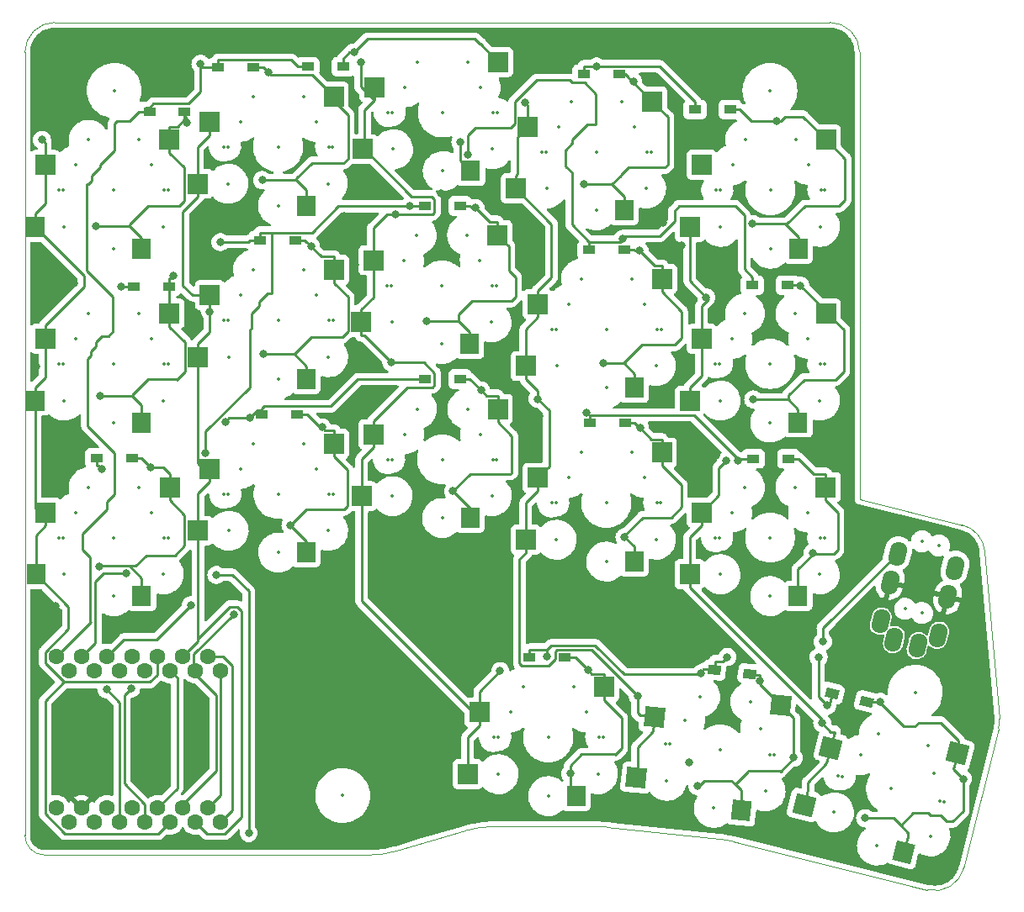
<source format=gbl>
%TF.GenerationSoftware,KiCad,Pcbnew,(6.0.6)*%
%TF.CreationDate,2022-11-03T11:36:57+09:00*%
%TF.ProjectId,split-mini,73706c69-742d-46d6-996e-692e6b696361,rev?*%
%TF.SameCoordinates,Original*%
%TF.FileFunction,Copper,L2,Bot*%
%TF.FilePolarity,Positive*%
%FSLAX46Y46*%
G04 Gerber Fmt 4.6, Leading zero omitted, Abs format (unit mm)*
G04 Created by KiCad (PCBNEW (6.0.6)) date 2022-11-03 11:36:57*
%MOMM*%
%LPD*%
G01*
G04 APERTURE LIST*
G04 Aperture macros list*
%AMHorizOval*
0 Thick line with rounded ends*
0 $1 width*
0 $2 $3 position (X,Y) of the first rounded end (center of the circle)*
0 $4 $5 position (X,Y) of the second rounded end (center of the circle)*
0 Add line between two ends*
20,1,$1,$2,$3,$4,$5,0*
0 Add two circle primitives to create the rounded ends*
1,1,$1,$2,$3*
1,1,$1,$4,$5*%
%AMRotRect*
0 Rectangle, with rotation*
0 The origin of the aperture is its center*
0 $1 length*
0 $2 width*
0 $3 Rotation angle, in degrees counterclockwise*
0 Add horizontal line*
21,1,$1,$2,0,0,$3*%
G04 Aperture macros list end*
%TA.AperFunction,Profile*%
%ADD10C,0.100000*%
%TD*%
%TA.AperFunction,SMDPad,CuDef*%
%ADD11R,1.300000X0.950000*%
%TD*%
%TA.AperFunction,SMDPad,CuDef*%
%ADD12R,2.000000X2.000000*%
%TD*%
%TA.AperFunction,SMDPad,CuDef*%
%ADD13R,1.900000X2.000000*%
%TD*%
%TA.AperFunction,SMDPad,CuDef*%
%ADD14RotRect,1.300000X0.950000X354.000000*%
%TD*%
%TA.AperFunction,SMDPad,CuDef*%
%ADD15RotRect,1.300000X0.950000X346.000000*%
%TD*%
%TA.AperFunction,SMDPad,CuDef*%
%ADD16RotRect,2.000000X2.000000X166.000000*%
%TD*%
%TA.AperFunction,SMDPad,CuDef*%
%ADD17RotRect,1.900000X2.000000X166.000000*%
%TD*%
%TA.AperFunction,ComponentPad*%
%ADD18HorizOval,1.700000X-0.096769X-0.388118X0.096769X0.388118X0*%
%TD*%
%TA.AperFunction,SMDPad,CuDef*%
%ADD19RotRect,2.000000X2.000000X174.000000*%
%TD*%
%TA.AperFunction,SMDPad,CuDef*%
%ADD20RotRect,1.900000X2.000000X174.000000*%
%TD*%
%TA.AperFunction,ComponentPad*%
%ADD21C,1.600000*%
%TD*%
%TA.AperFunction,SMDPad,CuDef*%
%ADD22R,1.850000X2.000000*%
%TD*%
%TA.AperFunction,ViaPad*%
%ADD23C,0.800000*%
%TD*%
%TA.AperFunction,Conductor*%
%ADD24C,0.250000*%
%TD*%
%ADD25C,0.350000*%
%ADD26HorizOval,1.000000X-0.060480X-0.242574X0.060480X0.242574X0*%
G04 APERTURE END LIST*
D10*
X116123324Y-72166634D02*
G75*
G03*
X113860370Y-69515158I-2988724J-259366D01*
G01*
X103530843Y-66939718D02*
X113860370Y-69515158D01*
X110364219Y-106260861D02*
G75*
G03*
X114000870Y-104075745I725781J2910861D01*
G01*
X21530843Y-102768057D02*
X45530843Y-102768057D01*
X78079754Y-99947838D02*
X89423885Y-101140154D01*
X66703035Y-99893057D02*
X77034469Y-99893057D01*
X45530843Y-102768057D02*
X54083652Y-102768057D01*
X56918659Y-102357777D02*
X63868027Y-100303337D01*
X19530843Y-21893057D02*
X19530843Y-100768057D01*
X117508504Y-90007398D02*
G75*
G03*
X117586379Y-89022217I-2911304J725798D01*
G01*
X103530843Y-21893057D02*
G75*
G03*
X100530843Y-18893057I-3000043J-43D01*
G01*
X78079754Y-99947841D02*
G75*
G03*
X77034469Y-99893057I-1045254J-9944059D01*
G01*
X54083652Y-102768065D02*
G75*
G03*
X56918659Y-102357777I-52J10000165D01*
G01*
X66703035Y-99893053D02*
G75*
G03*
X63868027Y-100303337I65J-10000347D01*
G01*
X22530843Y-18893063D02*
G75*
G03*
X19530843Y-21893057I-3J-2999997D01*
G01*
X114000870Y-104075745D02*
X117508503Y-90007398D01*
X90797818Y-101382418D02*
G75*
G03*
X89423885Y-101140154I-2419118J-9702282D01*
G01*
X19530843Y-100768057D02*
G75*
G03*
X21530843Y-102768057I1999997J-3D01*
G01*
X90797819Y-101382416D02*
X110364217Y-106260867D01*
X100530843Y-18893057D02*
X22530843Y-18893057D01*
X103530843Y-66939718D02*
X103530843Y-21893057D01*
X116123367Y-72166630D02*
X117586379Y-89022217D01*
D11*
%TO.P,D7,1,K*%
%TO.N,row1*%
X43175000Y-40860000D03*
%TO.P,D7,2,A*%
%TO.N,Net-(D7-Pad2)*%
X46725000Y-40860000D03*
%TD*%
D12*
%TO.P,SW6,1,1*%
%TO.N,col0*%
X21580000Y-50750000D03*
D13*
X20540000Y-56990000D03*
D12*
%TO.P,SW6,2,2*%
%TO.N,Net-(D6-Pad2)*%
X34080000Y-48210000D03*
D13*
X31280000Y-59190000D03*
%TD*%
D12*
%TO.P,SW11,1,1*%
%TO.N,col0*%
X21590000Y-68250000D03*
D13*
X20640000Y-74490000D03*
D12*
%TO.P,SW11,2,2*%
%TO.N,Net-(D11-Pad2)*%
X34090000Y-65710000D03*
D13*
X31290000Y-76690000D03*
%TD*%
D11*
%TO.P,D6,1,K*%
%TO.N,row1*%
X30475000Y-45500000D03*
%TO.P,D6,2,A*%
%TO.N,Net-(D6-Pad2)*%
X34025000Y-45500000D03*
%TD*%
D12*
%TO.P,SW9,1,1*%
%TO.N,col3*%
X71140000Y-47260000D03*
X69940000Y-53500000D03*
%TO.P,SW9,2,2*%
%TO.N,Net-(D9-Pad2)*%
X83640000Y-44720000D03*
D13*
X80840000Y-55700000D03*
%TD*%
D12*
%TO.P,SW3,1,1*%
%TO.N,col2*%
X54680000Y-25420000D03*
X53480000Y-31660000D03*
D13*
%TO.P,SW3,2,2*%
%TO.N,Net-(D3-Pad2)*%
X64380000Y-33860000D03*
D12*
X67180000Y-22880000D03*
%TD*%
D11*
%TO.P,D9,1,K*%
%TO.N,row1*%
X76285000Y-41790000D03*
%TO.P,D9,2,A*%
%TO.N,Net-(D9-Pad2)*%
X79835000Y-41790000D03*
%TD*%
%TO.P,D16,1,K*%
%TO.N,row3*%
X70295000Y-82880000D03*
%TO.P,D16,2,A*%
%TO.N,Net-(D16-Pad2)*%
X73845000Y-82880000D03*
%TD*%
%TO.P,D11,1,K*%
%TO.N,row2*%
X26755000Y-62780000D03*
%TO.P,D11,2,A*%
%TO.N,Net-(D11-Pad2)*%
X30305000Y-62780000D03*
%TD*%
%TO.P,D14,1,K*%
%TO.N,row2*%
X76345000Y-59250000D03*
%TO.P,D14,2,A*%
%TO.N,Net-(D14-Pad2)*%
X79895000Y-59250000D03*
%TD*%
D14*
%TO.P,D17,1,K*%
%TO.N,row3*%
X88894724Y-84124462D03*
%TO.P,D17,2,A*%
%TO.N,Net-(D17-Pad2)*%
X92425276Y-84495538D03*
%TD*%
D12*
%TO.P,SW5,1,1*%
%TO.N,col4*%
X86440000Y-39480000D03*
X87640000Y-33240000D03*
D13*
%TO.P,SW5,2,2*%
%TO.N,Net-(D5-Pad2)*%
X97340000Y-41680000D03*
D12*
X100140000Y-30700000D03*
%TD*%
%TO.P,SW15,1,1*%
%TO.N,col4*%
X87620000Y-68240000D03*
X86420000Y-74480000D03*
%TO.P,SW15,2,2*%
%TO.N,Net-(D15-Pad2)*%
X100120000Y-65700000D03*
D13*
X97320000Y-76680000D03*
%TD*%
D11*
%TO.P,D13,1,K*%
%TO.N,row2*%
X59765000Y-54820000D03*
%TO.P,D13,2,A*%
%TO.N,Net-(D13-Pad2)*%
X63315000Y-54820000D03*
%TD*%
D12*
%TO.P,SW7,1,1*%
%TO.N,col1*%
X36940000Y-52600000D03*
X38140000Y-46360000D03*
D13*
%TO.P,SW7,2,2*%
%TO.N,Net-(D7-Pad2)*%
X47840000Y-54800000D03*
D12*
X50640000Y-43820000D03*
%TD*%
D11*
%TO.P,D1,1,K*%
%TO.N,row0*%
X32055000Y-27880000D03*
%TO.P,D1,2,A*%
%TO.N,Net-(D1-Pad2)*%
X35605000Y-27880000D03*
%TD*%
D12*
%TO.P,SW16,1,1*%
%TO.N,col2*%
X65291200Y-88380900D03*
X64091200Y-94620900D03*
D13*
%TO.P,SW16,2,2*%
%TO.N,Net-(D16-Pad2)*%
X74991200Y-96820900D03*
D12*
X77791200Y-85840900D03*
%TD*%
D15*
%TO.P,D18,1,K*%
%TO.N,row3*%
X100767725Y-86450589D03*
%TO.P,D18,2,A*%
%TO.N,Net-(D18-Pad2)*%
X104212275Y-87309411D03*
%TD*%
D11*
%TO.P,D4,1,K*%
%TO.N,row0*%
X75785000Y-24120000D03*
%TO.P,D4,2,A*%
%TO.N,Net-(D4-Pad2)*%
X79335000Y-24120000D03*
%TD*%
%TO.P,D10,1,K*%
%TO.N,row1*%
X92715000Y-45350000D03*
%TO.P,D10,2,A*%
%TO.N,Net-(D10-Pad2)*%
X96265000Y-45350000D03*
%TD*%
D16*
%TO.P,SW18,1,1*%
%TO.N,col4*%
X97935794Y-97710427D03*
X100609741Y-91946088D03*
D17*
%TO.P,SW18,2,2*%
%TO.N,Net-(D18-Pad2)*%
X107979789Y-102482026D03*
D16*
X113352919Y-92505560D03*
%TD*%
D18*
%TO.P,J1,A*%
%TO.N,unconnected-(J1-PadA)*%
X109355425Y-81660062D03*
X106978201Y-81067354D03*
%TO.P,J1,B*%
%TO.N,data*%
X113109779Y-73835912D03*
X107336519Y-72396477D03*
%TO.P,J1,C*%
%TO.N,GND*%
X112384013Y-76746799D03*
X106610754Y-75307364D03*
%TO.P,J1,D*%
%TO.N,VCC*%
X111416326Y-80627982D03*
X105643066Y-79188547D03*
%TD*%
D11*
%TO.P,D3,1,K*%
%TO.N,row0*%
X48005000Y-23360000D03*
%TO.P,D3,2,A*%
%TO.N,Net-(D3-Pad2)*%
X51555000Y-23360000D03*
%TD*%
D12*
%TO.P,SW8,1,1*%
%TO.N,col2*%
X53390000Y-49090000D03*
X54590000Y-42850000D03*
D13*
%TO.P,SW8,2,2*%
%TO.N,Net-(D8-Pad2)*%
X64290000Y-51290000D03*
D12*
X67090000Y-40310000D03*
%TD*%
D19*
%TO.P,SW17,1,1*%
%TO.N,col3*%
X82877401Y-88880268D03*
X81031717Y-94960650D03*
D20*
%TO.P,SW17,2,2*%
%TO.N,Net-(D17-Pad2)*%
X91642043Y-98287959D03*
D19*
X95574427Y-87660788D03*
%TD*%
D21*
%TO.P,U1,1,GP26*%
%TO.N,row0*%
X23987000Y-99417500D03*
X22688000Y-82785000D03*
%TO.P,U1,2,GP27*%
%TO.N,row1*%
X25228000Y-82785000D03*
X26527000Y-99417500D03*
%TO.P,U1,3,GP28*%
%TO.N,row2*%
X29067000Y-99417500D03*
X27768000Y-82785000D03*
%TO.P,U1,4,GP29*%
%TO.N,row3*%
X31607000Y-99417500D03*
X30308000Y-82785000D03*
%TO.P,U1,5,GP6_SDA*%
%TO.N,col0*%
X34147000Y-99417500D03*
X32848000Y-82785000D03*
%TO.P,U1,6,GP7_SCL*%
%TO.N,col1*%
X36687000Y-99417500D03*
X35388000Y-82785000D03*
%TO.P,U1,7,GP0_TX*%
%TO.N,unconnected-(U1-Pad7)*%
X39227000Y-99417500D03*
X37928000Y-82785000D03*
%TO.P,U1,8,GP1_RX*%
%TO.N,data*%
X37928000Y-98020000D03*
X39227000Y-84182500D03*
%TO.P,U1,9,GP2*%
%TO.N,col4*%
X36687000Y-84182500D03*
X35388000Y-98020000D03*
%TO.P,U1,10,GP4*%
%TO.N,col3*%
X34147000Y-84182500D03*
X32848000Y-98020000D03*
%TO.P,U1,11,GP3*%
%TO.N,col2*%
X30308000Y-98020000D03*
X31607000Y-84182500D03*
%TO.P,U1,12,3V3*%
%TO.N,unconnected-(U1-Pad12)*%
X27768000Y-98020000D03*
X29067000Y-84182500D03*
%TO.P,U1,13,GND*%
%TO.N,GND*%
X25228000Y-98020000D03*
X26527000Y-84182500D03*
%TO.P,U1,14,5V*%
%TO.N,VCC*%
X23987000Y-84182500D03*
X22688000Y-98020000D03*
%TD*%
D12*
%TO.P,SW10,1,1*%
%TO.N,col4*%
X86430000Y-56990000D03*
X87630000Y-50750000D03*
%TO.P,SW10,2,2*%
%TO.N,Net-(D10-Pad2)*%
X100130000Y-48210000D03*
D13*
X97330000Y-59190000D03*
%TD*%
D11*
%TO.P,D15,1,K*%
%TO.N,row2*%
X92835000Y-62840000D03*
%TO.P,D15,2,A*%
%TO.N,Net-(D15-Pad2)*%
X96385000Y-62840000D03*
%TD*%
D12*
%TO.P,SW2,1,1*%
%TO.N,col1*%
X38110000Y-28900000D03*
X36910000Y-35140000D03*
D13*
%TO.P,SW2,2,2*%
%TO.N,Net-(D2-Pad2)*%
X47810000Y-37340000D03*
D12*
X50610000Y-26360000D03*
%TD*%
%TO.P,SW13,1,1*%
%TO.N,col2*%
X54620000Y-60370000D03*
X53420000Y-66610000D03*
D13*
%TO.P,SW13,2,2*%
%TO.N,Net-(D13-Pad2)*%
X64320000Y-68810000D03*
D12*
X67120000Y-57830000D03*
%TD*%
%TO.P,SW12,1,1*%
%TO.N,col1*%
X38140000Y-63850000D03*
X36940000Y-70090000D03*
%TO.P,SW12,2,2*%
%TO.N,Net-(D12-Pad2)*%
X50640000Y-61310000D03*
D13*
X47840000Y-72290000D03*
%TD*%
D12*
%TO.P,SW14,1,1*%
%TO.N,col3*%
X71130000Y-64760000D03*
X69930000Y-71000000D03*
%TO.P,SW14,2,2*%
%TO.N,Net-(D14-Pad2)*%
X83630000Y-62220000D03*
D13*
X80830000Y-73200000D03*
%TD*%
D12*
%TO.P,SW1,1,1*%
%TO.N,col0*%
X21580000Y-33250000D03*
D22*
X20540000Y-39490000D03*
D13*
%TO.P,SW1,2,2*%
%TO.N,Net-(D1-Pad2)*%
X31280000Y-41690000D03*
D12*
X34080000Y-30710000D03*
%TD*%
D11*
%TO.P,D5,1,K*%
%TO.N,row0*%
X86965000Y-27670000D03*
%TO.P,D5,2,A*%
%TO.N,Net-(D5-Pad2)*%
X90515000Y-27670000D03*
%TD*%
%TO.P,D8,1,K*%
%TO.N,row1*%
X59765000Y-37380000D03*
%TO.P,D8,2,A*%
%TO.N,Net-(D8-Pad2)*%
X63315000Y-37380000D03*
%TD*%
D12*
%TO.P,SW4,1,1*%
%TO.N,col3*%
X70140000Y-29380000D03*
X68940000Y-35620000D03*
%TO.P,SW4,2,2*%
%TO.N,Net-(D4-Pad2)*%
X82640000Y-26840000D03*
D13*
X79840000Y-37820000D03*
%TD*%
D11*
%TO.P,D2,1,K*%
%TO.N,row0*%
X38985000Y-23450000D03*
%TO.P,D2,2,A*%
%TO.N,Net-(D2-Pad2)*%
X42535000Y-23450000D03*
%TD*%
%TO.P,D12,1,K*%
%TO.N,row2*%
X43395000Y-58370000D03*
%TO.P,D12,2,A*%
%TO.N,Net-(D12-Pad2)*%
X46945000Y-58370000D03*
%TD*%
D23*
%TO.N,row0*%
X37197400Y-23049800D03*
X77061700Y-23319700D03*
%TO.N,Net-(D1-Pad2)*%
X26679539Y-39433123D03*
X35863300Y-28959100D03*
%TO.N,Net-(D2-Pad2)*%
X43995000Y-23895000D03*
X43400000Y-34770000D03*
%TO.N,Net-(D3-Pad2)*%
X52647200Y-21919800D03*
X63345000Y-30925000D03*
%TO.N,Net-(D4-Pad2)*%
X80742650Y-24857350D03*
X75750000Y-35200000D03*
%TO.N,Net-(D5-Pad2)*%
X92750000Y-39190000D03*
X95176600Y-28867700D03*
%TO.N,Net-(D6-Pad2)*%
X34457800Y-44415600D03*
X27060000Y-56510000D03*
%TO.N,Net-(D7-Pad2)*%
X43550000Y-52310000D03*
X48322650Y-41417350D03*
%TO.N,Net-(D8-Pad2)*%
X64860200Y-37579400D03*
X59950000Y-48980000D03*
%TO.N,Net-(D9-Pad2)*%
X77740000Y-53250000D03*
X81403500Y-41906600D03*
%TO.N,Net-(D10-Pad2)*%
X97575000Y-45405000D03*
X92820000Y-56860000D03*
%TO.N,row1*%
X79690500Y-40687200D03*
X39199700Y-41016300D03*
X42051700Y-100542800D03*
X37667200Y-62242400D03*
X29730000Y-74390000D03*
X64080000Y-32254400D03*
X38800000Y-74540000D03*
X58227200Y-37380000D03*
X29195700Y-45536700D03*
%TO.N,Net-(D11-Pad2)*%
X27043630Y-73713788D03*
X32200500Y-63744800D03*
%TO.N,Net-(D12-Pad2)*%
X49433900Y-59682500D03*
X46260000Y-69540000D03*
%TO.N,Net-(D13-Pad2)*%
X65425800Y-55955400D03*
X62610000Y-66120000D03*
%TO.N,Net-(D14-Pad2)*%
X79870000Y-70730000D03*
X81433500Y-59745600D03*
%TO.N,Net-(D15-Pad2)*%
X98785700Y-72305000D03*
%TO.N,Net-(D16-Pad2)*%
X74405000Y-94565000D03*
X76170200Y-84134600D03*
%TO.N,Net-(D17-Pad2)*%
X93479000Y-85231000D03*
X87220000Y-95820000D03*
X96902900Y-92943700D03*
%TO.N,Net-(D18-Pad2)*%
X104080000Y-99050000D03*
X113930000Y-95090000D03*
X105610000Y-87330000D03*
%TO.N,row2*%
X27768000Y-86081400D03*
X36215500Y-77600000D03*
X76060800Y-58165500D03*
X27252400Y-63866800D03*
X39685900Y-59122500D03*
X42144300Y-58731700D03*
X91255800Y-63039400D03*
%TO.N,row3*%
X90213600Y-82805600D03*
X87581000Y-84493000D03*
X100262300Y-87691500D03*
X30207500Y-85992300D03*
X72070000Y-82773800D03*
X99398600Y-82805600D03*
%TO.N,data*%
X99830900Y-81276800D03*
%TO.N,GND*%
X74720000Y-42460000D03*
X56320000Y-35800000D03*
X89500000Y-45170000D03*
X20670000Y-53540000D03*
X32980000Y-90040000D03*
X67280000Y-37820000D03*
X83780000Y-82740000D03*
X49980000Y-73580000D03*
X99890000Y-44010000D03*
X51690000Y-38420000D03*
X91610000Y-36150000D03*
X75660000Y-69210000D03*
X90020000Y-41880000D03*
X81695624Y-98557579D03*
X71420000Y-41870000D03*
X73660000Y-40510000D03*
X47970000Y-31760000D03*
X20970000Y-79670000D03*
X29510000Y-78980000D03*
X21690000Y-62840000D03*
X84100000Y-57200000D03*
X94380000Y-47920000D03*
X58660000Y-29790000D03*
X38390000Y-77840000D03*
X41930000Y-33120000D03*
X75960000Y-77170000D03*
X24510000Y-45160000D03*
X85590000Y-41380000D03*
X52720000Y-43340000D03*
X86650000Y-46760000D03*
X23570000Y-60290000D03*
X36660000Y-48300000D03*
X71280000Y-58560000D03*
X65750000Y-82730000D03*
X85980802Y-61397385D03*
X37520000Y-43180000D03*
X91580000Y-55250000D03*
X24090000Y-63300000D03*
X58010000Y-64200000D03*
X45480000Y-88940000D03*
X66680000Y-69660000D03*
X55200000Y-53770000D03*
X52070000Y-59380000D03*
X67740000Y-53960000D03*
X50520000Y-21520000D03*
X45510000Y-83430000D03*
X36630000Y-88780000D03*
X89070000Y-62500000D03*
X86390000Y-93420000D03*
X83715171Y-39032033D03*
X41980000Y-67530000D03*
X53430000Y-56390000D03*
X22011149Y-45000488D03*
X79640000Y-21210000D03*
X22590000Y-77720000D03*
X100110000Y-61670000D03*
X61410000Y-36080000D03*
%TO.N,col0*%
X21251900Y-30710000D03*
%TO.N,col1*%
X38140000Y-48028500D03*
%TO.N,col2*%
X53316000Y-22880000D03*
X56810800Y-38219200D03*
X67353000Y-84222900D03*
X56401100Y-53115400D03*
%TO.N,col3*%
X81166300Y-86717500D03*
X69835700Y-26966800D03*
X71130000Y-56818100D03*
%TO.N,col4*%
X40525300Y-78519500D03*
X99759100Y-89465000D03*
X88101400Y-46595400D03*
X87699800Y-33180200D03*
X90090000Y-63070000D03*
%TD*%
D24*
%TO.N,row0*%
X46319400Y-22649700D02*
X38985000Y-22649700D01*
X26710000Y-51090000D02*
X26710000Y-51480000D01*
X28500000Y-31830000D02*
X27090000Y-33240000D01*
X27090000Y-33470000D02*
X26240000Y-34320000D01*
X37197400Y-23450000D02*
X37197400Y-23049800D01*
X27910000Y-50490000D02*
X27310000Y-50490000D01*
X47029700Y-23360000D02*
X46319400Y-22649700D01*
X26170000Y-52430000D02*
X25820000Y-52780000D01*
X75785000Y-24120000D02*
X75785000Y-23319700D01*
X32454800Y-27080000D02*
X32055000Y-27479800D01*
X25820000Y-52780000D02*
X25820000Y-59548000D01*
X26170000Y-52020000D02*
X26170000Y-52430000D01*
X32055000Y-27880000D02*
X32055000Y-27479800D01*
X27791500Y-67938500D02*
X25350000Y-70380000D01*
X28530000Y-62258000D02*
X28530000Y-66450000D01*
X38985000Y-23450000D02*
X37197400Y-23450000D01*
X26158700Y-79314300D02*
X22688000Y-82785000D01*
X27310000Y-50490000D02*
X26710000Y-51090000D01*
X25350000Y-71990000D02*
X26090000Y-72730000D01*
X26090000Y-79245600D02*
X26158700Y-79314300D01*
X31661700Y-27479800D02*
X32055000Y-27479800D01*
X30060000Y-28830000D02*
X28780000Y-28830000D01*
X31010000Y-27880000D02*
X30060000Y-28830000D01*
X27791500Y-67188500D02*
X27791500Y-67938500D01*
X28530000Y-66450000D02*
X27791500Y-67188500D01*
X27090000Y-33240000D02*
X27090000Y-33470000D01*
X26240000Y-34320000D02*
X26240000Y-34860000D01*
X26710000Y-51480000D02*
X26170000Y-52020000D01*
X28500000Y-29110000D02*
X28500000Y-31830000D01*
X26240000Y-34860000D02*
X25900000Y-35200000D01*
X37197400Y-25892600D02*
X36010000Y-27080000D01*
X28400000Y-46490000D02*
X28400000Y-50000000D01*
X28400000Y-50000000D02*
X27910000Y-50490000D01*
X25820000Y-59548000D02*
X28530000Y-62258000D01*
X25350000Y-70380000D02*
X25350000Y-71990000D01*
X26090000Y-72730000D02*
X26090000Y-79245600D01*
X32055000Y-27880000D02*
X31010000Y-27880000D01*
X75785000Y-23319700D02*
X77061700Y-23319700D01*
X25770000Y-35200000D02*
X25770000Y-43860000D01*
X86965000Y-26869700D02*
X83415000Y-23319700D01*
X28780000Y-28830000D02*
X28500000Y-29110000D01*
X25900000Y-35200000D02*
X25770000Y-35200000D01*
X86965000Y-27670000D02*
X86965000Y-26869700D01*
X36010000Y-27080000D02*
X32454800Y-27080000D01*
X38985000Y-23450000D02*
X38985000Y-22649700D01*
X83415000Y-23319700D02*
X77061700Y-23319700D01*
X37197400Y-23450000D02*
X37197400Y-25892600D01*
X48005000Y-23360000D02*
X47029700Y-23360000D01*
X25770000Y-43860000D02*
X28400000Y-46490000D01*
%TO.N,Net-(D1-Pad2)*%
X35605000Y-28280100D02*
X35605000Y-28680300D01*
X26679539Y-39433123D02*
X30083123Y-39433123D01*
X34080000Y-30710000D02*
X34080000Y-29384700D01*
X35070000Y-37340000D02*
X35560000Y-36850000D01*
X31950000Y-37340000D02*
X35070000Y-37340000D01*
X34080000Y-29384700D02*
X34900600Y-29384700D01*
X30083123Y-39433123D02*
X31280000Y-40630000D01*
X35605000Y-28280100D02*
X35863300Y-28538400D01*
X35605000Y-27880000D02*
X35605000Y-28280100D01*
X35560000Y-33515300D02*
X34080000Y-32035300D01*
X30083123Y-39206877D02*
X31950000Y-37340000D01*
X35863300Y-28538400D02*
X35863300Y-28959100D01*
X31280000Y-40630000D02*
X31280000Y-41690000D01*
X30083123Y-39433123D02*
X30083123Y-39206877D01*
X34080000Y-32035300D02*
X34080000Y-30710000D01*
X35560000Y-36850000D02*
X35560000Y-33515300D01*
X34900600Y-29384700D02*
X35605000Y-28680300D01*
%TO.N,Net-(D2-Pad2)*%
X43995000Y-23895000D02*
X43550000Y-23450000D01*
X46840000Y-34770000D02*
X47810000Y-35740000D01*
X48410000Y-24160000D02*
X44260000Y-24160000D01*
X50610000Y-26780000D02*
X50610000Y-26360000D01*
X52040000Y-28210000D02*
X50610000Y-26780000D01*
X44260000Y-24160000D02*
X43995000Y-23895000D01*
X51600000Y-33050000D02*
X52040000Y-32610000D01*
X50610000Y-26360000D02*
X48410000Y-24160000D01*
X43400000Y-34770000D02*
X46840000Y-34770000D01*
X46840000Y-34620000D02*
X48410000Y-33050000D01*
X46840000Y-34770000D02*
X46840000Y-34620000D01*
X43550000Y-23450000D02*
X42535000Y-23450000D01*
X47810000Y-35740000D02*
X47810000Y-37340000D01*
X52040000Y-32610000D02*
X52040000Y-28210000D01*
X48410000Y-33050000D02*
X51600000Y-33050000D01*
%TO.N,Net-(D3-Pad2)*%
X64380000Y-33860000D02*
X63310000Y-32790000D01*
X65288900Y-21048900D02*
X65348900Y-21048900D01*
X51555000Y-23360000D02*
X51555000Y-22559700D01*
X52194900Y-21919800D02*
X52647200Y-21919800D01*
X63331800Y-32811800D02*
X64380000Y-33860000D01*
X53997000Y-20570000D02*
X64810000Y-20570000D01*
X52647200Y-21919800D02*
X53997000Y-20570000D01*
X63310000Y-32790000D02*
X63310000Y-31050000D01*
X65348900Y-21048900D02*
X67180000Y-22880000D01*
X64810000Y-20570000D02*
X65288900Y-21048900D01*
X51555000Y-22559700D02*
X52194900Y-21919800D01*
%TO.N,Net-(D4-Pad2)*%
X83940000Y-33520000D02*
X84240000Y-33220000D01*
X75750000Y-35200000D02*
X78620000Y-35200000D01*
X79530000Y-34230000D02*
X80240000Y-33520000D01*
X84240000Y-28440000D02*
X82640000Y-26840000D01*
X79840000Y-36420000D02*
X79840000Y-37820000D01*
X80240000Y-33520000D02*
X83940000Y-33520000D01*
X79335000Y-24120000D02*
X79920000Y-24120000D01*
X78620000Y-35200000D02*
X79840000Y-36420000D01*
X78620000Y-35200000D02*
X79530000Y-34290000D01*
X79530000Y-34290000D02*
X79530000Y-34230000D01*
X79920000Y-24120000D02*
X82640000Y-26840000D01*
X84240000Y-33220000D02*
X84240000Y-28440000D01*
%TO.N,Net-(D5-Pad2)*%
X95176600Y-28867700D02*
X95562300Y-28867700D01*
X102040000Y-36820000D02*
X102040000Y-32600000D01*
X96040000Y-28390000D02*
X97830000Y-28390000D01*
X97830000Y-28390000D02*
X100140000Y-30700000D01*
X92750000Y-39190000D02*
X95980000Y-39190000D01*
X95980000Y-39190000D02*
X97340000Y-40550000D01*
X95562300Y-28867700D02*
X96040000Y-28390000D01*
X97340000Y-40550000D02*
X97340000Y-41680000D01*
X95176600Y-28846600D02*
X95176600Y-28867700D01*
X92666900Y-28846600D02*
X95176600Y-28846600D01*
X98020000Y-37390000D02*
X101470000Y-37390000D01*
X101470000Y-37390000D02*
X102040000Y-36820000D01*
X95176600Y-28846600D02*
X95253000Y-28846600D01*
X102040000Y-32600000D02*
X100140000Y-30700000D01*
X96220000Y-39190000D02*
X98020000Y-37390000D01*
X91490300Y-27670000D02*
X92666900Y-28846600D01*
X90515000Y-27670000D02*
X91490300Y-27670000D01*
X95980000Y-39190000D02*
X96220000Y-39190000D01*
%TO.N,Net-(D6-Pad2)*%
X34830000Y-54880000D02*
X35615000Y-54095000D01*
X34025000Y-44699700D02*
X34173700Y-44699700D01*
X30350000Y-56510000D02*
X31280000Y-57440000D01*
X31280000Y-57440000D02*
X31280000Y-59190000D01*
X35615000Y-54095000D02*
X35615000Y-51070300D01*
X34080000Y-46355300D02*
X34080000Y-48210000D01*
X34025000Y-45500000D02*
X34025000Y-46300300D01*
X34173700Y-44699700D02*
X34457800Y-44415600D01*
X34025000Y-45500000D02*
X34025000Y-44699700D01*
X34080000Y-49535300D02*
X34080000Y-48210000D01*
X30350000Y-56510000D02*
X30350000Y-56390000D01*
X30350000Y-56390000D02*
X31890000Y-54850000D01*
X27060000Y-56510000D02*
X30350000Y-56510000D01*
X31890000Y-54850000D02*
X34800000Y-54850000D01*
X35615000Y-51070300D02*
X34080000Y-49535300D01*
X34025000Y-46300300D02*
X34080000Y-46355300D01*
X34800000Y-54850000D02*
X34830000Y-54880000D01*
%TO.N,Net-(D7-Pad2)*%
X51470000Y-50590000D02*
X52050000Y-50010000D01*
X47840000Y-53510000D02*
X47840000Y-54800000D01*
X50640000Y-43820000D02*
X50640000Y-42494700D01*
X46640000Y-52310000D02*
X47840000Y-53510000D01*
X48360000Y-50590000D02*
X51470000Y-50590000D01*
X46640000Y-52310000D02*
X48360000Y-50590000D01*
X52050000Y-50010000D02*
X52050000Y-46555300D01*
X43550000Y-52310000D02*
X46640000Y-52310000D01*
X46725000Y-40860000D02*
X47700300Y-40860000D01*
X50640000Y-42494700D02*
X49335000Y-42494700D01*
X49335000Y-42494700D02*
X47700300Y-40860000D01*
X52050000Y-46555300D02*
X50640000Y-45145300D01*
X50640000Y-45145300D02*
X50640000Y-43820000D01*
%TO.N,Net-(D8-Pad2)*%
X63315000Y-37380000D02*
X64290300Y-37380000D01*
X68900000Y-46530000D02*
X68900000Y-44580000D01*
X68230000Y-43910000D02*
X68230000Y-41450000D01*
X63150000Y-48340000D02*
X64540000Y-46950000D01*
X66265500Y-38984700D02*
X64860200Y-37579400D01*
X64290300Y-37380000D02*
X64489700Y-37579400D01*
X68230000Y-41450000D02*
X67090000Y-40310000D01*
X64489700Y-37579400D02*
X64860200Y-37579400D01*
X67090000Y-39647300D02*
X67090000Y-38984700D01*
X59950000Y-48980000D02*
X63150000Y-48980000D01*
X67090000Y-38984700D02*
X66265500Y-38984700D01*
X64290000Y-50120000D02*
X64290000Y-51290000D01*
X68900000Y-44580000D02*
X68230000Y-43910000D01*
X64540000Y-46950000D02*
X68480000Y-46950000D01*
X67090000Y-40310000D02*
X67090000Y-39647300D01*
X63150000Y-48980000D02*
X64290000Y-50120000D01*
X68480000Y-46950000D02*
X68900000Y-46530000D01*
X63150000Y-48980000D02*
X63150000Y-48340000D01*
%TO.N,Net-(D9-Pad2)*%
X79835000Y-41790000D02*
X80810300Y-41790000D01*
X83640000Y-44720000D02*
X83640000Y-43394700D01*
X79490000Y-53250000D02*
X79810000Y-53250000D01*
X85610000Y-48015300D02*
X83640000Y-46045300D01*
X79490000Y-53250000D02*
X79770000Y-53250000D01*
X77740000Y-53250000D02*
X79490000Y-53250000D01*
X79810000Y-53250000D02*
X80840000Y-54280000D01*
X81403500Y-41906600D02*
X82891600Y-43394700D01*
X81660000Y-51360000D02*
X84930000Y-51360000D01*
X82891600Y-43394700D02*
X83640000Y-43394700D01*
X83640000Y-46045300D02*
X83640000Y-44720000D01*
X80926900Y-41906600D02*
X81403500Y-41906600D01*
X80840000Y-54280000D02*
X80840000Y-55700000D01*
X84930000Y-51360000D02*
X85610000Y-50680000D01*
X79770000Y-53250000D02*
X81660000Y-51360000D01*
X85610000Y-50680000D02*
X85610000Y-48015300D01*
X80810300Y-41790000D02*
X80926900Y-41906600D01*
%TO.N,Net-(D10-Pad2)*%
X97930000Y-54870000D02*
X101100000Y-54870000D01*
X96340000Y-56860000D02*
X97330000Y-57850000D01*
X101100000Y-54870000D02*
X101920000Y-54050000D01*
X97330000Y-57850000D02*
X97330000Y-59190000D01*
X97575000Y-45405000D02*
X97520000Y-45350000D01*
X101920000Y-49860000D02*
X100668500Y-48608500D01*
X100130000Y-47960000D02*
X97575000Y-45405000D01*
X101920000Y-54050000D02*
X101920000Y-49860000D01*
X96340000Y-56460000D02*
X97930000Y-54870000D01*
X92820000Y-56860000D02*
X96340000Y-56860000D01*
X100130000Y-48608500D02*
X100130000Y-47960000D01*
X97520000Y-45350000D02*
X96265000Y-45350000D01*
X100130000Y-48210000D02*
X100130000Y-48608500D01*
X100668500Y-48608500D02*
X100130000Y-48608500D01*
X96340000Y-56860000D02*
X96340000Y-56460000D01*
%TO.N,row1*%
X39199700Y-41016300D02*
X42043400Y-41016300D01*
X42043400Y-41016300D02*
X42199700Y-40860000D01*
X43175000Y-40860000D02*
X43175000Y-40059700D01*
X84890000Y-38930000D02*
X84890000Y-37870000D01*
X83430000Y-40390000D02*
X84890000Y-38930000D01*
X79987700Y-40390000D02*
X83430000Y-40390000D01*
X68391500Y-29478500D02*
X64831500Y-29478500D01*
X76940000Y-29190000D02*
X76990000Y-29140000D01*
X44400000Y-40059700D02*
X44400000Y-46210600D01*
X44400000Y-40059700D02*
X43175000Y-40059700D01*
X59765000Y-37380000D02*
X58227200Y-37380000D01*
X74560000Y-39264700D02*
X74560000Y-34030000D01*
X48420300Y-40059700D02*
X44400000Y-40059700D01*
X92715000Y-44549700D02*
X92715000Y-45350000D01*
X64831500Y-29478500D02*
X64080000Y-30230000D01*
X42340000Y-48190000D02*
X42340000Y-49690000D01*
X40403100Y-74540000D02*
X42051700Y-76188600D01*
X71020100Y-24700000D02*
X68814600Y-26905500D01*
X42340000Y-49690000D02*
X42130000Y-49900000D01*
X91914700Y-38324700D02*
X91914700Y-43749400D01*
X37667200Y-60093500D02*
X37667200Y-62242400D01*
X30475000Y-45500000D02*
X29232400Y-45500000D01*
X29232400Y-45500000D02*
X29195700Y-45536700D01*
X64080000Y-30230000D02*
X64080000Y-32254400D01*
X26609100Y-81403900D02*
X25228000Y-82785000D01*
X76090000Y-29190000D02*
X76940000Y-29190000D01*
X73890000Y-31760000D02*
X74600000Y-31050000D01*
X79388000Y-40989700D02*
X79690500Y-40687200D01*
X74580000Y-24920000D02*
X74360000Y-24700000D01*
X76285000Y-40989700D02*
X74560000Y-39264700D01*
X79690500Y-40687200D02*
X79987700Y-40390000D01*
X76285000Y-41790000D02*
X76285000Y-40989700D01*
X85340000Y-37420000D02*
X91010000Y-37420000D01*
X43105001Y-47424999D02*
X42340000Y-48190000D01*
X26609100Y-75250900D02*
X26609100Y-81403900D01*
X74600000Y-31050000D02*
X74600000Y-30680000D01*
X76990000Y-26080000D02*
X75830000Y-24920000D01*
X84890000Y-37870000D02*
X85340000Y-37420000D01*
X76285000Y-40989700D02*
X79388000Y-40989700D01*
X74600000Y-30680000D02*
X76090000Y-29190000D01*
X91010000Y-37420000D02*
X91914700Y-38324700D01*
X51100000Y-37380000D02*
X48420300Y-40059700D01*
X68814600Y-26905500D02*
X68814600Y-29055400D01*
X42051700Y-76188600D02*
X42051700Y-100542800D01*
X27470000Y-74390000D02*
X26609100Y-75250900D01*
X74360000Y-24700000D02*
X71020100Y-24700000D01*
X29730000Y-74390000D02*
X27470000Y-74390000D01*
X44400000Y-46210600D02*
X43949400Y-46210600D01*
X68814600Y-29055400D02*
X68391500Y-29478500D01*
X43105001Y-47054999D02*
X43105001Y-47424999D01*
X42130000Y-55630700D02*
X37667200Y-60093500D01*
X38800000Y-74540000D02*
X40403100Y-74540000D01*
X42130000Y-49900000D02*
X42130000Y-55630700D01*
X43175000Y-40860000D02*
X42199700Y-40860000D01*
X58227200Y-37380000D02*
X51100000Y-37380000D01*
X73890000Y-33360000D02*
X73890000Y-31760000D01*
X91914700Y-43749400D02*
X92715000Y-44549700D01*
X74560000Y-34030000D02*
X73890000Y-33360000D01*
X43949400Y-46210600D02*
X43105001Y-47054999D01*
X76990000Y-29140000D02*
X76990000Y-26080000D01*
X75830000Y-24920000D02*
X74580000Y-24920000D01*
%TO.N,Net-(D11-Pad2)*%
X34090000Y-65710000D02*
X34090000Y-64384700D01*
X27220000Y-73650000D02*
X27043630Y-73713788D01*
X27043630Y-73713788D02*
X27100000Y-73770000D01*
X31280300Y-62780000D02*
X32200500Y-63700200D01*
X31290000Y-76690000D02*
X31290000Y-74890000D01*
X35600000Y-68545300D02*
X34090000Y-67035300D01*
X30305000Y-62780000D02*
X31280300Y-62780000D01*
X30050000Y-73650000D02*
X30670000Y-73650000D01*
X34090000Y-67035300D02*
X34090000Y-65710000D01*
X34650000Y-72560000D02*
X35600000Y-71610000D01*
X31290000Y-74890000D02*
X30050000Y-73650000D01*
X32200500Y-63744800D02*
X33450100Y-63744800D01*
X33450100Y-63744800D02*
X34090000Y-64384700D01*
X35600000Y-71610000D02*
X35600000Y-68545300D01*
X30050000Y-73650000D02*
X27220000Y-73650000D01*
X31760000Y-72560000D02*
X34650000Y-72560000D01*
X32200500Y-63700200D02*
X32200500Y-63744800D01*
X30670000Y-73650000D02*
X31760000Y-72560000D01*
%TO.N,Net-(D12-Pad2)*%
X51650000Y-67950000D02*
X51980000Y-67620000D01*
X46945000Y-58370000D02*
X47920300Y-58370000D01*
X49232800Y-59682500D02*
X47920300Y-58370000D01*
X46260000Y-69540000D02*
X47840000Y-71120000D01*
X51980000Y-63975300D02*
X50640000Y-62635300D01*
X49736100Y-59984700D02*
X50640000Y-59984700D01*
X47850000Y-67950000D02*
X51650000Y-67950000D01*
X49433900Y-59682500D02*
X49736100Y-59984700D01*
X49433900Y-59682500D02*
X49232800Y-59682500D01*
X50640000Y-62635300D02*
X50640000Y-61310000D01*
X50640000Y-61310000D02*
X50640000Y-59984700D01*
X47840000Y-71120000D02*
X47840000Y-72290000D01*
X51980000Y-67620000D02*
X51980000Y-63975300D01*
X46260000Y-69540000D02*
X47850000Y-67950000D01*
%TO.N,Net-(D13-Pad2)*%
X67120000Y-56504700D02*
X65975100Y-56504700D01*
X62610000Y-66120000D02*
X64320000Y-67830000D01*
X67120000Y-57830000D02*
X67120000Y-56504700D01*
X65425800Y-55955400D02*
X64290400Y-54820000D01*
X62610000Y-66120000D02*
X64370000Y-64360000D01*
X68390000Y-64360000D02*
X68540000Y-64210000D01*
X68540000Y-60575300D02*
X67120000Y-59155300D01*
X67120000Y-59155300D02*
X67120000Y-57830000D01*
X65975100Y-56504700D02*
X65425800Y-55955400D01*
X64320000Y-67830000D02*
X64320000Y-68810000D01*
X64290400Y-54820000D02*
X64290300Y-54820000D01*
X63315000Y-54820000D02*
X64290300Y-54820000D01*
X68540000Y-64210000D02*
X68540000Y-60575300D01*
X64370000Y-64360000D02*
X68390000Y-64360000D01*
%TO.N,Net-(D14-Pad2)*%
X79870000Y-70730000D02*
X80830000Y-71690000D01*
X81433500Y-59745600D02*
X81365900Y-59745600D01*
X81365900Y-59745600D02*
X80870300Y-59250000D01*
X83630000Y-60894700D02*
X82582600Y-60894700D01*
X83630000Y-62220000D02*
X83630000Y-60894700D01*
X83630000Y-63545300D02*
X83630000Y-62220000D01*
X84560000Y-68770000D02*
X85600000Y-67730000D01*
X85600000Y-67730000D02*
X85600000Y-65515300D01*
X80830000Y-71690000D02*
X80830000Y-73200000D01*
X79870000Y-70560000D02*
X81680000Y-68750000D01*
X82582600Y-60894700D02*
X81433500Y-59745600D01*
X79870000Y-70730000D02*
X79870000Y-70560000D01*
X79895000Y-59250000D02*
X80870300Y-59250000D01*
X81680000Y-68750000D02*
X84540000Y-68750000D01*
X85600000Y-65515300D02*
X83630000Y-63545300D01*
X84540000Y-68750000D02*
X84560000Y-68770000D01*
%TO.N,Net-(D15-Pad2)*%
X101351500Y-71998500D02*
X101351500Y-68256800D01*
X98875200Y-72394500D02*
X100955500Y-72394500D01*
X97320000Y-76680000D02*
X97320000Y-73949700D01*
X100955500Y-72394500D02*
X101351500Y-71998500D01*
X97320000Y-73949700D02*
X98875200Y-72394500D01*
X97360300Y-62840000D02*
X98895000Y-64374700D01*
X101351500Y-68256800D02*
X100120000Y-67025300D01*
X100120000Y-65700000D02*
X100120000Y-64374700D01*
X96385000Y-62840000D02*
X97360300Y-62840000D01*
X98895000Y-64374700D02*
X100120000Y-64374700D01*
X100120000Y-67025300D02*
X100120000Y-65700000D01*
X98875200Y-72394500D02*
X98785700Y-72305000D01*
%TO.N,Net-(D16-Pad2)*%
X75570000Y-92620000D02*
X78920000Y-92620000D01*
X77791200Y-84515600D02*
X76551200Y-84515600D01*
X79590000Y-88965000D02*
X77791200Y-87166200D01*
X78920000Y-92620000D02*
X78930000Y-92630000D01*
X76170200Y-84134600D02*
X74915600Y-82880000D01*
X79590000Y-91970000D02*
X79590000Y-88965000D01*
X76551200Y-84515600D02*
X76170200Y-84134600D01*
X74405000Y-94565000D02*
X74405000Y-93785000D01*
X77791200Y-87166200D02*
X77791200Y-85840900D01*
X77791200Y-85840900D02*
X77791200Y-84515600D01*
X78930000Y-92630000D02*
X79590000Y-91970000D01*
X74405000Y-96234700D02*
X74991200Y-96820900D01*
X74405000Y-93785000D02*
X75570000Y-92620000D01*
X74405000Y-94565000D02*
X74405000Y-96234700D01*
X74915600Y-82880000D02*
X73845000Y-82880000D01*
%TO.N,Net-(D17-Pad2)*%
X92425300Y-84495500D02*
X93479000Y-84606200D01*
X96902900Y-92997100D02*
X96902900Y-92943700D01*
X95570000Y-94330000D02*
X96902900Y-92997100D01*
X87360000Y-95820000D02*
X87930000Y-95250000D01*
X93479000Y-84606200D02*
X93479000Y-85231000D01*
X93479000Y-85231000D02*
X93479000Y-85565400D01*
X90640000Y-95250000D02*
X91030000Y-95640000D01*
X92310000Y-94360000D02*
X92310000Y-94310000D01*
X95550000Y-94310000D02*
X95570000Y-94330000D01*
X93479000Y-85565400D02*
X95574400Y-87660800D01*
X95595300Y-87660800D02*
X96902900Y-88968400D01*
X95574400Y-87660800D02*
X95595300Y-87660800D01*
X91030000Y-95640000D02*
X92310000Y-94360000D01*
X91642043Y-96252043D02*
X91642043Y-98287959D01*
X92310000Y-94310000D02*
X95550000Y-94310000D01*
X87220000Y-95820000D02*
X87360000Y-95820000D01*
X96902900Y-88968400D02*
X96902900Y-92943700D01*
X87930000Y-95250000D02*
X90640000Y-95250000D01*
X91030000Y-95640000D02*
X91642043Y-96252043D01*
%TO.N,Net-(D18-Pad2)*%
X104212275Y-87309411D02*
X105529411Y-87309411D01*
X113490000Y-91240000D02*
X113490000Y-92368479D01*
X110390000Y-98540000D02*
X110630000Y-98780000D01*
X111690000Y-98780000D02*
X112270000Y-99360000D01*
X112952400Y-94112200D02*
X113302800Y-94462600D01*
X113302800Y-94462800D02*
X113930000Y-95090000D01*
X107666300Y-99803700D02*
X108377300Y-100514700D01*
X105529411Y-87309411D02*
X108000000Y-89780000D01*
X113352900Y-92505600D02*
X112952400Y-94112200D01*
X106912600Y-99050000D02*
X107666300Y-99803700D01*
X107979800Y-102482000D02*
X108377300Y-100887500D01*
X109100000Y-89780000D02*
X109450000Y-89430000D01*
X112910000Y-99360000D02*
X113930000Y-98340000D01*
X104080000Y-99050000D02*
X106912600Y-99050000D01*
X111680000Y-89430000D02*
X113490000Y-91240000D01*
X108930000Y-98540000D02*
X110390000Y-98540000D01*
X113302800Y-94462600D02*
X113302800Y-94462800D01*
X109450000Y-89430000D02*
X111680000Y-89430000D01*
X107666300Y-99803700D02*
X108930000Y-98540000D01*
X108000000Y-89780000D02*
X109100000Y-89780000D01*
X112270000Y-99360000D02*
X112910000Y-99360000D01*
X110630000Y-98780000D02*
X111690000Y-98780000D01*
X108377300Y-100514700D02*
X108377300Y-100887500D01*
X113490000Y-92368479D02*
X113352919Y-92505560D01*
X113930000Y-98340000D02*
X113930000Y-95090000D01*
%TO.N,row2*%
X42906200Y-57969800D02*
X42144300Y-58731700D01*
X29067000Y-99417500D02*
X29067000Y-87380400D01*
X92835000Y-62840000D02*
X91255800Y-62840000D01*
X91255800Y-62840000D02*
X91255800Y-63039400D01*
X26755000Y-62780000D02*
X26755000Y-63580300D01*
X42144300Y-58731700D02*
X40076700Y-58731700D01*
X43395000Y-57969800D02*
X42906200Y-57969800D01*
X43581600Y-57569700D02*
X50300300Y-57569700D01*
X76345000Y-58449700D02*
X76060800Y-58165500D01*
X36215500Y-77600000D02*
X32775500Y-81040000D01*
X29513000Y-81040000D02*
X27768000Y-82785000D01*
X86865500Y-58449700D02*
X76345000Y-58449700D01*
X40076700Y-58731700D02*
X39685900Y-59122500D01*
X26965900Y-63580300D02*
X26755000Y-63580300D01*
X53050000Y-54820000D02*
X59765000Y-54820000D01*
X27252400Y-63866800D02*
X26965900Y-63580300D01*
X43395000Y-57969800D02*
X43395000Y-57756300D01*
X91255800Y-62840000D02*
X86865500Y-58449700D01*
X43395000Y-58370000D02*
X43395000Y-57969800D01*
X43395000Y-57756300D02*
X43581600Y-57569700D01*
X29067000Y-87380400D02*
X27768000Y-86081400D01*
X76345000Y-59250000D02*
X76345000Y-58449700D01*
X32775500Y-81040000D02*
X29513000Y-81040000D01*
X50300300Y-57569700D02*
X53050000Y-54820000D01*
%TO.N,row3*%
X29517000Y-95557000D02*
X29517000Y-86682800D01*
X99398600Y-86827800D02*
X99398600Y-82805600D01*
X87601500Y-84253300D02*
X87841000Y-84013800D01*
X72520300Y-81629400D02*
X72070000Y-82079700D01*
X88894700Y-84124500D02*
X88989100Y-83226500D01*
X100515300Y-87463100D02*
X100490700Y-87463100D01*
X89792700Y-83226500D02*
X88989100Y-83226500D01*
X100767700Y-86450600D02*
X100515300Y-87463100D01*
X76909400Y-81629400D02*
X72520300Y-81629400D01*
X88894700Y-84124500D02*
X87841000Y-84013800D01*
X87601500Y-84472500D02*
X87601500Y-84253300D01*
X87294800Y-84560000D02*
X79840000Y-84560000D01*
X90213600Y-82805600D02*
X89792700Y-83226500D01*
X72070000Y-82079700D02*
X72070000Y-82773800D01*
X31607000Y-99417500D02*
X31607000Y-97647000D01*
X87601500Y-84253300D02*
X87294800Y-84560000D01*
X29517000Y-86682800D02*
X30207500Y-85992300D01*
X31607000Y-97647000D02*
X29517000Y-95557000D01*
X87581000Y-84493000D02*
X87601500Y-84472500D01*
X72070000Y-82079700D02*
X70295000Y-82079700D01*
X79840000Y-84560000D02*
X76909400Y-81629400D01*
X100490700Y-87463100D02*
X100262300Y-87691500D01*
X100262300Y-87691500D02*
X99398600Y-86827800D01*
X70295000Y-82880000D02*
X70295000Y-82079700D01*
%TO.N,data*%
X39227000Y-96721000D02*
X37928000Y-98020000D01*
X107336500Y-72396500D02*
X99830900Y-79902100D01*
X39227000Y-84182500D02*
X39227000Y-96721000D01*
X99830900Y-79902100D02*
X99830900Y-81276800D01*
%TO.N,col0*%
X21563000Y-83397700D02*
X23498000Y-85332700D01*
X20540000Y-39490000D02*
X25480000Y-44430000D01*
X34147000Y-99417500D02*
X32951900Y-100612600D01*
X25480000Y-45524700D02*
X21580000Y-49424700D01*
X32951900Y-100612600D02*
X23565400Y-100612600D01*
X20540000Y-67862600D02*
X20540000Y-56990000D01*
X21590000Y-68912600D02*
X21590000Y-69575300D01*
X21590000Y-68250000D02*
X21590000Y-68912600D01*
X20540000Y-56990000D02*
X20540000Y-55664700D01*
X29907100Y-85267000D02*
X29841400Y-85332700D01*
X30508000Y-85267000D02*
X29907100Y-85267000D01*
X20540000Y-39151400D02*
X20540000Y-38164700D01*
X21580000Y-49424700D02*
X21580000Y-50750000D01*
X21580000Y-37124700D02*
X21580000Y-33250000D01*
X20540000Y-39151400D02*
X20540000Y-39490000D01*
X30573700Y-85332700D02*
X30508000Y-85267000D01*
X21580000Y-54624700D02*
X21580000Y-50750000D01*
X23910000Y-77760000D02*
X23910000Y-79972009D01*
X32848000Y-82785000D02*
X32848000Y-84609100D01*
X32124400Y-85332700D02*
X30573700Y-85332700D01*
X21590000Y-68912600D02*
X20540000Y-67862600D01*
X20540000Y-55664700D02*
X21580000Y-54624700D01*
X21562600Y-98609800D02*
X21562600Y-87268100D01*
X20640000Y-74490000D02*
X23910000Y-77760000D01*
X20640000Y-70525300D02*
X20640000Y-74490000D01*
X29841400Y-85332700D02*
X23498000Y-85332700D01*
X21562600Y-87268100D02*
X23498000Y-85332700D01*
X21563000Y-82319009D02*
X21563000Y-83397700D01*
X20540000Y-38164700D02*
X21580000Y-37124700D01*
X21590000Y-69575300D02*
X20640000Y-70525300D01*
X25480000Y-44430000D02*
X25480000Y-45524700D01*
X23910000Y-79972009D02*
X21563000Y-82319009D01*
X32848000Y-84609100D02*
X32124400Y-85332700D01*
X23565400Y-100612600D02*
X21562600Y-98609800D01*
X21580000Y-33250000D02*
X21580000Y-31038100D01*
X21580000Y-31038100D02*
X21251900Y-30710000D01*
%TO.N,col1*%
X40890400Y-77745800D02*
X41299000Y-78154400D01*
X38110000Y-28900000D02*
X38110000Y-30225300D01*
X35440000Y-37935300D02*
X35440000Y-45380000D01*
X41299000Y-98949100D02*
X39642900Y-100605200D01*
X41299000Y-78154400D02*
X41299000Y-98949100D01*
X38140000Y-63850000D02*
X38140000Y-64512600D01*
X36940000Y-52600000D02*
X36940000Y-51274700D01*
X36940000Y-66375300D02*
X36940000Y-70090000D01*
X36940000Y-77745800D02*
X36940000Y-81233000D01*
X36940000Y-81233000D02*
X36940000Y-80940000D01*
X38140000Y-65175300D02*
X36940000Y-66375300D01*
X36940000Y-81233000D02*
X35388000Y-82785000D01*
X36910000Y-35140000D02*
X36910000Y-31425300D01*
X40134200Y-77745800D02*
X40890400Y-77745800D01*
X36910000Y-31425300D02*
X38110000Y-30225300D01*
X36940000Y-70090000D02*
X36940000Y-77745800D01*
X38140000Y-64512600D02*
X36940000Y-63312600D01*
X38140000Y-46360000D02*
X38140000Y-48028500D01*
X36420000Y-46360000D02*
X38140000Y-46360000D01*
X38140000Y-48028500D02*
X38140000Y-50074700D01*
X36910000Y-35140000D02*
X36910000Y-36465300D01*
X37874700Y-100605200D02*
X36687000Y-99417500D01*
X36940000Y-63312600D02*
X36940000Y-52600000D01*
X38140000Y-64512600D02*
X38140000Y-65175300D01*
X38140000Y-50074700D02*
X36940000Y-51274700D01*
X39642900Y-100605200D02*
X37874700Y-100605200D01*
X35440000Y-45380000D02*
X36420000Y-46360000D01*
X36940000Y-80940000D02*
X40134200Y-77745800D01*
X36910000Y-36465300D02*
X35440000Y-37935300D01*
%TO.N,col2*%
X54590000Y-39620000D02*
X55990800Y-38219200D01*
X60537400Y-55643900D02*
X60740400Y-55440900D01*
X53316000Y-25381300D02*
X53316000Y-22880000D01*
X64091200Y-90906200D02*
X65291200Y-89706200D01*
X53689300Y-31660000D02*
X53480000Y-31660000D01*
X60740400Y-38014300D02*
X60740400Y-36730800D01*
X53701000Y-50415300D02*
X56401100Y-53115400D01*
X58020800Y-55643900D02*
X60537400Y-55643900D01*
X59658500Y-53115400D02*
X56401100Y-53115400D01*
X60740400Y-55440900D02*
X60740400Y-54197300D01*
X65291200Y-88712200D02*
X65291200Y-88380900D01*
X60740400Y-36730800D02*
X60444200Y-36434600D01*
X56810800Y-38219200D02*
X60535500Y-38219200D01*
X53420000Y-77172300D02*
X53420000Y-66610000D01*
X53390000Y-50415300D02*
X53701000Y-50415300D01*
X54620000Y-60370000D02*
X54620000Y-59044700D01*
X54590000Y-42850000D02*
X54590000Y-39620000D01*
X53390000Y-49090000D02*
X53390000Y-47764700D01*
X53390000Y-47764700D02*
X54590000Y-46564700D01*
X53390000Y-49090000D02*
X53390000Y-50415300D01*
X53689300Y-31660000D02*
X53689300Y-27736000D01*
X54590000Y-46564700D02*
X54590000Y-42850000D01*
X54620000Y-61032600D02*
X54620000Y-61695300D01*
X65291200Y-88380900D02*
X65291200Y-86284700D01*
X64091200Y-94620900D02*
X64091200Y-90906200D01*
X65291200Y-89043500D02*
X53420000Y-77172300D01*
X54680000Y-26745300D02*
X53316000Y-25381300D01*
X60535500Y-38219200D02*
X60740400Y-38014300D01*
X55990800Y-38219200D02*
X56810800Y-38219200D01*
X65291200Y-88712200D02*
X65291200Y-89043500D01*
X54620000Y-61032600D02*
X54620000Y-60370000D01*
X53420000Y-66610000D02*
X53420000Y-62895300D01*
X60444200Y-36434600D02*
X58463900Y-36434600D01*
X65291200Y-86284700D02*
X67353000Y-84222900D01*
X60740400Y-54197300D02*
X59658500Y-53115400D01*
X54680000Y-25420000D02*
X54680000Y-26745300D01*
X53689300Y-27736000D02*
X54680000Y-26745300D01*
X53420000Y-62895300D02*
X54620000Y-61695300D01*
X54620000Y-59044700D02*
X58020800Y-55643900D01*
X58463900Y-36434600D02*
X53689300Y-31660000D01*
X65291200Y-89043500D02*
X65291200Y-89706200D01*
%TO.N,col3*%
X69930000Y-72325300D02*
X69291500Y-72963800D01*
X34850000Y-84885500D02*
X34147000Y-84182500D01*
X69940000Y-53500000D02*
X69940000Y-49785300D01*
X73037200Y-82079700D02*
X76528500Y-82079700D01*
X81184700Y-93504000D02*
X81184700Y-91876500D01*
X69930000Y-71000000D02*
X69930000Y-72325300D01*
X69291500Y-72963800D02*
X69291500Y-83461600D01*
X69930000Y-67285300D02*
X69930000Y-71000000D01*
X68940000Y-34294700D02*
X69060000Y-34174700D01*
X71130000Y-56818100D02*
X71130000Y-56015300D01*
X69291500Y-83461600D02*
X69518500Y-83688600D01*
X68940000Y-35620000D02*
X68940000Y-34294700D01*
X71130000Y-64760000D02*
X72300000Y-63590000D01*
X71130000Y-66085300D02*
X69930000Y-67285300D01*
X71130000Y-65173500D02*
X71130000Y-64760000D01*
X82877400Y-88880300D02*
X82724300Y-90336900D01*
X69060000Y-30460000D02*
X70140000Y-29380000D01*
X32848000Y-98020000D02*
X34850000Y-96018000D01*
X69940000Y-53918500D02*
X69940000Y-54825300D01*
X81031700Y-94960700D02*
X81184800Y-93504000D01*
X72520000Y-44554700D02*
X71140000Y-45934700D01*
X81184700Y-91876500D02*
X82724300Y-90336900D01*
X72300000Y-57988100D02*
X71130000Y-56818100D01*
X71140000Y-47260000D02*
X71140000Y-48585300D01*
X71140000Y-45934700D02*
X71140000Y-47260000D01*
X69940000Y-49785300D02*
X71140000Y-48585300D01*
X72520000Y-39200000D02*
X72520000Y-44554700D01*
X68940000Y-35620000D02*
X72520000Y-39200000D01*
X81420800Y-88727200D02*
X81166300Y-88472700D01*
X70140000Y-27271100D02*
X69835700Y-26966800D01*
X69940000Y-53918500D02*
X69940000Y-53500000D01*
X81166300Y-88472700D02*
X81166300Y-86717500D01*
X72869500Y-82247400D02*
X73037200Y-82079700D01*
X70140000Y-29380000D02*
X70140000Y-27271100D01*
X82877400Y-88880300D02*
X81420800Y-88727200D01*
X72204300Y-83688600D02*
X72869500Y-83023400D01*
X72869500Y-83023400D02*
X72869500Y-82247400D01*
X76528500Y-82079700D02*
X81166300Y-86717500D01*
X34850000Y-96018000D02*
X34850000Y-84885500D01*
X69518500Y-83688600D02*
X72204300Y-83688600D01*
X71130000Y-56015300D02*
X69940000Y-54825300D01*
X81184800Y-93504000D02*
X81184700Y-93504000D01*
X71130000Y-65173500D02*
X71130000Y-66085300D01*
X72300000Y-63590000D02*
X72300000Y-57988100D01*
X69060000Y-34174700D02*
X69060000Y-30460000D01*
%TO.N,col4*%
X88275500Y-46769500D02*
X87630000Y-47415000D01*
X101010200Y-90339500D02*
X100633600Y-90339500D01*
X100633600Y-90339500D02*
X99759100Y-89465000D01*
X38777000Y-86671300D02*
X36487600Y-84381900D01*
X89340000Y-66520000D02*
X89340000Y-63820000D01*
X97935800Y-97710400D02*
X98336300Y-96103800D01*
X87630000Y-47415000D02*
X87630000Y-49424700D01*
X86420000Y-75805300D02*
X99759100Y-89144400D01*
X38777000Y-94313000D02*
X38777000Y-86671300D01*
X100609700Y-91946100D02*
X100209200Y-93552700D01*
X86420000Y-70765300D02*
X86420000Y-74480000D01*
X86440000Y-44934000D02*
X88101400Y-46595400D01*
X87630000Y-54464700D02*
X86430000Y-55664700D01*
X87630000Y-50750000D02*
X87630000Y-54464700D01*
X100209200Y-93552700D02*
X100209100Y-93552700D01*
X88275500Y-46769500D02*
X88101400Y-46595400D01*
X98336300Y-95425500D02*
X98336300Y-96103800D01*
X89340000Y-63820000D02*
X90090000Y-63070000D01*
X87630000Y-50750000D02*
X87630000Y-49424700D01*
X100209100Y-93552700D02*
X98336300Y-95425500D01*
X86440000Y-39480000D02*
X86440000Y-44934000D01*
X100609700Y-91946100D02*
X101010200Y-90339500D01*
X36513400Y-84356100D02*
X36513400Y-82531400D01*
X36513400Y-82531400D02*
X40525300Y-78519500D01*
X36487600Y-84381900D02*
X36513400Y-84356100D01*
X87620000Y-69565300D02*
X86420000Y-70765300D01*
X87620000Y-68240000D02*
X87620000Y-69565300D01*
X86420000Y-74480000D02*
X86420000Y-75805300D01*
X35388000Y-97702000D02*
X38777000Y-94313000D01*
X35388000Y-98020000D02*
X35388000Y-97702000D01*
X86430000Y-56990000D02*
X86430000Y-55664700D01*
X87620000Y-68240000D02*
X89340000Y-66520000D01*
X36487600Y-84381900D02*
X36687000Y-84182500D01*
X99759100Y-89144400D02*
X99759100Y-89465000D01*
%TO.N,unconnected-(U1-Pad7)*%
X40359300Y-98285200D02*
X39227000Y-99417500D01*
X37928000Y-82785000D02*
X39463500Y-82785000D01*
X40359300Y-83680800D02*
X40359300Y-98285200D01*
X39463500Y-82785000D02*
X40359300Y-83680800D01*
%TD*%
%TA.AperFunction,Conductor*%
%TO.N,GND*%
G36*
X100500859Y-19403058D02*
G01*
X100515685Y-19405367D01*
X100515692Y-19405367D01*
X100524560Y-19406748D01*
X100533463Y-19405584D01*
X100541757Y-19404500D01*
X100565699Y-19403667D01*
X100823542Y-19419267D01*
X100838646Y-19421101D01*
X101020727Y-19454470D01*
X101119604Y-19472591D01*
X101134357Y-19476228D01*
X101407040Y-19561202D01*
X101407050Y-19561205D01*
X101421276Y-19566600D01*
X101681742Y-19683828D01*
X101695214Y-19690899D01*
X101939641Y-19838661D01*
X101952161Y-19847303D01*
X102114304Y-19974334D01*
X102177007Y-20023459D01*
X102188395Y-20033549D01*
X102390351Y-20235505D01*
X102400441Y-20246893D01*
X102576596Y-20471737D01*
X102585233Y-20484250D01*
X102614289Y-20532314D01*
X102733001Y-20728686D01*
X102740072Y-20742158D01*
X102857300Y-21002624D01*
X102862695Y-21016849D01*
X102947671Y-21289540D01*
X102951309Y-21304296D01*
X102960196Y-21352790D01*
X103002799Y-21585254D01*
X103004633Y-21600357D01*
X103019796Y-21850967D01*
X103018535Y-21877760D01*
X103018533Y-21877918D01*
X103017152Y-21886788D01*
X103019953Y-21908207D01*
X103021279Y-21918345D01*
X103022343Y-21934684D01*
X103022343Y-66868723D01*
X103021874Y-66877374D01*
X103020119Y-66884236D01*
X103020424Y-66893204D01*
X103020424Y-66893207D01*
X103022270Y-66947405D01*
X103022343Y-66951693D01*
X103022343Y-66976231D01*
X103022979Y-66980669D01*
X103023297Y-66985141D01*
X103023217Y-66985147D01*
X103023767Y-66991376D01*
X103024232Y-67005014D01*
X103025076Y-67029809D01*
X103027887Y-67038334D01*
X103030322Y-67045719D01*
X103035387Y-67067316D01*
X103037763Y-67083905D01*
X103041479Y-67092079D01*
X103041480Y-67092081D01*
X103053685Y-67118926D01*
X103058646Y-67131616D01*
X103067468Y-67158368D01*
X103070690Y-67168140D01*
X103075777Y-67175528D01*
X103075781Y-67175536D01*
X103080197Y-67181949D01*
X103091114Y-67201244D01*
X103098051Y-67216500D01*
X103103909Y-67223299D01*
X103103910Y-67223300D01*
X103123158Y-67245638D01*
X103131477Y-67256421D01*
X103153296Y-67288108D01*
X103160257Y-67293775D01*
X103166290Y-67298687D01*
X103182192Y-67314151D01*
X103187270Y-67320045D01*
X103187273Y-67320048D01*
X103193130Y-67326845D01*
X103200664Y-67331728D01*
X103225407Y-67347766D01*
X103236425Y-67355786D01*
X103259289Y-67374401D01*
X103259297Y-67374406D01*
X103266253Y-67380069D01*
X103274520Y-67383553D01*
X103274524Y-67383555D01*
X103281689Y-67386574D01*
X103301294Y-67396954D01*
X103315358Y-67406070D01*
X103323955Y-67408641D01*
X103352210Y-67417091D01*
X103364586Y-67421534D01*
X103364898Y-67421638D01*
X103369388Y-67423530D01*
X103387961Y-67428161D01*
X103392733Y-67429351D01*
X103398350Y-67430890D01*
X103431856Y-67440910D01*
X103454909Y-67447804D01*
X103463880Y-67447859D01*
X103465595Y-67448115D01*
X103477453Y-67450474D01*
X111655845Y-69489576D01*
X113616015Y-69978301D01*
X113689456Y-69996612D01*
X113707897Y-70002755D01*
X113730005Y-70012071D01*
X113747992Y-70014136D01*
X113770926Y-70018966D01*
X113817149Y-70033300D01*
X113998643Y-70089584D01*
X114011942Y-70094545D01*
X114075404Y-70122386D01*
X114255965Y-70201599D01*
X114268616Y-70208023D01*
X114499040Y-70341842D01*
X114510893Y-70349650D01*
X114724801Y-70508534D01*
X114735702Y-70517627D01*
X114930385Y-70699567D01*
X114940187Y-70709821D01*
X115113179Y-70912514D01*
X115121762Y-70923802D01*
X115270851Y-71144657D01*
X115278118Y-71156850D01*
X115401419Y-71393070D01*
X115407268Y-71406003D01*
X115413546Y-71422269D01*
X115503220Y-71654601D01*
X115507571Y-71668093D01*
X115574952Y-71925902D01*
X115577761Y-71939810D01*
X115610409Y-72166679D01*
X115610710Y-72168773D01*
X115611704Y-72195277D01*
X115611694Y-72195431D01*
X115611057Y-72204790D01*
X115613991Y-72218124D01*
X115617898Y-72235882D01*
X115620370Y-72252063D01*
X117075514Y-89017000D01*
X117075696Y-89036443D01*
X117074678Y-89051416D01*
X117074069Y-89060373D01*
X117075998Y-89069138D01*
X117075998Y-89069142D01*
X117078604Y-89080984D01*
X117081419Y-89102368D01*
X117088857Y-89266829D01*
X117088897Y-89277249D01*
X117086209Y-89348864D01*
X117081603Y-89471565D01*
X117081558Y-89472754D01*
X117080738Y-89483132D01*
X117076740Y-89516218D01*
X117057269Y-89677367D01*
X117055593Y-89687651D01*
X117023913Y-89841590D01*
X117016614Y-89865114D01*
X117011586Y-89877047D01*
X117009626Y-89894126D01*
X117007956Y-89908669D01*
X117005035Y-89924780D01*
X115400794Y-96359041D01*
X113519835Y-103903156D01*
X113519418Y-103904827D01*
X113513273Y-103923273D01*
X113503955Y-103945385D01*
X113502932Y-103954298D01*
X113502930Y-103954304D01*
X113501975Y-103962620D01*
X113496992Y-103986051D01*
X113435959Y-104180084D01*
X113419483Y-104232462D01*
X113414049Y-104246675D01*
X113296129Y-104506816D01*
X113289022Y-104520270D01*
X113140600Y-104764308D01*
X113131923Y-104776806D01*
X112955176Y-105001165D01*
X112945056Y-105012527D01*
X112742546Y-105213953D01*
X112731131Y-105224011D01*
X112505819Y-105399557D01*
X112493278Y-105408164D01*
X112248449Y-105555271D01*
X112234958Y-105562306D01*
X111974183Y-105678829D01*
X111959942Y-105684186D01*
X111687030Y-105768425D01*
X111672247Y-105772027D01*
X111391159Y-105822758D01*
X111376050Y-105824551D01*
X111340999Y-105826576D01*
X111090905Y-105841029D01*
X111075690Y-105840988D01*
X110790643Y-105822976D01*
X110775543Y-105821102D01*
X110696469Y-105806391D01*
X110528663Y-105775172D01*
X110503092Y-105767502D01*
X110502855Y-105767440D01*
X110494583Y-105763954D01*
X110485665Y-105762930D01*
X110462951Y-105760322D01*
X110446842Y-105757401D01*
X90972506Y-100901903D01*
X90952644Y-100895151D01*
X90938711Y-100889078D01*
X90938703Y-100889075D01*
X90934247Y-100887133D01*
X90927821Y-100885447D01*
X90926814Y-100885183D01*
X90926811Y-100885182D01*
X90922105Y-100883948D01*
X90917263Y-100883452D01*
X90917253Y-100883450D01*
X90909574Y-100882663D01*
X90894794Y-100880253D01*
X90528566Y-100797943D01*
X90444256Y-100778994D01*
X90442811Y-100778739D01*
X90442805Y-100778738D01*
X89963935Y-100694299D01*
X89963924Y-100694297D01*
X89962510Y-100694048D01*
X89735366Y-100664816D01*
X89516026Y-100636588D01*
X89498335Y-100633008D01*
X89494745Y-100632009D01*
X89494739Y-100632008D01*
X89490050Y-100630703D01*
X89483817Y-100629971D01*
X89482421Y-100629807D01*
X89482419Y-100629807D01*
X89477583Y-100629239D01*
X89449701Y-100630286D01*
X89431803Y-100629685D01*
X79384732Y-99573696D01*
X78185864Y-99447690D01*
X78165255Y-99443767D01*
X78157329Y-99441562D01*
X78145925Y-99438388D01*
X78141095Y-99437821D01*
X78141091Y-99437820D01*
X78138296Y-99437492D01*
X78138294Y-99437492D01*
X78133458Y-99436924D01*
X78112172Y-99437723D01*
X78096471Y-99437332D01*
X77767619Y-99408559D01*
X77766493Y-99408500D01*
X77766479Y-99408499D01*
X77582904Y-99398878D01*
X77401267Y-99389358D01*
X77250877Y-99386733D01*
X77080938Y-99383767D01*
X77062235Y-99382040D01*
X77051820Y-99380288D01*
X77051810Y-99380287D01*
X77047019Y-99379481D01*
X77040820Y-99379405D01*
X77039327Y-99379387D01*
X77039324Y-99379387D01*
X77034467Y-99379328D01*
X77016005Y-99381972D01*
X77006843Y-99383284D01*
X76988981Y-99384557D01*
X66756282Y-99384557D01*
X66735378Y-99382811D01*
X66733212Y-99382447D01*
X66715584Y-99379481D01*
X66709470Y-99379406D01*
X66707897Y-99379387D01*
X66707893Y-99379387D01*
X66703032Y-99379328D01*
X66698217Y-99380017D01*
X66698209Y-99380018D01*
X66691954Y-99380914D01*
X66677115Y-99382151D01*
X66497162Y-99386463D01*
X66201130Y-99393557D01*
X66201110Y-99393558D01*
X66199648Y-99393593D01*
X66198187Y-99393698D01*
X66198170Y-99393699D01*
X65929657Y-99413029D01*
X65697420Y-99429748D01*
X65479697Y-99455950D01*
X65199001Y-99489730D01*
X65198986Y-99489732D01*
X65197500Y-99489911D01*
X64701034Y-99573945D01*
X64538448Y-99609549D01*
X64210649Y-99681332D01*
X64210635Y-99681336D01*
X64209162Y-99681658D01*
X64207681Y-99682057D01*
X64207679Y-99682058D01*
X63759595Y-99802932D01*
X63741963Y-99806363D01*
X63739299Y-99806686D01*
X63739289Y-99806688D01*
X63734467Y-99807273D01*
X63728928Y-99808837D01*
X63727065Y-99809363D01*
X63727059Y-99809365D01*
X63722386Y-99810685D01*
X63697010Y-99822313D01*
X63680247Y-99828595D01*
X58883491Y-101246659D01*
X56821841Y-101856144D01*
X56802826Y-101860202D01*
X56779045Y-101863383D01*
X56770840Y-101867022D01*
X56770837Y-101867023D01*
X56757164Y-101873088D01*
X56738312Y-101879716D01*
X56250564Y-102008788D01*
X56243546Y-102010431D01*
X55716046Y-102118027D01*
X55708932Y-102119266D01*
X55218579Y-102190231D01*
X55176138Y-102196373D01*
X55168943Y-102197204D01*
X54632609Y-102243570D01*
X54625379Y-102243986D01*
X54128701Y-102258269D01*
X54105697Y-102256821D01*
X54098801Y-102255748D01*
X54089925Y-102254366D01*
X54081024Y-102255530D01*
X54081020Y-102255530D01*
X54058366Y-102258493D01*
X54042028Y-102259557D01*
X21580209Y-102259557D01*
X21560824Y-102258057D01*
X21545991Y-102255747D01*
X21545987Y-102255747D01*
X21537118Y-102254366D01*
X21521861Y-102256361D01*
X21496540Y-102257104D01*
X21349036Y-102246554D01*
X21327571Y-102245019D01*
X21309777Y-102242460D01*
X21119442Y-102201055D01*
X21102193Y-102195991D01*
X21055055Y-102178410D01*
X20919688Y-102127921D01*
X20903341Y-102120455D01*
X20901168Y-102119268D01*
X20859284Y-102096398D01*
X20732383Y-102027104D01*
X20717260Y-102017385D01*
X20561328Y-101900656D01*
X20547742Y-101888883D01*
X20410017Y-101751158D01*
X20398244Y-101737572D01*
X20281515Y-101581640D01*
X20271796Y-101566517D01*
X20178445Y-101395559D01*
X20170979Y-101379212D01*
X20105604Y-101203932D01*
X20102909Y-101196707D01*
X20097845Y-101179458D01*
X20056440Y-100989123D01*
X20053881Y-100971329D01*
X20049806Y-100914356D01*
X20042303Y-100809453D01*
X20043050Y-100791493D01*
X20043151Y-100783213D01*
X20044534Y-100774334D01*
X20040407Y-100742772D01*
X20039343Y-100726437D01*
X20039343Y-76124500D01*
X20059345Y-76056379D01*
X20113001Y-76009886D01*
X20165343Y-75998500D01*
X21200406Y-75998500D01*
X21268527Y-76018502D01*
X21289501Y-76035405D01*
X23239595Y-77985499D01*
X23273621Y-78047811D01*
X23276500Y-78074594D01*
X23276500Y-79657414D01*
X23256498Y-79725535D01*
X23239595Y-79746509D01*
X21170747Y-81815357D01*
X21162461Y-81822897D01*
X21155982Y-81827009D01*
X21150557Y-81832786D01*
X21109357Y-81876660D01*
X21106602Y-81879502D01*
X21086865Y-81899239D01*
X21084385Y-81902436D01*
X21076682Y-81911456D01*
X21046414Y-81943688D01*
X21042595Y-81950634D01*
X21042593Y-81950637D01*
X21036652Y-81961443D01*
X21025801Y-81977962D01*
X21013386Y-81993968D01*
X21010241Y-82001237D01*
X21010238Y-82001241D01*
X20995826Y-82034546D01*
X20990609Y-82045196D01*
X20969305Y-82083949D01*
X20967334Y-82091624D01*
X20967334Y-82091625D01*
X20964267Y-82103571D01*
X20957863Y-82122275D01*
X20955934Y-82126734D01*
X20949819Y-82140864D01*
X20948580Y-82148687D01*
X20948577Y-82148697D01*
X20942901Y-82184533D01*
X20940495Y-82196153D01*
X20934931Y-82217826D01*
X20929500Y-82238979D01*
X20929500Y-82259233D01*
X20927949Y-82278943D01*
X20924780Y-82298952D01*
X20925526Y-82306844D01*
X20928941Y-82342970D01*
X20929500Y-82354828D01*
X20929500Y-83318933D01*
X20928973Y-83330116D01*
X20927298Y-83337609D01*
X20927547Y-83345535D01*
X20927547Y-83345536D01*
X20929438Y-83405686D01*
X20929500Y-83409645D01*
X20929500Y-83437556D01*
X20929997Y-83441490D01*
X20929997Y-83441491D01*
X20930005Y-83441556D01*
X20930938Y-83453399D01*
X20932037Y-83488349D01*
X20932327Y-83497589D01*
X20937978Y-83517039D01*
X20941987Y-83536400D01*
X20944526Y-83556497D01*
X20947445Y-83563868D01*
X20947445Y-83563870D01*
X20960804Y-83597612D01*
X20964649Y-83608842D01*
X20974415Y-83642457D01*
X20976982Y-83651293D01*
X20981015Y-83658112D01*
X20981017Y-83658117D01*
X20987293Y-83668728D01*
X20995988Y-83686476D01*
X21003448Y-83705317D01*
X21008110Y-83711733D01*
X21008110Y-83711734D01*
X21029436Y-83741087D01*
X21035952Y-83751007D01*
X21053582Y-83780817D01*
X21058458Y-83789062D01*
X21072779Y-83803383D01*
X21085619Y-83818416D01*
X21097528Y-83834807D01*
X21125030Y-83857559D01*
X21131605Y-83862998D01*
X21140384Y-83870988D01*
X22513001Y-85243605D01*
X22547027Y-85305917D01*
X22541962Y-85376732D01*
X22513001Y-85421795D01*
X21837470Y-86097325D01*
X21170347Y-86764448D01*
X21162061Y-86771988D01*
X21155582Y-86776100D01*
X21150157Y-86781877D01*
X21108957Y-86825751D01*
X21106202Y-86828593D01*
X21086465Y-86848330D01*
X21083985Y-86851527D01*
X21076282Y-86860547D01*
X21046014Y-86892779D01*
X21042195Y-86899725D01*
X21042193Y-86899728D01*
X21036252Y-86910534D01*
X21025401Y-86927053D01*
X21012986Y-86943059D01*
X21009841Y-86950328D01*
X21009838Y-86950332D01*
X20995426Y-86983637D01*
X20990209Y-86994287D01*
X20968905Y-87033040D01*
X20966934Y-87040715D01*
X20966934Y-87040716D01*
X20963867Y-87052662D01*
X20957463Y-87071366D01*
X20949419Y-87089955D01*
X20948180Y-87097778D01*
X20948177Y-87097788D01*
X20942501Y-87133624D01*
X20940095Y-87145244D01*
X20929100Y-87188070D01*
X20929100Y-87208324D01*
X20927549Y-87228034D01*
X20924380Y-87248043D01*
X20925126Y-87255935D01*
X20928541Y-87292061D01*
X20929100Y-87303919D01*
X20929100Y-98531033D01*
X20928573Y-98542216D01*
X20926898Y-98549709D01*
X20927147Y-98557635D01*
X20927147Y-98557636D01*
X20929038Y-98617786D01*
X20929100Y-98621745D01*
X20929100Y-98649656D01*
X20929597Y-98653590D01*
X20929597Y-98653591D01*
X20929605Y-98653656D01*
X20930538Y-98665493D01*
X20931927Y-98709689D01*
X20937578Y-98729139D01*
X20941587Y-98748500D01*
X20944126Y-98768597D01*
X20947045Y-98775968D01*
X20947045Y-98775970D01*
X20960404Y-98809712D01*
X20964249Y-98820942D01*
X20973483Y-98852726D01*
X20976582Y-98863393D01*
X20980615Y-98870212D01*
X20980617Y-98870217D01*
X20986893Y-98880828D01*
X20995588Y-98898576D01*
X21003048Y-98917417D01*
X21007710Y-98923833D01*
X21007710Y-98923834D01*
X21029036Y-98953187D01*
X21035552Y-98963107D01*
X21058058Y-99001162D01*
X21072379Y-99015483D01*
X21085219Y-99030516D01*
X21097128Y-99046907D01*
X21131205Y-99075098D01*
X21139984Y-99083088D01*
X23061748Y-101004853D01*
X23069288Y-101013139D01*
X23073400Y-101019618D01*
X23079177Y-101025043D01*
X23123051Y-101066243D01*
X23125893Y-101068998D01*
X23145630Y-101088735D01*
X23148827Y-101091215D01*
X23157847Y-101098918D01*
X23190079Y-101129186D01*
X23197025Y-101133005D01*
X23197028Y-101133007D01*
X23207834Y-101138948D01*
X23224353Y-101149799D01*
X23240359Y-101162214D01*
X23247628Y-101165359D01*
X23247632Y-101165362D01*
X23280937Y-101179774D01*
X23291587Y-101184991D01*
X23330340Y-101206295D01*
X23338015Y-101208266D01*
X23338016Y-101208266D01*
X23349962Y-101211333D01*
X23368666Y-101217737D01*
X23377746Y-101221666D01*
X23387255Y-101225781D01*
X23395078Y-101227020D01*
X23395088Y-101227023D01*
X23430924Y-101232699D01*
X23442544Y-101235105D01*
X23475329Y-101243522D01*
X23485370Y-101246100D01*
X23505624Y-101246100D01*
X23525334Y-101247651D01*
X23545343Y-101250820D01*
X23553235Y-101250074D01*
X23571980Y-101248302D01*
X23589362Y-101246659D01*
X23601219Y-101246100D01*
X32873133Y-101246100D01*
X32884316Y-101246627D01*
X32891809Y-101248302D01*
X32899735Y-101248053D01*
X32899736Y-101248053D01*
X32959886Y-101246162D01*
X32963845Y-101246100D01*
X32991756Y-101246100D01*
X32995691Y-101245603D01*
X32995756Y-101245595D01*
X33007593Y-101244662D01*
X33039851Y-101243648D01*
X33043870Y-101243522D01*
X33051789Y-101243273D01*
X33071243Y-101237621D01*
X33090600Y-101233613D01*
X33102830Y-101232068D01*
X33102831Y-101232068D01*
X33110697Y-101231074D01*
X33118068Y-101228155D01*
X33118070Y-101228155D01*
X33151812Y-101214796D01*
X33163042Y-101210951D01*
X33197883Y-101200829D01*
X33197884Y-101200829D01*
X33205493Y-101198618D01*
X33212312Y-101194585D01*
X33212317Y-101194583D01*
X33222928Y-101188307D01*
X33240676Y-101179612D01*
X33259517Y-101172152D01*
X33269703Y-101164752D01*
X33295287Y-101146164D01*
X33305207Y-101139648D01*
X33336435Y-101121180D01*
X33336438Y-101121178D01*
X33343262Y-101117142D01*
X33357583Y-101102821D01*
X33372617Y-101089980D01*
X33374782Y-101088407D01*
X33389007Y-101078072D01*
X33417198Y-101043995D01*
X33425188Y-101035216D01*
X33733752Y-100726652D01*
X33796064Y-100692626D01*
X33855459Y-100694041D01*
X33913591Y-100709618D01*
X33913602Y-100709620D01*
X33918913Y-100711043D01*
X34147000Y-100730998D01*
X34375087Y-100711043D01*
X34380400Y-100709619D01*
X34380402Y-100709619D01*
X34590933Y-100653207D01*
X34590935Y-100653206D01*
X34596243Y-100651784D01*
X34601225Y-100649461D01*
X34798762Y-100557349D01*
X34798767Y-100557346D01*
X34803749Y-100555023D01*
X34908611Y-100481598D01*
X34986789Y-100426857D01*
X34986792Y-100426855D01*
X34991300Y-100423698D01*
X35153198Y-100261800D01*
X35183057Y-100219158D01*
X35264789Y-100102432D01*
X35284523Y-100074249D01*
X35286846Y-100069267D01*
X35286849Y-100069262D01*
X35302805Y-100035043D01*
X35349722Y-99981758D01*
X35417999Y-99962297D01*
X35485959Y-99982839D01*
X35531195Y-100035043D01*
X35547151Y-100069262D01*
X35547154Y-100069267D01*
X35549477Y-100074249D01*
X35569211Y-100102432D01*
X35650944Y-100219158D01*
X35680802Y-100261800D01*
X35842700Y-100423698D01*
X35847208Y-100426855D01*
X35847211Y-100426857D01*
X35925389Y-100481598D01*
X36030251Y-100555023D01*
X36035233Y-100557346D01*
X36035238Y-100557349D01*
X36232775Y-100649461D01*
X36237757Y-100651784D01*
X36243065Y-100653206D01*
X36243067Y-100653207D01*
X36453598Y-100709619D01*
X36453600Y-100709619D01*
X36458913Y-100711043D01*
X36687000Y-100730998D01*
X36915087Y-100711043D01*
X36920398Y-100709620D01*
X36920409Y-100709618D01*
X36978541Y-100694041D01*
X37049517Y-100695730D01*
X37100248Y-100726652D01*
X37371043Y-100997447D01*
X37378587Y-101005737D01*
X37382700Y-101012218D01*
X37388477Y-101017643D01*
X37432367Y-101058858D01*
X37435209Y-101061613D01*
X37454930Y-101081334D01*
X37458125Y-101083812D01*
X37467147Y-101091518D01*
X37499379Y-101121786D01*
X37506328Y-101125606D01*
X37517132Y-101131546D01*
X37533656Y-101142399D01*
X37549659Y-101154813D01*
X37590243Y-101172376D01*
X37600873Y-101177583D01*
X37639640Y-101198895D01*
X37647317Y-101200866D01*
X37647322Y-101200868D01*
X37659258Y-101203932D01*
X37677966Y-101210337D01*
X37696555Y-101218381D01*
X37704380Y-101219620D01*
X37704382Y-101219621D01*
X37740219Y-101225297D01*
X37751840Y-101227704D01*
X37783659Y-101235873D01*
X37794670Y-101238700D01*
X37814931Y-101238700D01*
X37834640Y-101240251D01*
X37854643Y-101243419D01*
X37862535Y-101242673D01*
X37867762Y-101242179D01*
X37898654Y-101239259D01*
X37910511Y-101238700D01*
X39564133Y-101238700D01*
X39575316Y-101239227D01*
X39582809Y-101240902D01*
X39590735Y-101240653D01*
X39590736Y-101240653D01*
X39650886Y-101238762D01*
X39654845Y-101238700D01*
X39682756Y-101238700D01*
X39686691Y-101238203D01*
X39686756Y-101238195D01*
X39698593Y-101237262D01*
X39730851Y-101236248D01*
X39734870Y-101236122D01*
X39742789Y-101235873D01*
X39762243Y-101230221D01*
X39781600Y-101226213D01*
X39793830Y-101224668D01*
X39793831Y-101224668D01*
X39801697Y-101223674D01*
X39809068Y-101220755D01*
X39809070Y-101220755D01*
X39842812Y-101207396D01*
X39854042Y-101203551D01*
X39888883Y-101193429D01*
X39888884Y-101193429D01*
X39896493Y-101191218D01*
X39903312Y-101187185D01*
X39903317Y-101187183D01*
X39913928Y-101180907D01*
X39931676Y-101172212D01*
X39950517Y-101164752D01*
X39970887Y-101149953D01*
X39986287Y-101138764D01*
X39996207Y-101132248D01*
X40027435Y-101113780D01*
X40027438Y-101113778D01*
X40034262Y-101109742D01*
X40048583Y-101095421D01*
X40063617Y-101082580D01*
X40065332Y-101081334D01*
X40080007Y-101070672D01*
X40108198Y-101036595D01*
X40116188Y-101027816D01*
X40963702Y-100180302D01*
X41026013Y-100146277D01*
X41096828Y-100151342D01*
X41153664Y-100193889D01*
X41178475Y-100260409D01*
X41172629Y-100308333D01*
X41160198Y-100346591D01*
X41160196Y-100346598D01*
X41158158Y-100352872D01*
X41157468Y-100359433D01*
X41157468Y-100359435D01*
X41147476Y-100454503D01*
X41138196Y-100542800D01*
X41138886Y-100549365D01*
X41154093Y-100694048D01*
X41158158Y-100732728D01*
X41217173Y-100914356D01*
X41312660Y-101079744D01*
X41317078Y-101084651D01*
X41317079Y-101084652D01*
X41436025Y-101216755D01*
X41440447Y-101221666D01*
X41594948Y-101333918D01*
X41600976Y-101336602D01*
X41600978Y-101336603D01*
X41763381Y-101408909D01*
X41769412Y-101411594D01*
X41862813Y-101431447D01*
X41949756Y-101449928D01*
X41949761Y-101449928D01*
X41956213Y-101451300D01*
X42147187Y-101451300D01*
X42153639Y-101449928D01*
X42153644Y-101449928D01*
X42240587Y-101431447D01*
X42333988Y-101411594D01*
X42340019Y-101408909D01*
X42502422Y-101336603D01*
X42502424Y-101336602D01*
X42508452Y-101333918D01*
X42662953Y-101221666D01*
X42667375Y-101216755D01*
X42786321Y-101084652D01*
X42786322Y-101084651D01*
X42790740Y-101079744D01*
X42886227Y-100914356D01*
X42945242Y-100732728D01*
X42949308Y-100694048D01*
X42964514Y-100549365D01*
X42965204Y-100542800D01*
X42955924Y-100454503D01*
X42945932Y-100359435D01*
X42945932Y-100359433D01*
X42945242Y-100352872D01*
X42886227Y-100171244D01*
X42790740Y-100005856D01*
X42717563Y-99924585D01*
X42686847Y-99860579D01*
X42685200Y-99840276D01*
X42685200Y-96745530D01*
X48736496Y-96745530D01*
X48736704Y-96749310D01*
X48736704Y-96749311D01*
X48738861Y-96788510D01*
X48754773Y-97077634D01*
X48755434Y-97081361D01*
X48755434Y-97081365D01*
X48779722Y-97218409D01*
X48812815Y-97405136D01*
X48813920Y-97408761D01*
X48813921Y-97408766D01*
X48863350Y-97570946D01*
X48909782Y-97723293D01*
X48911313Y-97726757D01*
X48911316Y-97726764D01*
X48989268Y-97903086D01*
X49044269Y-98027497D01*
X49046205Y-98030751D01*
X49046208Y-98030757D01*
X49194693Y-98280338D01*
X49214328Y-98313341D01*
X49216643Y-98316342D01*
X49216646Y-98316346D01*
X49278483Y-98396498D01*
X49417496Y-98576684D01*
X49420152Y-98579382D01*
X49598694Y-98760751D01*
X49650829Y-98813712D01*
X49910949Y-99020991D01*
X50194086Y-99195519D01*
X50496140Y-99334768D01*
X50499740Y-99335927D01*
X50499747Y-99335930D01*
X50809126Y-99435558D01*
X50809129Y-99435559D01*
X50812735Y-99436720D01*
X50816451Y-99437439D01*
X50816459Y-99437441D01*
X51135567Y-99499181D01*
X51135573Y-99499182D01*
X51139285Y-99499900D01*
X51143061Y-99500167D01*
X51143066Y-99500168D01*
X51243767Y-99507297D01*
X51401994Y-99518500D01*
X51583635Y-99518500D01*
X51585501Y-99518388D01*
X51585518Y-99518387D01*
X51828228Y-99503755D01*
X51828235Y-99503754D01*
X51832003Y-99503527D01*
X52031527Y-99467087D01*
X52155470Y-99444451D01*
X52155475Y-99444450D01*
X52159197Y-99443770D01*
X52162809Y-99442649D01*
X52162815Y-99442647D01*
X52382827Y-99374332D01*
X52476843Y-99345139D01*
X52780338Y-99209061D01*
X52921445Y-99124108D01*
X53062034Y-99039466D01*
X53062040Y-99039462D01*
X53065287Y-99037507D01*
X53068271Y-99035180D01*
X53068278Y-99035175D01*
X53324575Y-98835294D01*
X53324582Y-98835288D01*
X53327563Y-98832963D01*
X53563366Y-98598392D01*
X53769280Y-98337191D01*
X53942323Y-98053144D01*
X54043214Y-97831247D01*
X54078420Y-97753817D01*
X54078423Y-97753809D01*
X54079989Y-97750365D01*
X54180282Y-97433240D01*
X54241751Y-97106364D01*
X54263504Y-96774470D01*
X54260863Y-96726472D01*
X54255061Y-96621048D01*
X54245227Y-96442366D01*
X54244413Y-96437769D01*
X54188838Y-96124193D01*
X54187185Y-96114864D01*
X54184396Y-96105711D01*
X54116915Y-95884302D01*
X54090218Y-95796707D01*
X54088687Y-95793243D01*
X54088684Y-95793236D01*
X53990779Y-95571780D01*
X53955731Y-95492503D01*
X53952298Y-95486731D01*
X53787611Y-95209918D01*
X53787610Y-95209917D01*
X53785672Y-95206659D01*
X53776562Y-95194850D01*
X53636743Y-95013620D01*
X53582504Y-94943316D01*
X53454231Y-94813012D01*
X53351834Y-94708993D01*
X53351833Y-94708992D01*
X53349171Y-94706288D01*
X53089051Y-94499009D01*
X52805914Y-94324481D01*
X52503860Y-94185232D01*
X52500260Y-94184073D01*
X52500253Y-94184070D01*
X52190874Y-94084442D01*
X52190871Y-94084441D01*
X52187265Y-94083280D01*
X52183549Y-94082561D01*
X52183541Y-94082559D01*
X51864433Y-94020819D01*
X51864427Y-94020818D01*
X51860715Y-94020100D01*
X51856939Y-94019833D01*
X51856934Y-94019832D01*
X51756233Y-94012703D01*
X51598006Y-94001500D01*
X51416365Y-94001500D01*
X51414499Y-94001612D01*
X51414482Y-94001613D01*
X51171772Y-94016245D01*
X51171765Y-94016246D01*
X51167997Y-94016473D01*
X51003762Y-94046468D01*
X50844530Y-94075549D01*
X50844525Y-94075550D01*
X50840803Y-94076230D01*
X50837191Y-94077351D01*
X50837185Y-94077353D01*
X50655354Y-94133813D01*
X50523157Y-94174861D01*
X50219662Y-94310939D01*
X50102237Y-94381635D01*
X49937966Y-94480534D01*
X49937960Y-94480538D01*
X49934713Y-94482493D01*
X49931729Y-94484820D01*
X49931722Y-94484825D01*
X49675425Y-94684706D01*
X49675418Y-94684712D01*
X49672437Y-94687037D01*
X49436634Y-94921608D01*
X49230720Y-95182809D01*
X49057677Y-95466856D01*
X49009108Y-95573677D01*
X48921580Y-95766183D01*
X48921577Y-95766191D01*
X48920011Y-95769635D01*
X48819718Y-96086760D01*
X48798663Y-96198724D01*
X48759947Y-96404609D01*
X48758249Y-96413636D01*
X48736496Y-96745530D01*
X42685200Y-96745530D01*
X42685200Y-76267363D01*
X42685727Y-76256179D01*
X42687401Y-76248691D01*
X42685262Y-76180632D01*
X42685200Y-76176675D01*
X42685200Y-76148744D01*
X42684694Y-76144738D01*
X42683761Y-76132892D01*
X42683498Y-76124500D01*
X42682373Y-76088710D01*
X42676722Y-76069258D01*
X42672714Y-76049906D01*
X42671168Y-76037668D01*
X42671167Y-76037666D01*
X42670174Y-76029803D01*
X42653894Y-75988686D01*
X42650059Y-75977485D01*
X42637718Y-75935006D01*
X42633685Y-75928187D01*
X42633683Y-75928182D01*
X42627407Y-75917571D01*
X42618710Y-75899821D01*
X42611252Y-75880983D01*
X42585271Y-75845223D01*
X42578753Y-75835301D01*
X42560278Y-75804060D01*
X42560274Y-75804055D01*
X42556242Y-75797237D01*
X42541918Y-75782913D01*
X42529076Y-75767878D01*
X42517172Y-75751493D01*
X42483106Y-75723311D01*
X42474327Y-75715322D01*
X40906752Y-74147747D01*
X40899212Y-74139461D01*
X40895100Y-74132982D01*
X40845448Y-74086356D01*
X40842607Y-74083602D01*
X40822870Y-74063865D01*
X40819673Y-74061385D01*
X40810651Y-74053680D01*
X40784200Y-74028841D01*
X40778421Y-74023414D01*
X40771475Y-74019595D01*
X40771472Y-74019593D01*
X40760666Y-74013652D01*
X40744147Y-74002801D01*
X40736972Y-73997236D01*
X40728141Y-73990386D01*
X40720872Y-73987241D01*
X40720868Y-73987238D01*
X40687563Y-73972826D01*
X40676913Y-73967609D01*
X40638160Y-73946305D01*
X40618537Y-73941267D01*
X40599834Y-73934863D01*
X40588520Y-73929967D01*
X40588519Y-73929967D01*
X40581245Y-73926819D01*
X40573422Y-73925580D01*
X40573412Y-73925577D01*
X40537576Y-73919901D01*
X40525956Y-73917495D01*
X40490811Y-73908472D01*
X40490810Y-73908472D01*
X40483130Y-73906500D01*
X40462876Y-73906500D01*
X40443165Y-73904949D01*
X40430986Y-73903020D01*
X40423157Y-73901780D01*
X40415265Y-73902526D01*
X40379139Y-73905941D01*
X40367281Y-73906500D01*
X39508200Y-73906500D01*
X39440079Y-73886498D01*
X39420853Y-73870157D01*
X39420580Y-73870460D01*
X39415668Y-73866037D01*
X39411253Y-73861134D01*
X39287959Y-73771555D01*
X39262094Y-73752763D01*
X39262093Y-73752762D01*
X39256752Y-73748882D01*
X39250724Y-73746198D01*
X39250722Y-73746197D01*
X39088319Y-73673891D01*
X39088318Y-73673891D01*
X39082288Y-73671206D01*
X38964085Y-73646081D01*
X38901944Y-73632872D01*
X38901939Y-73632872D01*
X38895487Y-73631500D01*
X38704513Y-73631500D01*
X38698061Y-73632872D01*
X38698056Y-73632872D01*
X38635915Y-73646081D01*
X38517712Y-73671206D01*
X38511682Y-73673891D01*
X38511681Y-73673891D01*
X38349278Y-73746197D01*
X38349276Y-73746198D01*
X38343248Y-73748882D01*
X38337907Y-73752762D01*
X38337906Y-73752763D01*
X38312041Y-73771555D01*
X38188747Y-73861134D01*
X38184326Y-73866044D01*
X38184325Y-73866045D01*
X38073855Y-73988735D01*
X38060960Y-74003056D01*
X37965473Y-74168444D01*
X37906458Y-74350072D01*
X37905768Y-74356633D01*
X37905768Y-74356635D01*
X37895546Y-74453891D01*
X37886496Y-74540000D01*
X37887186Y-74546565D01*
X37904362Y-74709981D01*
X37906458Y-74729928D01*
X37965473Y-74911556D01*
X38060960Y-75076944D01*
X38065378Y-75081851D01*
X38065379Y-75081852D01*
X38161185Y-75188255D01*
X38188747Y-75218866D01*
X38235500Y-75252834D01*
X38335725Y-75325652D01*
X38343248Y-75331118D01*
X38349276Y-75333802D01*
X38349278Y-75333803D01*
X38459292Y-75382784D01*
X38517712Y-75408794D01*
X38611112Y-75428647D01*
X38698056Y-75447128D01*
X38698061Y-75447128D01*
X38704513Y-75448500D01*
X38895487Y-75448500D01*
X38901939Y-75447128D01*
X38901944Y-75447128D01*
X38988888Y-75428647D01*
X39082288Y-75408794D01*
X39140708Y-75382784D01*
X39250722Y-75333803D01*
X39250724Y-75333802D01*
X39256752Y-75331118D01*
X39264276Y-75325652D01*
X39401113Y-75226233D01*
X39411253Y-75218866D01*
X39415668Y-75213963D01*
X39420580Y-75209540D01*
X39421705Y-75210789D01*
X39475014Y-75177949D01*
X39508200Y-75173500D01*
X40088506Y-75173500D01*
X40156627Y-75193502D01*
X40177601Y-75210405D01*
X41381295Y-76414099D01*
X41415321Y-76476411D01*
X41418200Y-76503194D01*
X41418200Y-77096350D01*
X41398198Y-77164471D01*
X41344542Y-77210964D01*
X41274268Y-77221068D01*
X41228061Y-77204803D01*
X41221701Y-77201042D01*
X41215441Y-77196186D01*
X41208172Y-77193041D01*
X41208168Y-77193038D01*
X41174863Y-77178626D01*
X41164213Y-77173409D01*
X41125460Y-77152105D01*
X41105837Y-77147067D01*
X41087134Y-77140663D01*
X41075820Y-77135767D01*
X41075819Y-77135767D01*
X41068545Y-77132619D01*
X41060722Y-77131380D01*
X41060712Y-77131377D01*
X41024876Y-77125701D01*
X41013256Y-77123295D01*
X40978111Y-77114272D01*
X40978110Y-77114272D01*
X40970430Y-77112300D01*
X40950176Y-77112300D01*
X40930465Y-77110749D01*
X40918286Y-77108820D01*
X40910457Y-77107580D01*
X40881186Y-77110347D01*
X40866439Y-77111741D01*
X40854581Y-77112300D01*
X40212967Y-77112300D01*
X40201784Y-77111773D01*
X40194291Y-77110098D01*
X40186365Y-77110347D01*
X40186364Y-77110347D01*
X40129973Y-77112119D01*
X40127124Y-77112209D01*
X40126201Y-77112238D01*
X40122243Y-77112300D01*
X40094344Y-77112300D01*
X40090354Y-77112804D01*
X40078520Y-77113736D01*
X40034311Y-77115126D01*
X40026697Y-77117338D01*
X40026692Y-77117339D01*
X40014859Y-77120777D01*
X39995496Y-77124788D01*
X39975403Y-77127326D01*
X39968036Y-77130243D01*
X39968031Y-77130244D01*
X39934292Y-77143602D01*
X39923065Y-77147446D01*
X39915761Y-77149568D01*
X39880607Y-77159782D01*
X39873781Y-77163819D01*
X39863172Y-77170093D01*
X39845424Y-77178788D01*
X39826583Y-77186248D01*
X39820167Y-77190910D01*
X39820166Y-77190910D01*
X39790813Y-77212236D01*
X39780893Y-77218752D01*
X39749665Y-77237220D01*
X39749662Y-77237222D01*
X39742838Y-77241258D01*
X39728517Y-77255579D01*
X39713484Y-77268419D01*
X39697093Y-77280328D01*
X39677032Y-77304578D01*
X39668902Y-77314405D01*
X39660912Y-77323184D01*
X37788595Y-79195500D01*
X37726283Y-79229526D01*
X37655467Y-79224461D01*
X37598632Y-79181914D01*
X37573821Y-79115394D01*
X37573500Y-79106405D01*
X37573500Y-71724500D01*
X37593502Y-71656379D01*
X37647158Y-71609886D01*
X37699500Y-71598500D01*
X37988134Y-71598500D01*
X38050316Y-71591745D01*
X38186705Y-71540615D01*
X38303261Y-71453261D01*
X38330146Y-71417389D01*
X38387003Y-71374874D01*
X38457821Y-71369848D01*
X38524607Y-71408643D01*
X38569627Y-71458642D01*
X38641371Y-71538322D01*
X38644733Y-71541143D01*
X38644734Y-71541144D01*
X38678961Y-71569864D01*
X38856550Y-71718879D01*
X39094764Y-71867731D01*
X39252222Y-71937836D01*
X39344909Y-71979103D01*
X39351375Y-71981982D01*
X39446680Y-72009310D01*
X39596776Y-72052349D01*
X39621390Y-72059407D01*
X39625740Y-72060018D01*
X39625743Y-72060019D01*
X39728690Y-72074487D01*
X39899552Y-72098500D01*
X40110146Y-72098500D01*
X40112332Y-72098347D01*
X40112336Y-72098347D01*
X40315827Y-72084118D01*
X40315832Y-72084117D01*
X40320212Y-72083811D01*
X40594970Y-72025409D01*
X40599099Y-72023906D01*
X40599103Y-72023905D01*
X40854781Y-71930846D01*
X40854785Y-71930844D01*
X40858926Y-71929337D01*
X41106942Y-71797464D01*
X41156229Y-71761655D01*
X41330629Y-71634947D01*
X41330632Y-71634944D01*
X41334192Y-71632358D01*
X41352065Y-71615099D01*
X41456047Y-71514684D01*
X41536252Y-71437231D01*
X41709188Y-71215882D01*
X41711384Y-71212078D01*
X41711389Y-71212071D01*
X41847435Y-70976431D01*
X41849636Y-70972619D01*
X41954862Y-70712176D01*
X41956848Y-70704212D01*
X42021753Y-70443893D01*
X42021754Y-70443888D01*
X42022817Y-70439624D01*
X42023409Y-70433999D01*
X42051719Y-70164636D01*
X42051719Y-70164633D01*
X42052178Y-70160267D01*
X42051582Y-70143194D01*
X42042529Y-69883939D01*
X42042528Y-69883933D01*
X42042375Y-69879542D01*
X42040907Y-69871211D01*
X42007533Y-69681944D01*
X41993598Y-69602913D01*
X41906797Y-69335765D01*
X41899840Y-69321500D01*
X41834872Y-69188297D01*
X41783660Y-69083298D01*
X41781205Y-69079659D01*
X41781202Y-69079653D01*
X41700935Y-68960653D01*
X41626585Y-68850424D01*
X41438629Y-68641678D01*
X41223450Y-68461121D01*
X40985236Y-68312269D01*
X40728625Y-68198018D01*
X40580015Y-68155405D01*
X40462837Y-68121805D01*
X40462836Y-68121805D01*
X40458610Y-68120593D01*
X40454260Y-68119982D01*
X40454257Y-68119981D01*
X40334425Y-68103140D01*
X40180448Y-68081500D01*
X39969854Y-68081500D01*
X39967668Y-68081653D01*
X39967664Y-68081653D01*
X39764173Y-68095882D01*
X39764168Y-68095883D01*
X39759788Y-68096189D01*
X39485030Y-68154591D01*
X39480901Y-68156094D01*
X39480897Y-68156095D01*
X39225219Y-68249154D01*
X39225215Y-68249156D01*
X39221074Y-68250663D01*
X38973058Y-68382536D01*
X38969499Y-68385122D01*
X38969497Y-68385123D01*
X38750952Y-68543905D01*
X38745808Y-68547642D01*
X38742644Y-68550698D01*
X38742641Y-68550700D01*
X38697544Y-68594250D01*
X38543748Y-68742769D01*
X38541039Y-68746237D01*
X38541034Y-68746242D01*
X38528507Y-68762276D01*
X38470806Y-68803642D01*
X38399901Y-68807246D01*
X38338304Y-68771944D01*
X38328392Y-68760270D01*
X38308644Y-68733921D01*
X38308642Y-68733919D01*
X38303261Y-68726739D01*
X38186705Y-68639385D01*
X38050316Y-68588255D01*
X37988134Y-68581500D01*
X37699500Y-68581500D01*
X37631379Y-68561498D01*
X37584886Y-68507842D01*
X37573500Y-68455500D01*
X37573500Y-66689894D01*
X37593502Y-66621773D01*
X37610405Y-66600799D01*
X37865663Y-66345541D01*
X37927975Y-66311515D01*
X37998790Y-66316580D01*
X38055626Y-66359127D01*
X38080437Y-66425647D01*
X38080749Y-66436175D01*
X38080342Y-66469530D01*
X38080066Y-66492089D01*
X38116343Y-66729163D01*
X38190854Y-66957129D01*
X38197114Y-66969154D01*
X38295613Y-67158368D01*
X38301597Y-67169864D01*
X38304700Y-67173997D01*
X38304702Y-67174000D01*
X38437958Y-67351480D01*
X38445598Y-67361655D01*
X38511578Y-67424707D01*
X38578375Y-67488539D01*
X38618990Y-67527352D01*
X38623262Y-67530266D01*
X38623263Y-67530267D01*
X38734153Y-67605911D01*
X38817117Y-67662505D01*
X38925898Y-67713000D01*
X39024434Y-67758739D01*
X39034656Y-67763484D01*
X39265768Y-67827576D01*
X39369479Y-67838660D01*
X39458222Y-67848144D01*
X39458230Y-67848144D01*
X39461557Y-67848500D01*
X39600803Y-67848500D01*
X39603376Y-67848288D01*
X39603387Y-67848288D01*
X39773876Y-67834271D01*
X39773882Y-67834270D01*
X39779027Y-67833847D01*
X40011636Y-67775420D01*
X40016369Y-67773362D01*
X40016378Y-67773359D01*
X40068071Y-67750882D01*
X40107660Y-67740883D01*
X40184409Y-67734371D01*
X40184413Y-67734370D01*
X40189720Y-67733920D01*
X40194875Y-67732582D01*
X40194881Y-67732581D01*
X40407703Y-67677343D01*
X40407707Y-67677342D01*
X40412872Y-67676001D01*
X40417738Y-67673809D01*
X40417741Y-67673808D01*
X40603957Y-67589924D01*
X40623075Y-67581312D01*
X40814319Y-67452559D01*
X40818978Y-67448115D01*
X40905866Y-67365227D01*
X40981135Y-67293424D01*
X40986645Y-67286019D01*
X41052438Y-67197589D01*
X41118754Y-67108458D01*
X41122816Y-67100470D01*
X41181749Y-66984555D01*
X41223240Y-66902949D01*
X41225310Y-66896285D01*
X41290024Y-66687871D01*
X41291607Y-66682773D01*
X41300523Y-66615500D01*
X41321198Y-66459511D01*
X41321198Y-66459506D01*
X41321898Y-66454226D01*
X41313249Y-66223842D01*
X41309345Y-66205233D01*
X41290639Y-66116081D01*
X41267198Y-66004362D01*
X41272786Y-65933586D01*
X41315750Y-65877066D01*
X41381723Y-65852796D01*
X41427531Y-65849593D01*
X41510212Y-65843811D01*
X41784970Y-65785409D01*
X41789099Y-65783906D01*
X41789103Y-65783905D01*
X42044781Y-65690846D01*
X42044785Y-65690844D01*
X42048926Y-65689337D01*
X42296942Y-65557464D01*
X42472117Y-65430193D01*
X42538984Y-65406334D01*
X42608135Y-65422415D01*
X42657616Y-65473329D01*
X42671715Y-65542912D01*
X42663329Y-65578512D01*
X42651012Y-65609622D01*
X42649557Y-65613298D01*
X42571060Y-65919025D01*
X42531500Y-66232179D01*
X42531500Y-66547821D01*
X42571060Y-66860975D01*
X42649557Y-67166702D01*
X42651010Y-67170371D01*
X42651010Y-67170372D01*
X42762081Y-67450904D01*
X42765753Y-67460179D01*
X42767659Y-67463647D01*
X42767660Y-67463648D01*
X42915228Y-67732071D01*
X42917816Y-67736779D01*
X43039853Y-67904749D01*
X43080204Y-67960287D01*
X43103346Y-67992140D01*
X43319418Y-68222233D01*
X43322469Y-68224757D01*
X43322470Y-68224758D01*
X43394719Y-68284528D01*
X43562625Y-68423432D01*
X43612034Y-68454788D01*
X43818793Y-68586001D01*
X43829131Y-68592562D01*
X43832710Y-68594246D01*
X43832717Y-68594250D01*
X44111144Y-68725267D01*
X44111148Y-68725269D01*
X44114734Y-68726956D01*
X44118506Y-68728182D01*
X44118507Y-68728182D01*
X44162844Y-68742588D01*
X44414928Y-68824495D01*
X44724980Y-68883641D01*
X44961162Y-68898500D01*
X45118838Y-68898500D01*
X45322203Y-68885706D01*
X45351063Y-68883890D01*
X45351064Y-68883890D01*
X45355020Y-68883641D01*
X45357117Y-68883241D01*
X45426805Y-68894481D01*
X45479657Y-68941886D01*
X45498490Y-69010339D01*
X45481627Y-69071182D01*
X45429965Y-69160663D01*
X45425473Y-69168444D01*
X45366458Y-69350072D01*
X45365768Y-69356633D01*
X45365768Y-69356635D01*
X45350654Y-69500438D01*
X45346496Y-69540000D01*
X45347186Y-69546565D01*
X45360399Y-69672276D01*
X45366458Y-69729928D01*
X45425473Y-69911556D01*
X45428776Y-69917278D01*
X45428777Y-69917279D01*
X45446785Y-69948469D01*
X45520960Y-70076944D01*
X45525378Y-70081851D01*
X45525379Y-70081852D01*
X45549518Y-70108661D01*
X45580236Y-70172668D01*
X45571471Y-70243122D01*
X45526008Y-70297653D01*
X45458281Y-70318948D01*
X45438346Y-70317745D01*
X45375915Y-70308971D01*
X45180448Y-70281500D01*
X44969854Y-70281500D01*
X44967668Y-70281653D01*
X44967664Y-70281653D01*
X44764173Y-70295882D01*
X44764168Y-70295883D01*
X44759788Y-70296189D01*
X44485030Y-70354591D01*
X44480901Y-70356094D01*
X44480897Y-70356095D01*
X44225219Y-70449154D01*
X44225215Y-70449156D01*
X44221074Y-70450663D01*
X43973058Y-70582536D01*
X43969499Y-70585122D01*
X43969497Y-70585123D01*
X43750952Y-70743905D01*
X43745808Y-70747642D01*
X43742644Y-70750698D01*
X43742641Y-70750700D01*
X43702710Y-70789261D01*
X43543748Y-70942769D01*
X43444136Y-71070267D01*
X43378687Y-71154039D01*
X43370812Y-71164118D01*
X43368616Y-71167922D01*
X43368611Y-71167929D01*
X43263710Y-71349624D01*
X43230364Y-71407381D01*
X43125138Y-71667824D01*
X43124073Y-71672097D01*
X43124072Y-71672099D01*
X43059793Y-71929909D01*
X43057183Y-71940376D01*
X43056724Y-71944744D01*
X43056723Y-71944749D01*
X43028471Y-72213560D01*
X43027822Y-72219733D01*
X43027975Y-72224121D01*
X43027975Y-72224127D01*
X43037392Y-72493773D01*
X43037625Y-72500458D01*
X43038387Y-72504781D01*
X43038388Y-72504788D01*
X43061306Y-72634758D01*
X43086402Y-72777087D01*
X43173203Y-73044235D01*
X43175131Y-73048188D01*
X43175133Y-73048193D01*
X43214903Y-73129733D01*
X43296340Y-73296702D01*
X43298795Y-73300341D01*
X43298798Y-73300347D01*
X43315310Y-73324827D01*
X43453415Y-73529576D01*
X43456360Y-73532847D01*
X43456361Y-73532848D01*
X43517561Y-73600817D01*
X43641371Y-73738322D01*
X43856550Y-73918879D01*
X44094764Y-74067731D01*
X44216209Y-74121802D01*
X44335085Y-74174729D01*
X44351375Y-74181982D01*
X44355603Y-74183194D01*
X44355602Y-74183194D01*
X44570160Y-74244717D01*
X44621390Y-74259407D01*
X44625740Y-74260018D01*
X44625743Y-74260019D01*
X44693504Y-74269542D01*
X44899552Y-74298500D01*
X45110146Y-74298500D01*
X45112332Y-74298347D01*
X45112336Y-74298347D01*
X45315827Y-74284118D01*
X45315832Y-74284117D01*
X45320212Y-74283811D01*
X45594970Y-74225409D01*
X45599099Y-74223906D01*
X45599103Y-74223905D01*
X45854781Y-74130846D01*
X45854785Y-74130844D01*
X45858926Y-74129337D01*
X46106942Y-73997464D01*
X46116684Y-73990386D01*
X46330629Y-73834947D01*
X46330632Y-73834944D01*
X46334192Y-73832358D01*
X46345862Y-73821089D01*
X46445543Y-73724828D01*
X46508440Y-73691896D01*
X46579156Y-73698196D01*
X46608631Y-73714636D01*
X46643295Y-73740615D01*
X46779684Y-73791745D01*
X46841866Y-73798500D01*
X48838134Y-73798500D01*
X48900316Y-73791745D01*
X49036705Y-73740615D01*
X49153261Y-73653261D01*
X49240615Y-73536705D01*
X49291745Y-73400316D01*
X49298500Y-73338134D01*
X49298500Y-72134028D01*
X49318502Y-72065907D01*
X49372158Y-72019414D01*
X49442432Y-72009310D01*
X49459230Y-72012909D01*
X49604922Y-72054685D01*
X49621390Y-72059407D01*
X49625740Y-72060018D01*
X49625743Y-72060019D01*
X49728690Y-72074487D01*
X49899552Y-72098500D01*
X50110146Y-72098500D01*
X50112332Y-72098347D01*
X50112336Y-72098347D01*
X50315827Y-72084118D01*
X50315832Y-72084117D01*
X50320212Y-72083811D01*
X50594970Y-72025409D01*
X50599099Y-72023906D01*
X50599103Y-72023905D01*
X50854781Y-71930846D01*
X50854785Y-71930844D01*
X50858926Y-71929337D01*
X51106942Y-71797464D01*
X51156229Y-71761655D01*
X51330629Y-71634947D01*
X51330632Y-71634944D01*
X51334192Y-71632358D01*
X51352065Y-71615099D01*
X51456047Y-71514684D01*
X51536252Y-71437231D01*
X51709188Y-71215882D01*
X51711384Y-71212078D01*
X51711389Y-71212071D01*
X51847435Y-70976431D01*
X51849636Y-70972619D01*
X51954862Y-70712176D01*
X51956848Y-70704212D01*
X52021753Y-70443893D01*
X52021754Y-70443888D01*
X52022817Y-70439624D01*
X52023409Y-70433999D01*
X52051719Y-70164636D01*
X52051719Y-70164633D01*
X52052178Y-70160267D01*
X52051582Y-70143194D01*
X52042529Y-69883939D01*
X52042528Y-69883933D01*
X52042375Y-69879542D01*
X52040907Y-69871211D01*
X52007533Y-69681944D01*
X51993598Y-69602913D01*
X51906797Y-69335765D01*
X51899840Y-69321500D01*
X51834872Y-69188297D01*
X51783660Y-69083298D01*
X51781205Y-69079659D01*
X51781202Y-69079653D01*
X51700935Y-68960653D01*
X51626585Y-68850424D01*
X51575610Y-68793810D01*
X51544893Y-68729803D01*
X51553656Y-68659350D01*
X51599119Y-68604818D01*
X51669246Y-68583500D01*
X51689856Y-68583500D01*
X51693791Y-68583003D01*
X51693856Y-68582995D01*
X51705693Y-68582062D01*
X51737951Y-68581048D01*
X51741970Y-68580922D01*
X51749889Y-68580673D01*
X51769343Y-68575021D01*
X51788700Y-68571013D01*
X51800930Y-68569468D01*
X51800931Y-68569468D01*
X51808797Y-68568474D01*
X51816168Y-68565555D01*
X51816170Y-68565555D01*
X51849912Y-68552196D01*
X51861142Y-68548351D01*
X51895983Y-68538229D01*
X51895984Y-68538229D01*
X51903593Y-68536018D01*
X51910412Y-68531985D01*
X51910417Y-68531983D01*
X51921028Y-68525707D01*
X51938776Y-68517012D01*
X51957617Y-68509552D01*
X51968037Y-68501982D01*
X51993387Y-68483564D01*
X52003307Y-68477048D01*
X52034535Y-68458580D01*
X52034538Y-68458578D01*
X52041362Y-68454542D01*
X52055683Y-68440221D01*
X52070717Y-68427380D01*
X52087107Y-68415472D01*
X52115298Y-68381395D01*
X52123288Y-68372616D01*
X52340499Y-68155405D01*
X52402811Y-68121379D01*
X52429594Y-68118500D01*
X52660500Y-68118500D01*
X52728621Y-68138502D01*
X52775114Y-68192158D01*
X52786500Y-68244500D01*
X52786500Y-77093533D01*
X52785973Y-77104716D01*
X52784298Y-77112209D01*
X52784547Y-77120135D01*
X52784547Y-77120136D01*
X52786438Y-77180286D01*
X52786500Y-77184245D01*
X52786500Y-77212156D01*
X52786997Y-77216090D01*
X52786997Y-77216091D01*
X52787005Y-77216156D01*
X52787938Y-77227993D01*
X52789327Y-77272189D01*
X52794771Y-77290928D01*
X52794978Y-77291639D01*
X52798987Y-77311000D01*
X52800490Y-77322893D01*
X52801526Y-77331097D01*
X52804445Y-77338468D01*
X52804445Y-77338470D01*
X52817804Y-77372212D01*
X52821649Y-77383442D01*
X52833982Y-77425893D01*
X52838015Y-77432712D01*
X52838017Y-77432717D01*
X52844293Y-77443328D01*
X52852988Y-77461076D01*
X52860448Y-77479917D01*
X52865110Y-77486333D01*
X52865110Y-77486334D01*
X52886436Y-77515687D01*
X52892952Y-77525607D01*
X52910081Y-77554570D01*
X52915458Y-77563662D01*
X52929779Y-77577983D01*
X52942619Y-77593016D01*
X52954528Y-77609407D01*
X52980795Y-77631137D01*
X52988605Y-77637598D01*
X52997384Y-77645588D01*
X63745795Y-88394000D01*
X63779821Y-88456312D01*
X63782700Y-88483095D01*
X63782700Y-89429034D01*
X63789455Y-89491216D01*
X63840585Y-89627605D01*
X63927939Y-89744161D01*
X64044495Y-89831515D01*
X64046216Y-89832160D01*
X64093826Y-89879880D01*
X64108836Y-89949272D01*
X64083948Y-90015763D01*
X64072263Y-90029232D01*
X63698947Y-90402548D01*
X63690661Y-90410088D01*
X63684182Y-90414200D01*
X63678757Y-90419977D01*
X63637557Y-90463851D01*
X63634802Y-90466693D01*
X63615065Y-90486430D01*
X63612585Y-90489627D01*
X63604882Y-90498647D01*
X63574614Y-90530879D01*
X63570795Y-90537825D01*
X63570793Y-90537828D01*
X63564852Y-90548634D01*
X63554001Y-90565153D01*
X63541586Y-90581159D01*
X63538441Y-90588428D01*
X63538438Y-90588432D01*
X63524026Y-90621737D01*
X63518809Y-90632387D01*
X63497505Y-90671140D01*
X63495534Y-90678815D01*
X63495534Y-90678816D01*
X63492467Y-90690762D01*
X63486063Y-90709466D01*
X63478019Y-90728055D01*
X63476780Y-90735878D01*
X63476777Y-90735888D01*
X63471101Y-90771724D01*
X63468695Y-90783344D01*
X63457700Y-90826170D01*
X63457700Y-90846424D01*
X63456149Y-90866134D01*
X63452980Y-90886143D01*
X63453726Y-90894035D01*
X63457141Y-90930161D01*
X63457700Y-90942019D01*
X63457700Y-92986400D01*
X63437698Y-93054521D01*
X63384042Y-93101014D01*
X63331700Y-93112400D01*
X63043066Y-93112400D01*
X62980884Y-93119155D01*
X62844495Y-93170285D01*
X62727939Y-93257639D01*
X62640585Y-93374195D01*
X62589455Y-93510584D01*
X62582700Y-93572766D01*
X62582700Y-95669034D01*
X62589455Y-95731216D01*
X62640585Y-95867605D01*
X62727939Y-95984161D01*
X62844495Y-96071515D01*
X62980884Y-96122645D01*
X63043066Y-96129400D01*
X65139334Y-96129400D01*
X65201516Y-96122645D01*
X65337905Y-96071515D01*
X65454461Y-95984161D01*
X65481346Y-95948289D01*
X65538203Y-95905774D01*
X65609021Y-95900748D01*
X65675807Y-95939543D01*
X65730488Y-96000272D01*
X65792571Y-96069222D01*
X65795933Y-96072043D01*
X65795934Y-96072044D01*
X65828557Y-96099418D01*
X66007750Y-96249779D01*
X66245964Y-96398631D01*
X66400617Y-96467487D01*
X66471095Y-96498866D01*
X66502575Y-96512882D01*
X66772590Y-96590307D01*
X66776940Y-96590918D01*
X66776943Y-96590919D01*
X66879890Y-96605387D01*
X67050752Y-96629400D01*
X67261346Y-96629400D01*
X67263532Y-96629247D01*
X67263536Y-96629247D01*
X67467027Y-96615018D01*
X67467032Y-96615017D01*
X67471412Y-96614711D01*
X67746170Y-96556309D01*
X67750299Y-96554806D01*
X67750303Y-96554805D01*
X68005981Y-96461746D01*
X68005985Y-96461744D01*
X68010126Y-96460237D01*
X68258142Y-96328364D01*
X68276809Y-96314802D01*
X68481829Y-96165847D01*
X68481832Y-96165844D01*
X68485392Y-96163258D01*
X68499309Y-96149819D01*
X68594537Y-96057858D01*
X68687452Y-95968131D01*
X68860388Y-95746782D01*
X68862584Y-95742978D01*
X68862589Y-95742971D01*
X68985970Y-95529267D01*
X69000836Y-95503519D01*
X69106062Y-95243076D01*
X69111899Y-95219666D01*
X69172953Y-94974793D01*
X69172954Y-94974788D01*
X69174017Y-94970524D01*
X69175053Y-94960673D01*
X69202919Y-94695536D01*
X69202919Y-94695533D01*
X69203378Y-94691167D01*
X69203155Y-94684779D01*
X69193729Y-94414839D01*
X69193728Y-94414833D01*
X69193575Y-94410442D01*
X69187339Y-94375072D01*
X69156421Y-94199729D01*
X69144798Y-94133813D01*
X69057997Y-93866665D01*
X69052347Y-93855079D01*
X68983000Y-93712899D01*
X68934860Y-93614198D01*
X68932405Y-93610559D01*
X68932402Y-93610553D01*
X68848087Y-93485552D01*
X68777785Y-93381324D01*
X68750361Y-93350866D01*
X68667718Y-93259082D01*
X68589829Y-93172578D01*
X68374650Y-92992021D01*
X68136436Y-92843169D01*
X67956576Y-92763090D01*
X67883839Y-92730705D01*
X67883837Y-92730704D01*
X67879825Y-92728918D01*
X67609810Y-92651493D01*
X67605460Y-92650882D01*
X67605457Y-92650881D01*
X67502510Y-92636413D01*
X67331648Y-92612400D01*
X67121054Y-92612400D01*
X67118868Y-92612553D01*
X67118864Y-92612553D01*
X66915373Y-92626782D01*
X66915368Y-92626783D01*
X66910988Y-92627089D01*
X66636230Y-92685491D01*
X66632101Y-92686994D01*
X66632097Y-92686995D01*
X66376419Y-92780054D01*
X66376415Y-92780056D01*
X66372274Y-92781563D01*
X66124258Y-92913436D01*
X66120699Y-92916022D01*
X66120697Y-92916023D01*
X65913108Y-93066845D01*
X65897008Y-93078542D01*
X65893844Y-93081598D01*
X65893841Y-93081600D01*
X65843583Y-93130134D01*
X65694948Y-93273669D01*
X65692239Y-93277137D01*
X65692234Y-93277142D01*
X65679707Y-93293176D01*
X65622006Y-93334542D01*
X65551101Y-93338146D01*
X65489504Y-93302844D01*
X65479592Y-93291170D01*
X65459844Y-93264821D01*
X65459842Y-93264819D01*
X65454461Y-93257639D01*
X65337905Y-93170285D01*
X65201516Y-93119155D01*
X65139334Y-93112400D01*
X64850700Y-93112400D01*
X64782579Y-93092398D01*
X64736086Y-93038742D01*
X64724700Y-92986400D01*
X64724700Y-91220794D01*
X64744702Y-91152673D01*
X64761605Y-91131699D01*
X65016863Y-90876441D01*
X65079175Y-90842415D01*
X65149990Y-90847480D01*
X65206826Y-90890027D01*
X65231637Y-90956547D01*
X65231949Y-90967075D01*
X65231729Y-90985126D01*
X65231266Y-91022989D01*
X65267543Y-91260063D01*
X65342054Y-91488029D01*
X65351220Y-91505636D01*
X65434525Y-91665663D01*
X65452797Y-91700764D01*
X65455900Y-91704897D01*
X65455902Y-91704900D01*
X65590434Y-91884079D01*
X65596798Y-91892555D01*
X65600536Y-91896127D01*
X65740392Y-92029776D01*
X65770190Y-92058252D01*
X65774462Y-92061166D01*
X65774463Y-92061167D01*
X65893869Y-92142620D01*
X65968317Y-92193405D01*
X66071230Y-92241176D01*
X66175018Y-92289353D01*
X66185856Y-92294384D01*
X66306958Y-92327968D01*
X66390371Y-92351100D01*
X66416968Y-92358476D01*
X66520679Y-92369560D01*
X66609422Y-92379044D01*
X66609430Y-92379044D01*
X66612757Y-92379400D01*
X66752003Y-92379400D01*
X66754576Y-92379188D01*
X66754587Y-92379188D01*
X66925076Y-92365171D01*
X66925082Y-92365170D01*
X66930227Y-92364747D01*
X67162836Y-92306320D01*
X67167569Y-92304262D01*
X67167578Y-92304259D01*
X67219271Y-92281782D01*
X67258860Y-92271783D01*
X67335609Y-92265271D01*
X67335613Y-92265270D01*
X67340920Y-92264820D01*
X67346075Y-92263482D01*
X67346081Y-92263481D01*
X67558903Y-92208243D01*
X67558907Y-92208242D01*
X67564072Y-92206901D01*
X67568938Y-92204709D01*
X67568941Y-92204708D01*
X67735277Y-92129779D01*
X67774275Y-92112212D01*
X67965519Y-91983459D01*
X67972697Y-91976612D01*
X68061543Y-91891856D01*
X68132335Y-91824324D01*
X68156735Y-91791530D01*
X68223889Y-91701272D01*
X68269954Y-91639358D01*
X68272425Y-91634499D01*
X68344559Y-91492620D01*
X68374440Y-91433849D01*
X68376312Y-91427822D01*
X68441224Y-91218771D01*
X68442807Y-91213673D01*
X68452160Y-91143103D01*
X68472398Y-90990411D01*
X68472398Y-90990406D01*
X68473098Y-90985126D01*
X68464449Y-90754742D01*
X68418398Y-90535262D01*
X68423986Y-90464486D01*
X68466950Y-90407966D01*
X68532923Y-90383696D01*
X68578731Y-90380493D01*
X68661412Y-90374711D01*
X68936170Y-90316309D01*
X68940299Y-90314806D01*
X68940303Y-90314805D01*
X69195981Y-90221746D01*
X69195985Y-90221744D01*
X69200126Y-90220237D01*
X69448142Y-90088364D01*
X69467357Y-90074404D01*
X69574960Y-89996226D01*
X69623317Y-89961093D01*
X69690184Y-89937234D01*
X69759335Y-89953315D01*
X69808816Y-90004229D01*
X69822915Y-90073812D01*
X69814529Y-90109412D01*
X69802212Y-90140522D01*
X69800757Y-90144198D01*
X69722260Y-90449925D01*
X69682700Y-90763079D01*
X69682700Y-91078721D01*
X69722260Y-91391875D01*
X69800757Y-91697602D01*
X69802210Y-91701271D01*
X69802210Y-91701272D01*
X69915340Y-91987004D01*
X69916953Y-91991079D01*
X69918859Y-91994547D01*
X69918860Y-91994548D01*
X70065608Y-92261479D01*
X70069016Y-92267679D01*
X70254546Y-92523040D01*
X70407098Y-92685491D01*
X70465323Y-92747494D01*
X70470618Y-92753133D01*
X70473669Y-92755657D01*
X70473670Y-92755658D01*
X70557729Y-92825198D01*
X70713825Y-92954332D01*
X70914367Y-93081600D01*
X70963482Y-93112769D01*
X70980331Y-93123462D01*
X70983910Y-93125146D01*
X70983917Y-93125150D01*
X71262344Y-93256167D01*
X71262348Y-93256169D01*
X71265934Y-93257856D01*
X71269706Y-93259082D01*
X71269707Y-93259082D01*
X71297831Y-93268220D01*
X71566128Y-93355395D01*
X71876180Y-93414541D01*
X72112362Y-93429400D01*
X72270038Y-93429400D01*
X72506220Y-93414541D01*
X72816272Y-93355395D01*
X73084569Y-93268220D01*
X73112693Y-93259082D01*
X73112694Y-93259082D01*
X73116466Y-93257856D01*
X73120052Y-93256169D01*
X73120056Y-93256167D01*
X73398483Y-93125150D01*
X73398490Y-93125146D01*
X73402069Y-93123462D01*
X73418919Y-93112769D01*
X73468033Y-93081600D01*
X73668575Y-92954332D01*
X73824671Y-92825198D01*
X73908730Y-92755658D01*
X73908731Y-92755657D01*
X73911782Y-92753133D01*
X73917078Y-92747494D01*
X73975302Y-92685491D01*
X74127854Y-92523040D01*
X74313384Y-92267679D01*
X74316793Y-92261479D01*
X74463540Y-91994548D01*
X74463541Y-91994547D01*
X74465447Y-91991079D01*
X74467061Y-91987004D01*
X74580190Y-91701272D01*
X74580190Y-91701271D01*
X74581643Y-91697602D01*
X74660140Y-91391875D01*
X74699700Y-91078721D01*
X74699700Y-90763079D01*
X74660140Y-90449925D01*
X74581643Y-90144198D01*
X74580188Y-90140522D01*
X74580186Y-90140516D01*
X74567788Y-90109201D01*
X74561309Y-90038501D01*
X74594082Y-89975521D01*
X74655702Y-89940258D01*
X74726605Y-89943907D01*
X74765930Y-89966297D01*
X74776923Y-89975521D01*
X74814378Y-90006950D01*
X74814382Y-90006953D01*
X74817750Y-90009779D01*
X75055964Y-90158631D01*
X75171848Y-90210226D01*
X75280958Y-90258805D01*
X75312575Y-90272882D01*
X75377801Y-90291585D01*
X75556731Y-90342892D01*
X75582590Y-90350307D01*
X75586940Y-90350918D01*
X75586943Y-90350919D01*
X75860586Y-90389377D01*
X75925260Y-90418665D01*
X75963833Y-90478269D01*
X75963382Y-90551514D01*
X75939593Y-90628127D01*
X75938892Y-90633416D01*
X75910521Y-90847480D01*
X75909302Y-90856674D01*
X75909502Y-90862003D01*
X75909502Y-90862005D01*
X75910722Y-90894492D01*
X75917951Y-91087058D01*
X75919046Y-91092277D01*
X75929546Y-91142319D01*
X75965293Y-91312691D01*
X75967251Y-91317650D01*
X75967252Y-91317652D01*
X76037449Y-91495400D01*
X76049976Y-91527121D01*
X76052743Y-91531680D01*
X76052744Y-91531683D01*
X76131107Y-91660821D01*
X76169577Y-91724217D01*
X76173074Y-91728247D01*
X76216178Y-91777920D01*
X76245717Y-91842479D01*
X76235663Y-91912761D01*
X76189208Y-91966449D01*
X76121012Y-91986500D01*
X75648767Y-91986500D01*
X75637584Y-91985973D01*
X75630091Y-91984298D01*
X75622165Y-91984547D01*
X75622164Y-91984547D01*
X75562001Y-91986438D01*
X75558043Y-91986500D01*
X75530144Y-91986500D01*
X75526154Y-91987004D01*
X75514320Y-91987936D01*
X75470111Y-91989326D01*
X75462497Y-91991538D01*
X75462492Y-91991539D01*
X75450659Y-91994977D01*
X75431296Y-91998988D01*
X75411203Y-92001526D01*
X75403836Y-92004443D01*
X75403831Y-92004444D01*
X75370092Y-92017802D01*
X75358865Y-92021646D01*
X75316407Y-92033982D01*
X75309581Y-92038019D01*
X75298972Y-92044293D01*
X75281224Y-92052988D01*
X75262383Y-92060448D01*
X75255967Y-92065110D01*
X75255966Y-92065110D01*
X75226613Y-92086436D01*
X75216693Y-92092952D01*
X75185465Y-92111420D01*
X75185462Y-92111422D01*
X75178638Y-92115458D01*
X75164317Y-92129779D01*
X75149284Y-92142619D01*
X75132893Y-92154528D01*
X75115267Y-92175834D01*
X75104702Y-92188605D01*
X75096712Y-92197384D01*
X74012747Y-93281348D01*
X74004461Y-93288888D01*
X73997982Y-93293000D01*
X73992557Y-93298777D01*
X73951357Y-93342651D01*
X73948602Y-93345493D01*
X73928865Y-93365230D01*
X73926385Y-93368427D01*
X73918682Y-93377447D01*
X73888414Y-93409679D01*
X73884595Y-93416625D01*
X73884593Y-93416628D01*
X73878652Y-93427434D01*
X73867801Y-93443953D01*
X73855386Y-93459959D01*
X73852241Y-93467228D01*
X73852238Y-93467232D01*
X73837826Y-93500537D01*
X73832609Y-93511187D01*
X73811305Y-93549940D01*
X73806317Y-93569369D01*
X73806267Y-93569562D01*
X73799863Y-93588266D01*
X73791819Y-93606855D01*
X73790580Y-93614678D01*
X73790577Y-93614688D01*
X73784901Y-93650524D01*
X73782495Y-93662144D01*
X73778104Y-93679249D01*
X73771500Y-93704970D01*
X73771500Y-93725224D01*
X73769949Y-93744934D01*
X73766780Y-93764943D01*
X73767526Y-93772835D01*
X73770941Y-93808961D01*
X73771500Y-93820819D01*
X73771500Y-93862476D01*
X73751498Y-93930597D01*
X73739142Y-93946779D01*
X73665960Y-94028056D01*
X73570473Y-94193444D01*
X73511458Y-94375072D01*
X73510768Y-94381633D01*
X73510768Y-94381635D01*
X73500665Y-94477760D01*
X73491496Y-94565000D01*
X73492186Y-94571565D01*
X73510488Y-94745695D01*
X73511458Y-94754928D01*
X73570473Y-94936556D01*
X73573776Y-94942278D01*
X73573777Y-94942279D01*
X73604865Y-94996125D01*
X73665960Y-95101944D01*
X73676308Y-95113436D01*
X73692309Y-95131207D01*
X73723026Y-95195215D01*
X73714261Y-95265669D01*
X73668797Y-95320199D01*
X73601070Y-95341494D01*
X73532581Y-95322792D01*
X73517680Y-95312038D01*
X73512499Y-95307690D01*
X73434695Y-95242405D01*
X73378022Y-95194850D01*
X73378018Y-95194847D01*
X73374650Y-95192021D01*
X73136436Y-95043169D01*
X72935915Y-94953891D01*
X72883839Y-94930705D01*
X72883837Y-94930704D01*
X72879825Y-94928918D01*
X72657417Y-94865144D01*
X72614037Y-94852705D01*
X72614036Y-94852705D01*
X72609810Y-94851493D01*
X72605460Y-94850882D01*
X72605457Y-94850881D01*
X72489197Y-94834542D01*
X72331648Y-94812400D01*
X72121054Y-94812400D01*
X72118868Y-94812553D01*
X72118864Y-94812553D01*
X71915373Y-94826782D01*
X71915368Y-94826783D01*
X71910988Y-94827089D01*
X71636230Y-94885491D01*
X71632101Y-94886994D01*
X71632097Y-94886995D01*
X71376419Y-94980054D01*
X71376415Y-94980056D01*
X71372274Y-94981563D01*
X71124258Y-95113436D01*
X71120699Y-95116022D01*
X71120697Y-95116023D01*
X70904134Y-95273365D01*
X70897008Y-95278542D01*
X70893844Y-95281598D01*
X70893841Y-95281600D01*
X70851186Y-95322792D01*
X70694948Y-95473669D01*
X70522012Y-95695018D01*
X70519816Y-95698822D01*
X70519811Y-95698829D01*
X70437169Y-95841970D01*
X70381564Y-95938281D01*
X70276338Y-96198724D01*
X70275273Y-96202997D01*
X70275272Y-96202999D01*
X70210311Y-96463545D01*
X70208383Y-96471276D01*
X70207924Y-96475644D01*
X70207923Y-96475649D01*
X70180454Y-96737007D01*
X70179022Y-96750633D01*
X70179175Y-96755021D01*
X70179175Y-96755027D01*
X70188477Y-97021379D01*
X70188825Y-97031358D01*
X70189587Y-97035681D01*
X70189588Y-97035688D01*
X70214661Y-97177883D01*
X70237602Y-97307987D01*
X70324403Y-97575135D01*
X70326331Y-97579088D01*
X70326333Y-97579093D01*
X70348539Y-97624621D01*
X70447540Y-97827602D01*
X70449995Y-97831241D01*
X70449998Y-97831247D01*
X70513244Y-97925012D01*
X70604615Y-98060476D01*
X70792571Y-98269222D01*
X70795933Y-98272043D01*
X70795934Y-98272044D01*
X70808350Y-98282462D01*
X71007750Y-98449779D01*
X71011482Y-98452111D01*
X71240821Y-98595417D01*
X71245964Y-98598631D01*
X71406712Y-98670201D01*
X71462686Y-98695122D01*
X71502575Y-98712882D01*
X71506803Y-98714094D01*
X71506802Y-98714094D01*
X71734926Y-98779507D01*
X71772590Y-98790307D01*
X71776940Y-98790918D01*
X71776943Y-98790919D01*
X71879890Y-98805387D01*
X72050752Y-98829400D01*
X72261346Y-98829400D01*
X72263532Y-98829247D01*
X72263536Y-98829247D01*
X72467027Y-98815018D01*
X72467032Y-98815017D01*
X72471412Y-98814711D01*
X72746170Y-98756309D01*
X72750299Y-98754806D01*
X72750303Y-98754805D01*
X73005981Y-98661746D01*
X73005985Y-98661744D01*
X73010126Y-98660237D01*
X73258142Y-98528364D01*
X73262194Y-98525420D01*
X73481829Y-98365847D01*
X73481832Y-98365844D01*
X73485392Y-98363258D01*
X73509299Y-98340172D01*
X73596743Y-98255728D01*
X73659640Y-98222796D01*
X73730356Y-98229096D01*
X73759831Y-98245536D01*
X73794495Y-98271515D01*
X73930884Y-98322645D01*
X73993066Y-98329400D01*
X75989334Y-98329400D01*
X76051516Y-98322645D01*
X76187905Y-98271515D01*
X76304461Y-98184161D01*
X76391815Y-98067605D01*
X76442945Y-97931216D01*
X76449700Y-97869034D01*
X76449700Y-96664928D01*
X76469702Y-96596807D01*
X76523358Y-96550314D01*
X76593632Y-96540210D01*
X76610430Y-96543809D01*
X76720257Y-96575301D01*
X76772590Y-96590307D01*
X76776940Y-96590918D01*
X76776943Y-96590919D01*
X76879890Y-96605387D01*
X77050752Y-96629400D01*
X77261346Y-96629400D01*
X77263532Y-96629247D01*
X77263536Y-96629247D01*
X77467027Y-96615018D01*
X77467032Y-96615017D01*
X77471412Y-96614711D01*
X77746170Y-96556309D01*
X77750299Y-96554806D01*
X77750303Y-96554805D01*
X78005981Y-96461746D01*
X78005985Y-96461744D01*
X78010126Y-96460237D01*
X78258142Y-96328364D01*
X78276809Y-96314802D01*
X78481829Y-96165847D01*
X78481832Y-96165844D01*
X78485392Y-96163258D01*
X78499309Y-96149819D01*
X78594537Y-96057858D01*
X78687452Y-95968131D01*
X78860388Y-95746782D01*
X78862584Y-95742978D01*
X78862589Y-95742971D01*
X78985970Y-95529267D01*
X79000836Y-95503519D01*
X79106062Y-95243076D01*
X79111899Y-95219666D01*
X79172953Y-94974793D01*
X79172954Y-94974788D01*
X79174017Y-94970524D01*
X79175053Y-94960673D01*
X79202919Y-94695536D01*
X79202919Y-94695533D01*
X79203378Y-94691167D01*
X79203155Y-94684779D01*
X79193729Y-94414839D01*
X79193728Y-94414833D01*
X79193575Y-94410442D01*
X79187339Y-94375072D01*
X79156421Y-94199729D01*
X79144798Y-94133813D01*
X79057997Y-93866665D01*
X79052347Y-93855079D01*
X78983000Y-93712899D01*
X78934860Y-93614198D01*
X78832653Y-93462669D01*
X78811144Y-93395013D01*
X78829628Y-93326465D01*
X78882238Y-93278791D01*
X78925255Y-93266773D01*
X78965857Y-93262935D01*
X78973755Y-93262438D01*
X79006972Y-93261393D01*
X79029889Y-93260673D01*
X79037798Y-93258375D01*
X79061094Y-93253932D01*
X79061404Y-93253903D01*
X79061407Y-93253902D01*
X79069292Y-93253157D01*
X79122144Y-93234129D01*
X79129673Y-93231683D01*
X79175981Y-93218230D01*
X79175985Y-93218228D01*
X79183593Y-93216018D01*
X79190416Y-93211983D01*
X79190420Y-93211981D01*
X79190688Y-93211823D01*
X79212132Y-93201733D01*
X79212423Y-93201628D01*
X79212431Y-93201624D01*
X79219889Y-93198939D01*
X79266365Y-93167354D01*
X79272996Y-93163145D01*
X79321362Y-93134542D01*
X79327182Y-93128722D01*
X79345453Y-93113606D01*
X79345710Y-93113431D01*
X79352271Y-93108972D01*
X79389411Y-93066845D01*
X79394830Y-93061074D01*
X79982258Y-92473647D01*
X79990537Y-92466113D01*
X79997018Y-92462000D01*
X80043644Y-92412348D01*
X80046398Y-92409507D01*
X80066135Y-92389770D01*
X80068615Y-92386573D01*
X80076320Y-92377551D01*
X80076685Y-92377162D01*
X80106586Y-92345321D01*
X80110405Y-92338375D01*
X80110407Y-92338372D01*
X80116348Y-92327566D01*
X80127199Y-92311047D01*
X80134758Y-92301301D01*
X80139614Y-92295041D01*
X80142759Y-92287772D01*
X80142762Y-92287768D01*
X80157174Y-92254463D01*
X80162391Y-92243813D01*
X80183695Y-92205060D01*
X80188733Y-92185437D01*
X80195137Y-92166734D01*
X80200033Y-92155420D01*
X80200033Y-92155419D01*
X80203181Y-92148145D01*
X80204420Y-92140322D01*
X80204423Y-92140312D01*
X80210099Y-92104476D01*
X80212505Y-92092856D01*
X80221528Y-92057711D01*
X80221528Y-92057710D01*
X80223500Y-92050030D01*
X80223500Y-92029776D01*
X80225051Y-92010065D01*
X80226980Y-91997886D01*
X80228220Y-91990057D01*
X80224059Y-91946038D01*
X80223500Y-91934181D01*
X80223500Y-89043763D01*
X80224027Y-89032579D01*
X80225701Y-89025091D01*
X80223562Y-88957032D01*
X80223500Y-88953075D01*
X80223500Y-88925144D01*
X80222994Y-88921138D01*
X80222061Y-88909292D01*
X80221306Y-88885242D01*
X80220673Y-88865110D01*
X80215022Y-88845658D01*
X80211014Y-88826306D01*
X80209467Y-88814063D01*
X80208474Y-88806203D01*
X80205413Y-88798472D01*
X80192200Y-88765097D01*
X80188355Y-88753870D01*
X80187721Y-88751687D01*
X80176018Y-88711407D01*
X80171984Y-88704585D01*
X80171981Y-88704579D01*
X80165706Y-88693968D01*
X80157010Y-88676218D01*
X80152472Y-88664756D01*
X80152469Y-88664751D01*
X80149552Y-88657383D01*
X80136102Y-88638870D01*
X80123573Y-88621625D01*
X80117057Y-88611707D01*
X80101160Y-88584827D01*
X80094542Y-88573637D01*
X80080218Y-88559313D01*
X80067376Y-88544278D01*
X80055472Y-88527893D01*
X80021406Y-88499711D01*
X80012627Y-88491722D01*
X79010137Y-87489232D01*
X78976111Y-87426920D01*
X78981176Y-87356105D01*
X79023723Y-87299269D01*
X79032798Y-87293430D01*
X79037905Y-87291515D01*
X79154461Y-87204161D01*
X79241815Y-87087605D01*
X79292945Y-86951216D01*
X79299700Y-86889034D01*
X79299700Y-86050994D01*
X79319702Y-85982873D01*
X79373358Y-85936380D01*
X79443632Y-85926276D01*
X79508212Y-85955770D01*
X79514795Y-85961899D01*
X80219178Y-86666282D01*
X80253204Y-86728594D01*
X80255392Y-86742203D01*
X80258073Y-86767709D01*
X80270466Y-86885617D01*
X80272758Y-86907428D01*
X80331773Y-87089056D01*
X80335076Y-87094778D01*
X80335077Y-87094779D01*
X80351058Y-87122459D01*
X80427260Y-87254444D01*
X80500437Y-87335715D01*
X80531153Y-87399721D01*
X80532800Y-87420024D01*
X80532800Y-88393933D01*
X80532273Y-88405116D01*
X80530598Y-88412609D01*
X80530847Y-88420535D01*
X80530847Y-88420536D01*
X80532738Y-88480686D01*
X80532800Y-88484645D01*
X80532800Y-88512556D01*
X80533297Y-88516490D01*
X80533297Y-88516491D01*
X80533305Y-88516556D01*
X80534238Y-88528393D01*
X80535627Y-88572589D01*
X80540101Y-88587988D01*
X80541278Y-88592039D01*
X80545287Y-88611400D01*
X80547826Y-88631497D01*
X80550745Y-88638868D01*
X80550745Y-88638870D01*
X80564104Y-88672612D01*
X80567949Y-88683842D01*
X80577971Y-88718338D01*
X80580282Y-88726293D01*
X80584315Y-88733112D01*
X80584317Y-88733117D01*
X80590593Y-88743728D01*
X80599288Y-88761476D01*
X80606748Y-88780317D01*
X80611410Y-88786733D01*
X80611410Y-88786734D01*
X80632736Y-88816087D01*
X80639252Y-88826007D01*
X80650874Y-88845658D01*
X80661758Y-88864062D01*
X80676079Y-88878383D01*
X80688919Y-88893416D01*
X80700828Y-88909807D01*
X80714630Y-88921225D01*
X80734905Y-88937998D01*
X80743684Y-88945988D01*
X80953139Y-89155443D01*
X80959426Y-89162207D01*
X80993535Y-89201723D01*
X81000046Y-89206248D01*
X81000048Y-89206250D01*
X81042929Y-89236053D01*
X81048246Y-89239959D01*
X81089492Y-89271953D01*
X81089498Y-89271957D01*
X81095759Y-89276813D01*
X81103032Y-89279960D01*
X81109858Y-89283997D01*
X81109776Y-89284135D01*
X81111357Y-89285015D01*
X81111431Y-89284873D01*
X81118460Y-89288548D01*
X81124968Y-89293071D01*
X81132396Y-89295834D01*
X81132399Y-89295835D01*
X81181330Y-89314032D01*
X81187453Y-89316493D01*
X81224263Y-89332423D01*
X81278836Y-89377835D01*
X81300195Y-89445543D01*
X81299530Y-89461229D01*
X81294122Y-89512681D01*
X81267605Y-89764979D01*
X81267617Y-89768393D01*
X81267794Y-89819096D01*
X81267823Y-89827526D01*
X81269808Y-89835173D01*
X81269808Y-89835175D01*
X81302160Y-89959823D01*
X81302161Y-89959826D01*
X81304416Y-89968513D01*
X81343523Y-90033984D01*
X81374460Y-90085777D01*
X81379109Y-90093561D01*
X81485895Y-90192620D01*
X81493926Y-90196633D01*
X81512330Y-90205829D01*
X81616192Y-90257727D01*
X81623913Y-90259396D01*
X81623921Y-90259399D01*
X81629889Y-90260689D01*
X81692245Y-90294635D01*
X81726348Y-90356904D01*
X81721373Y-90427726D01*
X81692357Y-90472938D01*
X80792447Y-91372848D01*
X80784161Y-91380388D01*
X80777682Y-91384500D01*
X80772257Y-91390277D01*
X80731057Y-91434151D01*
X80728302Y-91436993D01*
X80708565Y-91456730D01*
X80706085Y-91459927D01*
X80698382Y-91468947D01*
X80668114Y-91501179D01*
X80664295Y-91508125D01*
X80664293Y-91508128D01*
X80658352Y-91518934D01*
X80647501Y-91535453D01*
X80635086Y-91551459D01*
X80631941Y-91558728D01*
X80631938Y-91558732D01*
X80617526Y-91592037D01*
X80612309Y-91602687D01*
X80591005Y-91641440D01*
X80589034Y-91649115D01*
X80589034Y-91649116D01*
X80585967Y-91661062D01*
X80579563Y-91679766D01*
X80571519Y-91698355D01*
X80570280Y-91706178D01*
X80570277Y-91706188D01*
X80564601Y-91742024D01*
X80562195Y-91753644D01*
X80553172Y-91788789D01*
X80551200Y-91796470D01*
X80551200Y-91816724D01*
X80549649Y-91836434D01*
X80546480Y-91856443D01*
X80547226Y-91864335D01*
X80550641Y-91900461D01*
X80551200Y-91912319D01*
X80551200Y-93253399D01*
X80531198Y-93321520D01*
X80477542Y-93368013D01*
X80412029Y-93378709D01*
X80150397Y-93351210D01*
X80150389Y-93351210D01*
X80147006Y-93350854D01*
X80134235Y-93350899D01*
X80092363Y-93351044D01*
X80092359Y-93351044D01*
X80084459Y-93351072D01*
X80076812Y-93353057D01*
X80076810Y-93353057D01*
X79952162Y-93385409D01*
X79952159Y-93385410D01*
X79943472Y-93387665D01*
X79873812Y-93429274D01*
X79832921Y-93453699D01*
X79818424Y-93462358D01*
X79812321Y-93468938D01*
X79812320Y-93468938D01*
X79796908Y-93485552D01*
X79719365Y-93569144D01*
X79654258Y-93699441D01*
X79652589Y-93707161D01*
X79652588Y-93707164D01*
X79641790Y-93757114D01*
X79641041Y-93760577D01*
X79640686Y-93763952D01*
X79640685Y-93763960D01*
X79422620Y-95838708D01*
X79421921Y-95845361D01*
X79421933Y-95848775D01*
X79422057Y-95884302D01*
X79422139Y-95907908D01*
X79424124Y-95915555D01*
X79424124Y-95915557D01*
X79456476Y-96040205D01*
X79456477Y-96040208D01*
X79458732Y-96048895D01*
X79533425Y-96173943D01*
X79540005Y-96180046D01*
X79540005Y-96180047D01*
X79558581Y-96197279D01*
X79640211Y-96273002D01*
X79770508Y-96338109D01*
X79778228Y-96339778D01*
X79778231Y-96339779D01*
X79828318Y-96350607D01*
X79831644Y-96351326D01*
X79835019Y-96351681D01*
X79835027Y-96351682D01*
X81913037Y-96570090D01*
X81913044Y-96570090D01*
X81916428Y-96570446D01*
X81929199Y-96570401D01*
X81971071Y-96570256D01*
X81971075Y-96570256D01*
X81978975Y-96570228D01*
X81986622Y-96568243D01*
X81986624Y-96568243D01*
X82111272Y-96535891D01*
X82111275Y-96535890D01*
X82119962Y-96533635D01*
X82245010Y-96458942D01*
X82251415Y-96452038D01*
X82275419Y-96426161D01*
X82336411Y-96389823D01*
X82407367Y-96392228D01*
X82465759Y-96432612D01*
X82472251Y-96441391D01*
X82528150Y-96524265D01*
X82531095Y-96527536D01*
X82531096Y-96527537D01*
X82569721Y-96570434D01*
X82716106Y-96733011D01*
X82719468Y-96735832D01*
X82719469Y-96735833D01*
X82750997Y-96762288D01*
X82931285Y-96913568D01*
X83169499Y-97062420D01*
X83426110Y-97176671D01*
X83696125Y-97254096D01*
X83700475Y-97254707D01*
X83700478Y-97254708D01*
X83803425Y-97269176D01*
X83974287Y-97293189D01*
X84184881Y-97293189D01*
X84187067Y-97293036D01*
X84187071Y-97293036D01*
X84390562Y-97278807D01*
X84390567Y-97278806D01*
X84394947Y-97278500D01*
X84669705Y-97220098D01*
X84673834Y-97218595D01*
X84673838Y-97218594D01*
X84929516Y-97125535D01*
X84929520Y-97125533D01*
X84933661Y-97124026D01*
X85181677Y-96992153D01*
X85185238Y-96989566D01*
X85405364Y-96829636D01*
X85405367Y-96829633D01*
X85408927Y-96827047D01*
X85420597Y-96815778D01*
X85511616Y-96727881D01*
X85610987Y-96631920D01*
X85760484Y-96440572D01*
X85781216Y-96414036D01*
X85781217Y-96414035D01*
X85783923Y-96410571D01*
X85786119Y-96406767D01*
X85786124Y-96406760D01*
X85922170Y-96171120D01*
X85924371Y-96167308D01*
X86029597Y-95906865D01*
X86033903Y-95889597D01*
X86058929Y-95789221D01*
X86094817Y-95727962D01*
X86158126Y-95695831D01*
X86228757Y-95703028D01*
X86284284Y-95747269D01*
X86306692Y-95818139D01*
X86306496Y-95820000D01*
X86307186Y-95826565D01*
X86324788Y-95994035D01*
X86326458Y-96009928D01*
X86385473Y-96191556D01*
X86388776Y-96197278D01*
X86388777Y-96197279D01*
X86401823Y-96219875D01*
X86480960Y-96356944D01*
X86485378Y-96361851D01*
X86485379Y-96361852D01*
X86602736Y-96492190D01*
X86608747Y-96498866D01*
X86687810Y-96556309D01*
X86747142Y-96599416D01*
X86763248Y-96611118D01*
X86769276Y-96613802D01*
X86769278Y-96613803D01*
X86931681Y-96686109D01*
X86937712Y-96688794D01*
X87084054Y-96719900D01*
X87146527Y-96753628D01*
X87180849Y-96815778D01*
X87176121Y-96886617D01*
X87166976Y-96906147D01*
X87094686Y-97031358D01*
X87047746Y-97112660D01*
X86942520Y-97373103D01*
X86941455Y-97377376D01*
X86941454Y-97377378D01*
X86884265Y-97606752D01*
X86874565Y-97645655D01*
X86874106Y-97650023D01*
X86874105Y-97650028D01*
X86846292Y-97914658D01*
X86845204Y-97925012D01*
X86845357Y-97929400D01*
X86845357Y-97929406D01*
X86854674Y-98196197D01*
X86855007Y-98205737D01*
X86855769Y-98210060D01*
X86855770Y-98210067D01*
X86875132Y-98319871D01*
X86903784Y-98482366D01*
X86990585Y-98749514D01*
X86992513Y-98753467D01*
X86992515Y-98753472D01*
X87029548Y-98829400D01*
X87113722Y-99001981D01*
X87116177Y-99005620D01*
X87116180Y-99005626D01*
X87150539Y-99056565D01*
X87270797Y-99234855D01*
X87273742Y-99238126D01*
X87273743Y-99238127D01*
X87303374Y-99271035D01*
X87458753Y-99443601D01*
X87673932Y-99624158D01*
X87912146Y-99773010D01*
X88168757Y-99887261D01*
X88269363Y-99916109D01*
X88430441Y-99962297D01*
X88438772Y-99964686D01*
X88443122Y-99965297D01*
X88443125Y-99965298D01*
X88516109Y-99975555D01*
X88716934Y-100003779D01*
X88927528Y-100003779D01*
X88929714Y-100003626D01*
X88929718Y-100003626D01*
X89133209Y-99989397D01*
X89133214Y-99989396D01*
X89137594Y-99989090D01*
X89412352Y-99930688D01*
X89416481Y-99929185D01*
X89416485Y-99929184D01*
X89672163Y-99836125D01*
X89672167Y-99836123D01*
X89676308Y-99834616D01*
X89924324Y-99702743D01*
X89933179Y-99696310D01*
X90110102Y-99567768D01*
X90176970Y-99543909D01*
X90246122Y-99559990D01*
X90269854Y-99577330D01*
X90293681Y-99599433D01*
X90293684Y-99599435D01*
X90300263Y-99605538D01*
X90308289Y-99609549D01*
X90308290Y-99609549D01*
X90331868Y-99621330D01*
X90430560Y-99670644D01*
X90491696Y-99683862D01*
X90495077Y-99684217D01*
X90495081Y-99684218D01*
X92473637Y-99892173D01*
X92473644Y-99892173D01*
X92477028Y-99892529D01*
X92486831Y-99892495D01*
X92531671Y-99892338D01*
X92531674Y-99892338D01*
X92539575Y-99892310D01*
X92622152Y-99870877D01*
X92671875Y-99857972D01*
X92671877Y-99857971D01*
X92680562Y-99855717D01*
X92768934Y-99802932D01*
X92797904Y-99785628D01*
X92797905Y-99785627D01*
X92805610Y-99781025D01*
X92904669Y-99674239D01*
X92908680Y-99666212D01*
X92908682Y-99666209D01*
X92950531Y-99582456D01*
X92969776Y-99543941D01*
X92975311Y-99518342D01*
X92982274Y-99486132D01*
X92982274Y-99486131D01*
X92982993Y-99482806D01*
X92984646Y-99467087D01*
X93079958Y-98560245D01*
X93108822Y-98285623D01*
X93135835Y-98219968D01*
X93194057Y-98179338D01*
X93265002Y-98176635D01*
X93285381Y-98183689D01*
X93367303Y-98220163D01*
X93367309Y-98220165D01*
X93371329Y-98221955D01*
X93641344Y-98299380D01*
X93645694Y-98299991D01*
X93645697Y-98299992D01*
X93740682Y-98313341D01*
X93919506Y-98338473D01*
X94130100Y-98338473D01*
X94132286Y-98338320D01*
X94132290Y-98338320D01*
X94335781Y-98324091D01*
X94335786Y-98324090D01*
X94340166Y-98323784D01*
X94614924Y-98265382D01*
X94619053Y-98263879D01*
X94619057Y-98263878D01*
X94874735Y-98170819D01*
X94874739Y-98170817D01*
X94878880Y-98169310D01*
X95126896Y-98037437D01*
X95134688Y-98031776D01*
X95350583Y-97874920D01*
X95350586Y-97874917D01*
X95354146Y-97872331D01*
X95358760Y-97867876D01*
X95476871Y-97753817D01*
X95556206Y-97677204D01*
X95729142Y-97455855D01*
X95731338Y-97452051D01*
X95731343Y-97452044D01*
X95866125Y-97218594D01*
X95869590Y-97212592D01*
X95974816Y-96952149D01*
X95979357Y-96933938D01*
X96041707Y-96683866D01*
X96041708Y-96683861D01*
X96042771Y-96679597D01*
X96044913Y-96659224D01*
X96071673Y-96404609D01*
X96071673Y-96404606D01*
X96072132Y-96400240D01*
X96071979Y-96395846D01*
X96062483Y-96123912D01*
X96062482Y-96123906D01*
X96062329Y-96119515D01*
X96059470Y-96103297D01*
X96030037Y-95936375D01*
X96013552Y-95842886D01*
X95926751Y-95575738D01*
X95923658Y-95569395D01*
X95843692Y-95405443D01*
X95803614Y-95323271D01*
X95801159Y-95319632D01*
X95801156Y-95319626D01*
X95674825Y-95132333D01*
X95653315Y-95064674D01*
X95671799Y-94996125D01*
X95724409Y-94948452D01*
X95736604Y-94943324D01*
X95762145Y-94934129D01*
X95769673Y-94931683D01*
X95815981Y-94918230D01*
X95815985Y-94918228D01*
X95823593Y-94916018D01*
X95830416Y-94911983D01*
X95830420Y-94911981D01*
X95830688Y-94911823D01*
X95852132Y-94901733D01*
X95852423Y-94901628D01*
X95852431Y-94901624D01*
X95859889Y-94898939D01*
X95906365Y-94867354D01*
X95912996Y-94863145D01*
X95961362Y-94834542D01*
X95967182Y-94828722D01*
X95985453Y-94813606D01*
X95985710Y-94813431D01*
X95992271Y-94808972D01*
X95997721Y-94802791D01*
X96029418Y-94766837D01*
X96034837Y-94761067D01*
X96906799Y-93889105D01*
X96969111Y-93855079D01*
X96985266Y-93853342D01*
X96985218Y-93852890D01*
X96991785Y-93852200D01*
X96998387Y-93852200D01*
X97004839Y-93850828D01*
X97004844Y-93850828D01*
X97091788Y-93832347D01*
X97185188Y-93812494D01*
X97191219Y-93809809D01*
X97353622Y-93737503D01*
X97353624Y-93737502D01*
X97359652Y-93734818D01*
X97366642Y-93729740D01*
X97420606Y-93690532D01*
X97514153Y-93622566D01*
X97547068Y-93586010D01*
X97637521Y-93485552D01*
X97637522Y-93485551D01*
X97641940Y-93480644D01*
X97701520Y-93377449D01*
X97734123Y-93320979D01*
X97734124Y-93320978D01*
X97737427Y-93315256D01*
X97796442Y-93133628D01*
X97797511Y-93123462D01*
X97815714Y-92950265D01*
X97816404Y-92943700D01*
X97809751Y-92880403D01*
X97797132Y-92760335D01*
X97797132Y-92760333D01*
X97796442Y-92753772D01*
X97737427Y-92572144D01*
X97641940Y-92406756D01*
X97568763Y-92325485D01*
X97538047Y-92261479D01*
X97536400Y-92241176D01*
X97536400Y-89047168D01*
X97536927Y-89035985D01*
X97538602Y-89028492D01*
X97536462Y-88960401D01*
X97536400Y-88956444D01*
X97536400Y-88928544D01*
X97535896Y-88924553D01*
X97534963Y-88912711D01*
X97534679Y-88903652D01*
X97533574Y-88868511D01*
X97527921Y-88849052D01*
X97523912Y-88829693D01*
X97522800Y-88820892D01*
X97521374Y-88809603D01*
X97518458Y-88802237D01*
X97518456Y-88802231D01*
X97505100Y-88768498D01*
X97501255Y-88757268D01*
X97491130Y-88722417D01*
X97491130Y-88722416D01*
X97488919Y-88714807D01*
X97478605Y-88697366D01*
X97469908Y-88679613D01*
X97465372Y-88668158D01*
X97462452Y-88660783D01*
X97444646Y-88636275D01*
X97436463Y-88625012D01*
X97429947Y-88615092D01*
X97421022Y-88600000D01*
X97407442Y-88577038D01*
X97393121Y-88562717D01*
X97380280Y-88547683D01*
X97373031Y-88537706D01*
X97368372Y-88531293D01*
X97334295Y-88503102D01*
X97325516Y-88495112D01*
X97076664Y-88246260D01*
X97042638Y-88183948D01*
X97040449Y-88143995D01*
X97057303Y-87983639D01*
X97091047Y-87662581D01*
X97118060Y-87596925D01*
X97176282Y-87556295D01*
X97247227Y-87553592D01*
X97305452Y-87586657D01*
X98842426Y-89123631D01*
X98876452Y-89185943D01*
X98873165Y-89251660D01*
X98867816Y-89268124D01*
X98865558Y-89275072D01*
X98864868Y-89281633D01*
X98864868Y-89281635D01*
X98849735Y-89425617D01*
X98845596Y-89465000D01*
X98846286Y-89471565D01*
X98864607Y-89645875D01*
X98865558Y-89654928D01*
X98924573Y-89836556D01*
X98927876Y-89842278D01*
X98927877Y-89842279D01*
X98953098Y-89885962D01*
X99020060Y-90001944D01*
X99024478Y-90006851D01*
X99024479Y-90006852D01*
X99117056Y-90109669D01*
X99147847Y-90143866D01*
X99302348Y-90256118D01*
X99308374Y-90258801D01*
X99308381Y-90258805D01*
X99386197Y-90293450D01*
X99440293Y-90339430D01*
X99460943Y-90407357D01*
X99438727Y-90480014D01*
X99436240Y-90483626D01*
X99421214Y-90505448D01*
X99418488Y-90512858D01*
X99418486Y-90512861D01*
X99402087Y-90557432D01*
X99399616Y-90564149D01*
X98892483Y-92598149D01*
X98892021Y-92601522D01*
X98885176Y-92651493D01*
X98883994Y-92660118D01*
X98900610Y-92804825D01*
X98904094Y-92813094D01*
X98904095Y-92813096D01*
X98953687Y-92930783D01*
X98953689Y-92930786D01*
X98957172Y-92939052D01*
X98962837Y-92946010D01*
X98962838Y-92946012D01*
X99043466Y-93045048D01*
X99043469Y-93045050D01*
X99049133Y-93052008D01*
X99169101Y-93134615D01*
X99176511Y-93137341D01*
X99176514Y-93137343D01*
X99224599Y-93155035D01*
X99224607Y-93155037D01*
X99227802Y-93156213D01*
X99376552Y-93193301D01*
X99397425Y-93198505D01*
X99458684Y-93234393D01*
X99490815Y-93297702D01*
X99483618Y-93368333D01*
X99456038Y-93409857D01*
X97944047Y-94921848D01*
X97935761Y-94929388D01*
X97929282Y-94933500D01*
X97923857Y-94939277D01*
X97882657Y-94983151D01*
X97879902Y-94985993D01*
X97860165Y-95005730D01*
X97857685Y-95008927D01*
X97849982Y-95017947D01*
X97819714Y-95050179D01*
X97815895Y-95057125D01*
X97815893Y-95057128D01*
X97809952Y-95067934D01*
X97799101Y-95084453D01*
X97786686Y-95100459D01*
X97783541Y-95107728D01*
X97783538Y-95107732D01*
X97769126Y-95141037D01*
X97763909Y-95151687D01*
X97742605Y-95190440D01*
X97740634Y-95198115D01*
X97740634Y-95198116D01*
X97737567Y-95210062D01*
X97731163Y-95228766D01*
X97726821Y-95238801D01*
X97723119Y-95247355D01*
X97721880Y-95255178D01*
X97721877Y-95255188D01*
X97716201Y-95291024D01*
X97713795Y-95302644D01*
X97707485Y-95327223D01*
X97702800Y-95345470D01*
X97702800Y-95365724D01*
X97701249Y-95385434D01*
X97698080Y-95405443D01*
X97698826Y-95413335D01*
X97702241Y-95449461D01*
X97702800Y-95461319D01*
X97702800Y-95936382D01*
X97682798Y-96004503D01*
X97629142Y-96050996D01*
X97558868Y-96061100D01*
X97546321Y-96058640D01*
X97283733Y-95993169D01*
X97221764Y-95984680D01*
X97077057Y-96001296D01*
X97068788Y-96004780D01*
X97068786Y-96004781D01*
X96951099Y-96054373D01*
X96951096Y-96054375D01*
X96942830Y-96057858D01*
X96935872Y-96063523D01*
X96935870Y-96063524D01*
X96836834Y-96144152D01*
X96836832Y-96144155D01*
X96829874Y-96149819D01*
X96747267Y-96269787D01*
X96744541Y-96277197D01*
X96744539Y-96277200D01*
X96726847Y-96325285D01*
X96725669Y-96328488D01*
X96218536Y-98362488D01*
X96210047Y-98424457D01*
X96226663Y-98569164D01*
X96230147Y-98577433D01*
X96230148Y-98577435D01*
X96279740Y-98695122D01*
X96279742Y-98695125D01*
X96283225Y-98703391D01*
X96288890Y-98710349D01*
X96288891Y-98710351D01*
X96369519Y-98809387D01*
X96369522Y-98809389D01*
X96375186Y-98816347D01*
X96495154Y-98898954D01*
X96502564Y-98901680D01*
X96502567Y-98901682D01*
X96550652Y-98919374D01*
X96550660Y-98919376D01*
X96553855Y-98920552D01*
X98587855Y-99427685D01*
X98649824Y-99436174D01*
X98794531Y-99419558D01*
X98802800Y-99416074D01*
X98802802Y-99416073D01*
X98920489Y-99366481D01*
X98920492Y-99366479D01*
X98928758Y-99362996D01*
X98963433Y-99334766D01*
X99028888Y-99307270D01*
X99098819Y-99319526D01*
X99151022Y-99367644D01*
X99156230Y-99377243D01*
X99200050Y-99467087D01*
X99202505Y-99470726D01*
X99202508Y-99470732D01*
X99256657Y-99551011D01*
X99357125Y-99699961D01*
X99360070Y-99703232D01*
X99360071Y-99703233D01*
X99434260Y-99785628D01*
X99545081Y-99908707D01*
X99548443Y-99911528D01*
X99548444Y-99911529D01*
X99558737Y-99920166D01*
X99760260Y-100089264D01*
X99998474Y-100238116D01*
X100060422Y-100265697D01*
X100242119Y-100346594D01*
X100255085Y-100352367D01*
X100380535Y-100388339D01*
X100503848Y-100423698D01*
X100525100Y-100429792D01*
X100529450Y-100430403D01*
X100529453Y-100430404D01*
X100632400Y-100444872D01*
X100803262Y-100468885D01*
X101013856Y-100468885D01*
X101016042Y-100468732D01*
X101016046Y-100468732D01*
X101219537Y-100454503D01*
X101219542Y-100454502D01*
X101223922Y-100454196D01*
X101498680Y-100395794D01*
X101502809Y-100394291D01*
X101502813Y-100394290D01*
X101758491Y-100301231D01*
X101758495Y-100301229D01*
X101762636Y-100299722D01*
X102010652Y-100167849D01*
X102033372Y-100151342D01*
X102234339Y-100005332D01*
X102234342Y-100005329D01*
X102237902Y-100002743D01*
X102245194Y-99995702D01*
X102350960Y-99893564D01*
X102439962Y-99807616D01*
X102612898Y-99586267D01*
X102615094Y-99582463D01*
X102615099Y-99582456D01*
X102739120Y-99367644D01*
X102753346Y-99343004D01*
X102858572Y-99082561D01*
X102866202Y-99051958D01*
X102925463Y-98814278D01*
X102925464Y-98814273D01*
X102926527Y-98810009D01*
X102928534Y-98790919D01*
X102955429Y-98535021D01*
X102955429Y-98535018D01*
X102955888Y-98530652D01*
X102955718Y-98525777D01*
X102946239Y-98254324D01*
X102946238Y-98254318D01*
X102946085Y-98249927D01*
X102945312Y-98245538D01*
X102911387Y-98053144D01*
X102897308Y-97973298D01*
X102810507Y-97706150D01*
X102807827Y-97700654D01*
X102744471Y-97570757D01*
X102687370Y-97453683D01*
X102684915Y-97450044D01*
X102684912Y-97450038D01*
X102589097Y-97307987D01*
X102530295Y-97220809D01*
X102342339Y-97012063D01*
X102127160Y-96831506D01*
X102005536Y-96755507D01*
X101892670Y-96684981D01*
X101888946Y-96682654D01*
X101632335Y-96568403D01*
X101389829Y-96498866D01*
X101366547Y-96492190D01*
X101366546Y-96492190D01*
X101362320Y-96490978D01*
X101357970Y-96490367D01*
X101357967Y-96490366D01*
X101250751Y-96475298D01*
X101084158Y-96451885D01*
X100873564Y-96451885D01*
X100871378Y-96452038D01*
X100871374Y-96452038D01*
X100667883Y-96466267D01*
X100667878Y-96466268D01*
X100663498Y-96466574D01*
X100388740Y-96524976D01*
X100384611Y-96526479D01*
X100384607Y-96526480D01*
X100128929Y-96619539D01*
X100128925Y-96619541D01*
X100124784Y-96621048D01*
X99876768Y-96752921D01*
X99861131Y-96764282D01*
X99795898Y-96811676D01*
X99729030Y-96835534D01*
X99659879Y-96819453D01*
X99610399Y-96768538D01*
X99605726Y-96758667D01*
X99591849Y-96725734D01*
X99591847Y-96725730D01*
X99588363Y-96717463D01*
X99579840Y-96706994D01*
X99502069Y-96611467D01*
X99502066Y-96611465D01*
X99496402Y-96604507D01*
X99376434Y-96521900D01*
X99369024Y-96519174D01*
X99369021Y-96519172D01*
X99320936Y-96501480D01*
X99320928Y-96501478D01*
X99317733Y-96500302D01*
X99037606Y-96430459D01*
X98976349Y-96394572D01*
X98944217Y-96331262D01*
X98945831Y-96277724D01*
X98950384Y-96259460D01*
X98950601Y-96258602D01*
X98952867Y-96249779D01*
X98969800Y-96183830D01*
X98969800Y-96148903D01*
X98970686Y-96133989D01*
X98973881Y-96107189D01*
X98973881Y-96107185D01*
X98974819Y-96099316D01*
X98970907Y-96070005D01*
X98969800Y-96053336D01*
X98969800Y-95740094D01*
X98989802Y-95671973D01*
X99006705Y-95650999D01*
X99706137Y-94951567D01*
X99768449Y-94917541D01*
X99839264Y-94922606D01*
X99896100Y-94965153D01*
X99919781Y-95021603D01*
X99921489Y-95032763D01*
X99928200Y-95076617D01*
X99930017Y-95088493D01*
X100004528Y-95316459D01*
X100006918Y-95321050D01*
X100099782Y-95499439D01*
X100115271Y-95529194D01*
X100118374Y-95533327D01*
X100118376Y-95533330D01*
X100245789Y-95703028D01*
X100259272Y-95720985D01*
X100282279Y-95742971D01*
X100403903Y-95859197D01*
X100432664Y-95886682D01*
X100436936Y-95889596D01*
X100436937Y-95889597D01*
X100508305Y-95938281D01*
X100630791Y-96021835D01*
X100726214Y-96066129D01*
X100839239Y-96118594D01*
X100848330Y-96122814D01*
X101079442Y-96186906D01*
X101176504Y-96197279D01*
X101271896Y-96207474D01*
X101271904Y-96207474D01*
X101275231Y-96207830D01*
X101414477Y-96207830D01*
X101417050Y-96207618D01*
X101417061Y-96207618D01*
X101546368Y-96196987D01*
X101579111Y-96198574D01*
X101628800Y-96207559D01*
X101628808Y-96207560D01*
X101632890Y-96208298D01*
X101637031Y-96208493D01*
X101637037Y-96208494D01*
X101655554Y-96209367D01*
X101655561Y-96209367D01*
X101657042Y-96209437D01*
X101819088Y-96209437D01*
X101894962Y-96202999D01*
X101985607Y-96195308D01*
X101985611Y-96195307D01*
X101990918Y-96194857D01*
X101996073Y-96193519D01*
X101996079Y-96193518D01*
X102208901Y-96138280D01*
X102208905Y-96138279D01*
X102214070Y-96136938D01*
X102218936Y-96134746D01*
X102218939Y-96134745D01*
X102377044Y-96063524D01*
X102424273Y-96042249D01*
X102615517Y-95913496D01*
X102625994Y-95903502D01*
X102732804Y-95801609D01*
X102782333Y-95754361D01*
X102800513Y-95729927D01*
X102867420Y-95640000D01*
X102919952Y-95569395D01*
X102927070Y-95555396D01*
X102977974Y-95455274D01*
X103024438Y-95363886D01*
X103027695Y-95353399D01*
X103091222Y-95148808D01*
X103092805Y-95143710D01*
X103097540Y-95107987D01*
X103122396Y-94920448D01*
X103122396Y-94920443D01*
X103123096Y-94915163D01*
X103122530Y-94900072D01*
X103119800Y-94827378D01*
X103118877Y-94802790D01*
X103136309Y-94733968D01*
X103188182Y-94685495D01*
X103262323Y-94673290D01*
X103446694Y-94699201D01*
X103467507Y-94702126D01*
X103678101Y-94702126D01*
X103680287Y-94701973D01*
X103680291Y-94701973D01*
X103883782Y-94687744D01*
X103883787Y-94687743D01*
X103888167Y-94687437D01*
X104162925Y-94629035D01*
X104167054Y-94627532D01*
X104167058Y-94627531D01*
X104426881Y-94532963D01*
X104427358Y-94534273D01*
X104491751Y-94525641D01*
X104556048Y-94555750D01*
X104593859Y-94615839D01*
X104593182Y-94686833D01*
X104574567Y-94724241D01*
X104570446Y-94729913D01*
X104570441Y-94729921D01*
X104568116Y-94733121D01*
X104566209Y-94736590D01*
X104566207Y-94736593D01*
X104418247Y-95005730D01*
X104416053Y-95009721D01*
X104414600Y-95013390D01*
X104414598Y-95013395D01*
X104311669Y-95273365D01*
X104299857Y-95303198D01*
X104221360Y-95608925D01*
X104181800Y-95922079D01*
X104181800Y-96237721D01*
X104221360Y-96550875D01*
X104299857Y-96856602D01*
X104301310Y-96860271D01*
X104301310Y-96860272D01*
X104409246Y-97132886D01*
X104416053Y-97150079D01*
X104417959Y-97153547D01*
X104417960Y-97153548D01*
X104560764Y-97413305D01*
X104568116Y-97426679D01*
X104672932Y-97570946D01*
X104747614Y-97673737D01*
X104753646Y-97682040D01*
X104851826Y-97786591D01*
X104966319Y-97908513D01*
X104969718Y-97912133D01*
X104972769Y-97914657D01*
X104972770Y-97914658D01*
X105048879Y-97977621D01*
X105212925Y-98113332D01*
X105216272Y-98115456D01*
X105216276Y-98115459D01*
X105324461Y-98184115D01*
X105371260Y-98237504D01*
X105381765Y-98307719D01*
X105352641Y-98372467D01*
X105293135Y-98411191D01*
X105256947Y-98416500D01*
X104788200Y-98416500D01*
X104720079Y-98396498D01*
X104700853Y-98380157D01*
X104700580Y-98380460D01*
X104695668Y-98376037D01*
X104691253Y-98371134D01*
X104644535Y-98337191D01*
X104542094Y-98262763D01*
X104542093Y-98262762D01*
X104536752Y-98258882D01*
X104530724Y-98256198D01*
X104530722Y-98256197D01*
X104368319Y-98183891D01*
X104368318Y-98183891D01*
X104362288Y-98181206D01*
X104261525Y-98159788D01*
X104181944Y-98142872D01*
X104181939Y-98142872D01*
X104175487Y-98141500D01*
X103984513Y-98141500D01*
X103978061Y-98142872D01*
X103978056Y-98142872D01*
X103898475Y-98159788D01*
X103797712Y-98181206D01*
X103791682Y-98183891D01*
X103791681Y-98183891D01*
X103629278Y-98256197D01*
X103629276Y-98256198D01*
X103623248Y-98258882D01*
X103617907Y-98262762D01*
X103617906Y-98262763D01*
X103613506Y-98265960D01*
X103468747Y-98371134D01*
X103464326Y-98376044D01*
X103464325Y-98376045D01*
X103375698Y-98474476D01*
X103340960Y-98513056D01*
X103309594Y-98567384D01*
X103255114Y-98661746D01*
X103245473Y-98678444D01*
X103186458Y-98860072D01*
X103185768Y-98866633D01*
X103185768Y-98866635D01*
X103169545Y-99020991D01*
X103166496Y-99050000D01*
X103167186Y-99056565D01*
X103183008Y-99207099D01*
X103186458Y-99239928D01*
X103245473Y-99421556D01*
X103248776Y-99427278D01*
X103248777Y-99427279D01*
X103269476Y-99463130D01*
X103340960Y-99586944D01*
X103345378Y-99591851D01*
X103345379Y-99591852D01*
X103438605Y-99695390D01*
X103468747Y-99728866D01*
X103542734Y-99782621D01*
X103616376Y-99836125D01*
X103623248Y-99841118D01*
X103629276Y-99843802D01*
X103629278Y-99843803D01*
X103770043Y-99906475D01*
X103797712Y-99918794D01*
X103862523Y-99932570D01*
X103978056Y-99957128D01*
X103978061Y-99957128D01*
X103984513Y-99958500D01*
X103999108Y-99958500D01*
X104067229Y-99978502D01*
X104113722Y-100032158D01*
X104123826Y-100102432D01*
X104094332Y-100167012D01*
X104073169Y-100186436D01*
X103999581Y-100239901D01*
X103968769Y-100262287D01*
X103965605Y-100265343D01*
X103965602Y-100265345D01*
X103877339Y-100350580D01*
X103766709Y-100457414D01*
X103682600Y-100565069D01*
X103601287Y-100669146D01*
X103593773Y-100678763D01*
X103591577Y-100682567D01*
X103591572Y-100682574D01*
X103518512Y-100809118D01*
X103453325Y-100922026D01*
X103348099Y-101182469D01*
X103347034Y-101186742D01*
X103347033Y-101186744D01*
X103281414Y-101449928D01*
X103280144Y-101455021D01*
X103279685Y-101459389D01*
X103279684Y-101459394D01*
X103259705Y-101649491D01*
X103250783Y-101734378D01*
X103250936Y-101738766D01*
X103250936Y-101738772D01*
X103260398Y-102009711D01*
X103260586Y-102015103D01*
X103261348Y-102019426D01*
X103261349Y-102019433D01*
X103278953Y-102119268D01*
X103309363Y-102291732D01*
X103396164Y-102558880D01*
X103398092Y-102562833D01*
X103398094Y-102562838D01*
X103453274Y-102675973D01*
X103519301Y-102811347D01*
X103521756Y-102814986D01*
X103521759Y-102814992D01*
X103549307Y-102855833D01*
X103676376Y-103044221D01*
X103864332Y-103252967D01*
X103867694Y-103255788D01*
X103867695Y-103255789D01*
X103892445Y-103276557D01*
X104079511Y-103433524D01*
X104317725Y-103582376D01*
X104368838Y-103605133D01*
X104532877Y-103678168D01*
X104574336Y-103696627D01*
X104844351Y-103774052D01*
X104848701Y-103774663D01*
X104848704Y-103774664D01*
X104951651Y-103789132D01*
X105122513Y-103813145D01*
X105333107Y-103813145D01*
X105335293Y-103812992D01*
X105335297Y-103812992D01*
X105538788Y-103798763D01*
X105538793Y-103798762D01*
X105543173Y-103798456D01*
X105817931Y-103740054D01*
X105822060Y-103738551D01*
X105822064Y-103738550D01*
X106077742Y-103645491D01*
X106077746Y-103645489D01*
X106081887Y-103643982D01*
X106177614Y-103593083D01*
X106284642Y-103536175D01*
X106354180Y-103521855D01*
X106420421Y-103547403D01*
X106441509Y-103567876D01*
X106453314Y-103582376D01*
X106467696Y-103600042D01*
X106587664Y-103682649D01*
X106595074Y-103685375D01*
X106595077Y-103685377D01*
X106643162Y-103703069D01*
X106643170Y-103703071D01*
X106646365Y-103704247D01*
X107251291Y-103855072D01*
X108580021Y-104186362D01*
X108580026Y-104186363D01*
X108583335Y-104187188D01*
X108586714Y-104187651D01*
X108586720Y-104187652D01*
X108612747Y-104191217D01*
X108645304Y-104195676D01*
X108653143Y-104194776D01*
X108653146Y-104194776D01*
X108719559Y-104187150D01*
X108790011Y-104179061D01*
X108798277Y-104175578D01*
X108798280Y-104175577D01*
X108868673Y-104145914D01*
X108924238Y-104122499D01*
X109037195Y-104030538D01*
X109119801Y-103910570D01*
X109141399Y-103851869D01*
X109432618Y-102683851D01*
X109468506Y-102622593D01*
X109531815Y-102590461D01*
X109602446Y-102597658D01*
X109621641Y-102607476D01*
X109701432Y-102657335D01*
X109705449Y-102659124D01*
X109705450Y-102659124D01*
X109835152Y-102716871D01*
X109958043Y-102771586D01*
X110228058Y-102849011D01*
X110232408Y-102849622D01*
X110232411Y-102849623D01*
X110335358Y-102864091D01*
X110506220Y-102888104D01*
X110716814Y-102888104D01*
X110719000Y-102887951D01*
X110719004Y-102887951D01*
X110922495Y-102873722D01*
X110922500Y-102873721D01*
X110926880Y-102873415D01*
X111201638Y-102815013D01*
X111205767Y-102813510D01*
X111205771Y-102813509D01*
X111461449Y-102720450D01*
X111461453Y-102720448D01*
X111465594Y-102718941D01*
X111713610Y-102587068D01*
X111752408Y-102558880D01*
X111937297Y-102424551D01*
X111937300Y-102424548D01*
X111940860Y-102421962D01*
X112142920Y-102226835D01*
X112302339Y-102022787D01*
X112313149Y-102008951D01*
X112313150Y-102008950D01*
X112315856Y-102005486D01*
X112318052Y-102001682D01*
X112318057Y-102001675D01*
X112454103Y-101766035D01*
X112456304Y-101762223D01*
X112561530Y-101501780D01*
X112572098Y-101459394D01*
X112628421Y-101233497D01*
X112628422Y-101233492D01*
X112629485Y-101229228D01*
X112629965Y-101224668D01*
X112658387Y-100954240D01*
X112658387Y-100954237D01*
X112658846Y-100949871D01*
X112658693Y-100945477D01*
X112649197Y-100673543D01*
X112649196Y-100673537D01*
X112649043Y-100669146D01*
X112643303Y-100636588D01*
X112606946Y-100430404D01*
X112600266Y-100392517D01*
X112524209Y-100158436D01*
X112522182Y-100087468D01*
X112558844Y-100026670D01*
X112622556Y-99995345D01*
X112644042Y-99993500D01*
X112831233Y-99993500D01*
X112842416Y-99994027D01*
X112849909Y-99995702D01*
X112857835Y-99995453D01*
X112857836Y-99995453D01*
X112917986Y-99993562D01*
X112921945Y-99993500D01*
X112949856Y-99993500D01*
X112953791Y-99993003D01*
X112953856Y-99992995D01*
X112965693Y-99992062D01*
X112997951Y-99991048D01*
X113001970Y-99990922D01*
X113009889Y-99990673D01*
X113029343Y-99985021D01*
X113048700Y-99981013D01*
X113060930Y-99979468D01*
X113060931Y-99979468D01*
X113068797Y-99978474D01*
X113076168Y-99975555D01*
X113076170Y-99975555D01*
X113109912Y-99962196D01*
X113121142Y-99958351D01*
X113155983Y-99948229D01*
X113155984Y-99948229D01*
X113163593Y-99946018D01*
X113170412Y-99941985D01*
X113170417Y-99941983D01*
X113181028Y-99935707D01*
X113198776Y-99927012D01*
X113217617Y-99919552D01*
X113253387Y-99893564D01*
X113263307Y-99887048D01*
X113294535Y-99868580D01*
X113294538Y-99868578D01*
X113301362Y-99864542D01*
X113315683Y-99850221D01*
X113330717Y-99837380D01*
X113334521Y-99834616D01*
X113347107Y-99825472D01*
X113352157Y-99819368D01*
X113352162Y-99819363D01*
X113375293Y-99791402D01*
X113383283Y-99782621D01*
X114322258Y-98843647D01*
X114330537Y-98836113D01*
X114337018Y-98832000D01*
X114383644Y-98782348D01*
X114386398Y-98779507D01*
X114406135Y-98759770D01*
X114408615Y-98756573D01*
X114416320Y-98747551D01*
X114446586Y-98715321D01*
X114450405Y-98708375D01*
X114450407Y-98708372D01*
X114456348Y-98697566D01*
X114467199Y-98681047D01*
X114474758Y-98671301D01*
X114479614Y-98665041D01*
X114482759Y-98657772D01*
X114482762Y-98657768D01*
X114497174Y-98624463D01*
X114502391Y-98613813D01*
X114523695Y-98575060D01*
X114528733Y-98555437D01*
X114535137Y-98536734D01*
X114540033Y-98525420D01*
X114540033Y-98525419D01*
X114543181Y-98518145D01*
X114544420Y-98510322D01*
X114544423Y-98510312D01*
X114550099Y-98474476D01*
X114552505Y-98462856D01*
X114561528Y-98427711D01*
X114561528Y-98427710D01*
X114563500Y-98420030D01*
X114563500Y-98399776D01*
X114565051Y-98380065D01*
X114566980Y-98367886D01*
X114568220Y-98360057D01*
X114564059Y-98316038D01*
X114563500Y-98304181D01*
X114563500Y-95792524D01*
X114583502Y-95724403D01*
X114595858Y-95708221D01*
X114669040Y-95626944D01*
X114764527Y-95461556D01*
X114823542Y-95279928D01*
X114832948Y-95190440D01*
X114842814Y-95096565D01*
X114843504Y-95090000D01*
X114839319Y-95050179D01*
X114824232Y-94906635D01*
X114824232Y-94906633D01*
X114823542Y-94900072D01*
X114764527Y-94718444D01*
X114759071Y-94708993D01*
X114725004Y-94649988D01*
X114669040Y-94553056D01*
X114644356Y-94525641D01*
X114545675Y-94416045D01*
X114545674Y-94416044D01*
X114541253Y-94411134D01*
X114500652Y-94381635D01*
X114406284Y-94313073D01*
X114362930Y-94256851D01*
X114356855Y-94186114D01*
X114389987Y-94123323D01*
X114400794Y-94113425D01*
X114451878Y-94071835D01*
X114458839Y-94066168D01*
X114541446Y-93946200D01*
X114544172Y-93938790D01*
X114544174Y-93938787D01*
X114561866Y-93890701D01*
X114561867Y-93890699D01*
X114563044Y-93887499D01*
X115036704Y-91987750D01*
X115069353Y-91856804D01*
X115069353Y-91856803D01*
X115070177Y-91853499D01*
X115078666Y-91791530D01*
X115062050Y-91646823D01*
X115056857Y-91634499D01*
X115008973Y-91520865D01*
X115008971Y-91520862D01*
X115005488Y-91512596D01*
X114994338Y-91498900D01*
X114919194Y-91406600D01*
X114919191Y-91406598D01*
X114913527Y-91399640D01*
X114793559Y-91317033D01*
X114786149Y-91314307D01*
X114786146Y-91314305D01*
X114738061Y-91296613D01*
X114738053Y-91296611D01*
X114734858Y-91295435D01*
X114196183Y-91161128D01*
X114134926Y-91125242D01*
X114110287Y-91080484D01*
X114108474Y-91081202D01*
X114092200Y-91040098D01*
X114088355Y-91028868D01*
X114078230Y-90994017D01*
X114078230Y-90994016D01*
X114076019Y-90986407D01*
X114070927Y-90977797D01*
X114065705Y-90968966D01*
X114057008Y-90951213D01*
X114052472Y-90939758D01*
X114049552Y-90932383D01*
X114023563Y-90896612D01*
X114017047Y-90886692D01*
X113994542Y-90848638D01*
X113980221Y-90834317D01*
X113967380Y-90819283D01*
X113960131Y-90809306D01*
X113955472Y-90802893D01*
X113921395Y-90774702D01*
X113912616Y-90766712D01*
X112183652Y-89037747D01*
X112176112Y-89029461D01*
X112172000Y-89022982D01*
X112122348Y-88976356D01*
X112119507Y-88973602D01*
X112099770Y-88953865D01*
X112096573Y-88951385D01*
X112087551Y-88943680D01*
X112085631Y-88941877D01*
X112055321Y-88913414D01*
X112048375Y-88909595D01*
X112048372Y-88909593D01*
X112037566Y-88903652D01*
X112021047Y-88892801D01*
X112011430Y-88885342D01*
X112005041Y-88880386D01*
X111997772Y-88877241D01*
X111997768Y-88877238D01*
X111964463Y-88862826D01*
X111953813Y-88857609D01*
X111915060Y-88836305D01*
X111895437Y-88831267D01*
X111876734Y-88824863D01*
X111865420Y-88819967D01*
X111865419Y-88819967D01*
X111858145Y-88816819D01*
X111850322Y-88815580D01*
X111850312Y-88815577D01*
X111814476Y-88809901D01*
X111802856Y-88807495D01*
X111767711Y-88798472D01*
X111767710Y-88798472D01*
X111760030Y-88796500D01*
X111739776Y-88796500D01*
X111720065Y-88794949D01*
X111707886Y-88793020D01*
X111700057Y-88791780D01*
X111692165Y-88792526D01*
X111656039Y-88795941D01*
X111644181Y-88796500D01*
X110857869Y-88796500D01*
X110789748Y-88776498D01*
X110743255Y-88722842D01*
X110733151Y-88652568D01*
X110762645Y-88587988D01*
X110780382Y-88571143D01*
X110954575Y-88435294D01*
X110954582Y-88435288D01*
X110957563Y-88432963D01*
X111193366Y-88198392D01*
X111399280Y-87937191D01*
X111572323Y-87653144D01*
X111641436Y-87501139D01*
X111708420Y-87353817D01*
X111708423Y-87353809D01*
X111709989Y-87350365D01*
X111810282Y-87033240D01*
X111865490Y-86739659D01*
X111871051Y-86710087D01*
X111871051Y-86710085D01*
X111871751Y-86706364D01*
X111893504Y-86374470D01*
X111875227Y-86042366D01*
X111873878Y-86034751D01*
X111817846Y-85718594D01*
X111817185Y-85714864D01*
X111809996Y-85691274D01*
X111725629Y-85414461D01*
X111720218Y-85396707D01*
X111718687Y-85393243D01*
X111718684Y-85393236D01*
X111604136Y-85134135D01*
X111585731Y-85092503D01*
X111572551Y-85070348D01*
X111417611Y-84809918D01*
X111417610Y-84809917D01*
X111415672Y-84806659D01*
X111212504Y-84543316D01*
X110994247Y-84321603D01*
X110981834Y-84308993D01*
X110981833Y-84308992D01*
X110979171Y-84306288D01*
X110719051Y-84099009D01*
X110435914Y-83924481D01*
X110133860Y-83785232D01*
X110130260Y-83784073D01*
X110130253Y-83784070D01*
X109820874Y-83684442D01*
X109820871Y-83684441D01*
X109817265Y-83683280D01*
X109813549Y-83682561D01*
X109813541Y-83682559D01*
X109494433Y-83620819D01*
X109494427Y-83620818D01*
X109490715Y-83620100D01*
X109486939Y-83619833D01*
X109486934Y-83619832D01*
X109383795Y-83612530D01*
X109228006Y-83601500D01*
X109046365Y-83601500D01*
X109044499Y-83601612D01*
X109044482Y-83601613D01*
X108801772Y-83616245D01*
X108801765Y-83616246D01*
X108797997Y-83616473D01*
X108613599Y-83650151D01*
X108474530Y-83675549D01*
X108474525Y-83675550D01*
X108470803Y-83676230D01*
X108467191Y-83677351D01*
X108467185Y-83677353D01*
X108294278Y-83731042D01*
X108153157Y-83774861D01*
X107849662Y-83910939D01*
X107806113Y-83937158D01*
X107567966Y-84080534D01*
X107567960Y-84080538D01*
X107564713Y-84082493D01*
X107561729Y-84084820D01*
X107561722Y-84084825D01*
X107305425Y-84284706D01*
X107305418Y-84284712D01*
X107302437Y-84287037D01*
X107066634Y-84521608D01*
X106860720Y-84782809D01*
X106687677Y-85066856D01*
X106635757Y-85181047D01*
X106551580Y-85366183D01*
X106551577Y-85366191D01*
X106550011Y-85369635D01*
X106449718Y-85686760D01*
X106414729Y-85872820D01*
X106389267Y-86008225D01*
X106388249Y-86013636D01*
X106366496Y-86345530D01*
X106366704Y-86349310D01*
X106366704Y-86349311D01*
X106375499Y-86509126D01*
X106359270Y-86578243D01*
X106308250Y-86627614D01*
X106238637Y-86641564D01*
X106175631Y-86617987D01*
X106066752Y-86538882D01*
X106060724Y-86536198D01*
X106060722Y-86536197D01*
X105898319Y-86463891D01*
X105898318Y-86463891D01*
X105892288Y-86461206D01*
X105798887Y-86441353D01*
X105711944Y-86422872D01*
X105711939Y-86422872D01*
X105705487Y-86421500D01*
X105514513Y-86421500D01*
X105508061Y-86422872D01*
X105508056Y-86422872D01*
X105421113Y-86441353D01*
X105327712Y-86461206D01*
X105321685Y-86463889D01*
X105321677Y-86463892D01*
X105205074Y-86515807D01*
X105134707Y-86525241D01*
X105123344Y-86522957D01*
X103776114Y-86187055D01*
X103776113Y-86187055D01*
X103772809Y-86186231D01*
X103710840Y-86177742D01*
X103566133Y-86194358D01*
X103557864Y-86197842D01*
X103557862Y-86197843D01*
X103525254Y-86211584D01*
X103431906Y-86250920D01*
X103318949Y-86342881D01*
X103236343Y-86462849D01*
X103214745Y-86521550D01*
X102961630Y-87536739D01*
X102953141Y-87598708D01*
X102969757Y-87743415D01*
X103026318Y-87877642D01*
X103031983Y-87884601D01*
X103031984Y-87884602D01*
X103070570Y-87931997D01*
X103118279Y-87990599D01*
X103238248Y-88073205D01*
X103276245Y-88087186D01*
X103293743Y-88093624D01*
X103293747Y-88093625D01*
X103296948Y-88094803D01*
X103300264Y-88095630D01*
X103300268Y-88095631D01*
X104642520Y-88430292D01*
X104651741Y-88432591D01*
X104663488Y-88434200D01*
X104728262Y-88463260D01*
X104767044Y-88522728D01*
X104767519Y-88593723D01*
X104729535Y-88653705D01*
X104689483Y-88677435D01*
X104635786Y-88696979D01*
X104387770Y-88828852D01*
X104384211Y-88831438D01*
X104384209Y-88831439D01*
X104165522Y-88990324D01*
X104160520Y-88993958D01*
X104157356Y-88997014D01*
X104157353Y-88997016D01*
X104115175Y-89037747D01*
X103958460Y-89189085D01*
X103785524Y-89410434D01*
X103783328Y-89414238D01*
X103783323Y-89414245D01*
X103691019Y-89574121D01*
X103645076Y-89653697D01*
X103539850Y-89914140D01*
X103538785Y-89918413D01*
X103538784Y-89918415D01*
X103473939Y-90178495D01*
X103471895Y-90186692D01*
X103471436Y-90191060D01*
X103471435Y-90191065D01*
X103444207Y-90450131D01*
X103442534Y-90466049D01*
X103442687Y-90470437D01*
X103442687Y-90470443D01*
X103446151Y-90569636D01*
X103428539Y-90638413D01*
X103376538Y-90686750D01*
X103336322Y-90697730D01*
X103336486Y-90698896D01*
X103332128Y-90699508D01*
X103327743Y-90699815D01*
X103052985Y-90758217D01*
X103048856Y-90759720D01*
X103048852Y-90759721D01*
X102793174Y-90852780D01*
X102793170Y-90852782D01*
X102789029Y-90854289D01*
X102541013Y-90986162D01*
X102537454Y-90988748D01*
X102537452Y-90988749D01*
X102530201Y-90994017D01*
X102466790Y-91040088D01*
X102399925Y-91063945D01*
X102330773Y-91047865D01*
X102281293Y-90996951D01*
X102276619Y-90987080D01*
X102265795Y-90961393D01*
X102265793Y-90961390D01*
X102262310Y-90953124D01*
X102253269Y-90942019D01*
X102176016Y-90847128D01*
X102176013Y-90847126D01*
X102170349Y-90840168D01*
X102050381Y-90757561D01*
X102042971Y-90754835D01*
X102042968Y-90754833D01*
X101994883Y-90737141D01*
X101994875Y-90737139D01*
X101991680Y-90735963D01*
X101713821Y-90666685D01*
X101652563Y-90630797D01*
X101620431Y-90567488D01*
X101620535Y-90520817D01*
X101628505Y-90479039D01*
X101630014Y-90472175D01*
X101633572Y-90457902D01*
X101633574Y-90457891D01*
X101634529Y-90454060D01*
X101634996Y-90450142D01*
X101634998Y-90450131D01*
X101636105Y-90440837D01*
X101637449Y-90432148D01*
X101647475Y-90379594D01*
X101646789Y-90368689D01*
X101647426Y-90345865D01*
X101647780Y-90342892D01*
X101648719Y-90335016D01*
X101641641Y-90281984D01*
X101640784Y-90273241D01*
X101637923Y-90227762D01*
X101637923Y-90227760D01*
X101637425Y-90219850D01*
X101634046Y-90209449D01*
X101628990Y-90187194D01*
X101627544Y-90176363D01*
X101607506Y-90126775D01*
X101604498Y-90118510D01*
X101590413Y-90075162D01*
X101587964Y-90067625D01*
X101582101Y-90058386D01*
X101571672Y-90038093D01*
X101570549Y-90035315D01*
X101567578Y-90027962D01*
X101562876Y-90021585D01*
X101562871Y-90021576D01*
X101535836Y-89984911D01*
X101530863Y-89977649D01*
X101525066Y-89968513D01*
X101502200Y-89932482D01*
X101494237Y-89925005D01*
X101479072Y-89907924D01*
X101477295Y-89905513D01*
X101477292Y-89905510D01*
X101472591Y-89899134D01*
X101431122Y-89865316D01*
X101424511Y-89859528D01*
X101418317Y-89853711D01*
X101385521Y-89822914D01*
X101375955Y-89817655D01*
X101357018Y-89804883D01*
X101354694Y-89802988D01*
X101348550Y-89797977D01*
X101341354Y-89794653D01*
X101341352Y-89794651D01*
X101299977Y-89775535D01*
X101292124Y-89771568D01*
X101252209Y-89749625D01*
X101252208Y-89749624D01*
X101245260Y-89745805D01*
X101237583Y-89743834D01*
X101237578Y-89743832D01*
X101234683Y-89743089D01*
X101213166Y-89735428D01*
X101203249Y-89730846D01*
X101195455Y-89729416D01*
X101195452Y-89729415D01*
X101150625Y-89721190D01*
X101142042Y-89719303D01*
X101090230Y-89706000D01*
X101079304Y-89706000D01*
X101056564Y-89703931D01*
X101045817Y-89701959D01*
X101037911Y-89702512D01*
X101037909Y-89702512D01*
X100992447Y-89705693D01*
X100983653Y-89706000D01*
X100948194Y-89706000D01*
X100880073Y-89685998D01*
X100859099Y-89669095D01*
X100706222Y-89516218D01*
X100672196Y-89453906D01*
X100670007Y-89440293D01*
X100653332Y-89281635D01*
X100653332Y-89281633D01*
X100652642Y-89275072D01*
X100593627Y-89093444D01*
X100582446Y-89074077D01*
X100551550Y-89020565D01*
X100498140Y-88928056D01*
X100373689Y-88789839D01*
X100342974Y-88725835D01*
X100351737Y-88655382D01*
X100397200Y-88600850D01*
X100441130Y-88582285D01*
X100481814Y-88573637D01*
X100544588Y-88560294D01*
X100554900Y-88555703D01*
X100713022Y-88485303D01*
X100713024Y-88485302D01*
X100719052Y-88482618D01*
X100873553Y-88370366D01*
X100912547Y-88327059D01*
X100996921Y-88233352D01*
X100996922Y-88233351D01*
X101001340Y-88228444D01*
X101089394Y-88075931D01*
X101093523Y-88068779D01*
X101093524Y-88068778D01*
X101096827Y-88063056D01*
X101155842Y-87881428D01*
X101157110Y-87869370D01*
X101175725Y-87692254D01*
X101202738Y-87626598D01*
X101260960Y-87585968D01*
X101286650Y-87580250D01*
X101413867Y-87565642D01*
X101422136Y-87562158D01*
X101422138Y-87562157D01*
X101497253Y-87530504D01*
X101548094Y-87509080D01*
X101661051Y-87417119D01*
X101743657Y-87297151D01*
X101753393Y-87270690D01*
X101764077Y-87241653D01*
X101764079Y-87241645D01*
X101765255Y-87238450D01*
X102018370Y-86223261D01*
X102026859Y-86161292D01*
X102010243Y-86016585D01*
X101975821Y-85934896D01*
X101957168Y-85890630D01*
X101957167Y-85890628D01*
X101953682Y-85882358D01*
X101942039Y-85868056D01*
X101893959Y-85809000D01*
X101861721Y-85769401D01*
X101741752Y-85686795D01*
X101703755Y-85672814D01*
X101686257Y-85666376D01*
X101686253Y-85666375D01*
X101683052Y-85665197D01*
X101679736Y-85664370D01*
X101679732Y-85664369D01*
X100331564Y-85328233D01*
X100331563Y-85328233D01*
X100328259Y-85327409D01*
X100266290Y-85318920D01*
X100172471Y-85329693D01*
X100102515Y-85317592D01*
X100050205Y-85269590D01*
X100032100Y-85204515D01*
X100032100Y-83508124D01*
X100052102Y-83440003D01*
X100064458Y-83423821D01*
X100137640Y-83342544D01*
X100204869Y-83226100D01*
X100229823Y-83182879D01*
X100229824Y-83182878D01*
X100233127Y-83177156D01*
X100292142Y-82995528D01*
X100294211Y-82975849D01*
X100311414Y-82812165D01*
X100312104Y-82805600D01*
X100302426Y-82713521D01*
X100292832Y-82622235D01*
X100292832Y-82622233D01*
X100292142Y-82615672D01*
X100233127Y-82434044D01*
X100208932Y-82392137D01*
X100146088Y-82283288D01*
X100129350Y-82214293D01*
X100152570Y-82147201D01*
X100203958Y-82105181D01*
X100281622Y-82070603D01*
X100281624Y-82070602D01*
X100287652Y-82067918D01*
X100326081Y-82039998D01*
X100352044Y-82021134D01*
X100442153Y-81955666D01*
X100451567Y-81945211D01*
X100565521Y-81818652D01*
X100565522Y-81818651D01*
X100569940Y-81813744D01*
X100630582Y-81708709D01*
X100662123Y-81654079D01*
X100662124Y-81654078D01*
X100665427Y-81648356D01*
X100724442Y-81466728D01*
X100725673Y-81455021D01*
X100743714Y-81283365D01*
X100744404Y-81276800D01*
X100732051Y-81159270D01*
X100725132Y-81093435D01*
X100725132Y-81093433D01*
X100724442Y-81086872D01*
X100665427Y-80905244D01*
X100569940Y-80739856D01*
X100496763Y-80658585D01*
X100466047Y-80594579D01*
X100464400Y-80574276D01*
X100464400Y-80216694D01*
X100484402Y-80148573D01*
X100501305Y-80127599D01*
X101094353Y-79534551D01*
X104541519Y-79534551D01*
X104544044Y-79577059D01*
X104551919Y-79709604D01*
X104553573Y-79737451D01*
X104564772Y-79779244D01*
X104598166Y-79903872D01*
X104606180Y-79933781D01*
X104697189Y-80115524D01*
X104822885Y-80275254D01*
X104827758Y-80279372D01*
X104827760Y-80279374D01*
X104878342Y-80322119D01*
X104978132Y-80406448D01*
X105156587Y-80503746D01*
X105350962Y-80563172D01*
X105357318Y-80563773D01*
X105357319Y-80563773D01*
X105394684Y-80567305D01*
X105553317Y-80582300D01*
X105559659Y-80581611D01*
X105559663Y-80581611D01*
X105673594Y-80569234D01*
X105755384Y-80560349D01*
X105885625Y-80518534D01*
X105956598Y-80516755D01*
X106017267Y-80553630D01*
X106048369Y-80617452D01*
X106046397Y-80668983D01*
X105898362Y-81262719D01*
X105876654Y-81413358D01*
X105879439Y-81460232D01*
X105886786Y-81583899D01*
X105888708Y-81616258D01*
X105909406Y-81693502D01*
X105936552Y-81794811D01*
X105941315Y-81812588D01*
X106032324Y-81994331D01*
X106158020Y-82154061D01*
X106162893Y-82158179D01*
X106162895Y-82158181D01*
X106199760Y-82189334D01*
X106313267Y-82285255D01*
X106491722Y-82382553D01*
X106686097Y-82441979D01*
X106692453Y-82442580D01*
X106692454Y-82442580D01*
X106729819Y-82446112D01*
X106888452Y-82461107D01*
X106894794Y-82460418D01*
X106894798Y-82460418D01*
X107005254Y-82448419D01*
X107090519Y-82439156D01*
X107284047Y-82377022D01*
X107461127Y-82277242D01*
X107471004Y-82268656D01*
X107609710Y-82148081D01*
X107609713Y-82148078D01*
X107614526Y-82143894D01*
X107622674Y-82133238D01*
X107713470Y-82014482D01*
X107719904Y-82006066D01*
X108253878Y-82006066D01*
X108254257Y-82012443D01*
X108265171Y-82196153D01*
X108265932Y-82208966D01*
X108279401Y-82259233D01*
X108314339Y-82389621D01*
X108318539Y-82405296D01*
X108409548Y-82587039D01*
X108535244Y-82746769D01*
X108540117Y-82750887D01*
X108540119Y-82750889D01*
X108584756Y-82788610D01*
X108690491Y-82877963D01*
X108868946Y-82975261D01*
X109063321Y-83034687D01*
X109069677Y-83035288D01*
X109069678Y-83035288D01*
X109107043Y-83038820D01*
X109265676Y-83053815D01*
X109272018Y-83053126D01*
X109272022Y-83053126D01*
X109382478Y-83041127D01*
X109467743Y-83031864D01*
X109661271Y-82969730D01*
X109838351Y-82869950D01*
X109864508Y-82847212D01*
X109986934Y-82740789D01*
X109986937Y-82740786D01*
X109991750Y-82736602D01*
X109997108Y-82729595D01*
X110087823Y-82610945D01*
X110115204Y-82575132D01*
X110203667Y-82392137D01*
X110205617Y-82385760D01*
X110225293Y-82306844D01*
X110364418Y-81748845D01*
X110400306Y-81687586D01*
X110463615Y-81655455D01*
X110534246Y-81662652D01*
X110585693Y-81701407D01*
X110596145Y-81714689D01*
X110751392Y-81845883D01*
X110929847Y-81943181D01*
X111124222Y-82002607D01*
X111130578Y-82003208D01*
X111130579Y-82003208D01*
X111160815Y-82006066D01*
X111326577Y-82021735D01*
X111332919Y-82021046D01*
X111332923Y-82021046D01*
X111443379Y-82009047D01*
X111528644Y-81999784D01*
X111722172Y-81937650D01*
X111899252Y-81837870D01*
X111904070Y-81833682D01*
X112047835Y-81708709D01*
X112047838Y-81708706D01*
X112052651Y-81704522D01*
X112057155Y-81698632D01*
X112167001Y-81554959D01*
X112176105Y-81543052D01*
X112264568Y-81360057D01*
X112266518Y-81353680D01*
X112284050Y-81283365D01*
X112452337Y-80608400D01*
X112496165Y-80432616D01*
X112517873Y-80281977D01*
X112505819Y-80079078D01*
X112490490Y-80021867D01*
X112454863Y-79888908D01*
X112454862Y-79888907D01*
X112453212Y-79882747D01*
X112377262Y-79731077D01*
X112365060Y-79706709D01*
X112365059Y-79706708D01*
X112362203Y-79701004D01*
X112236507Y-79541274D01*
X112228552Y-79534551D01*
X112086134Y-79414199D01*
X112081260Y-79410080D01*
X112075657Y-79407025D01*
X111908405Y-79315836D01*
X111908403Y-79315835D01*
X111902805Y-79312783D01*
X111708430Y-79253357D01*
X111702074Y-79252756D01*
X111702073Y-79252756D01*
X111644300Y-79247295D01*
X111506075Y-79234229D01*
X111499733Y-79234918D01*
X111499729Y-79234918D01*
X111389273Y-79246917D01*
X111304008Y-79256180D01*
X111110480Y-79318314D01*
X110933400Y-79418093D01*
X110928583Y-79422280D01*
X110928582Y-79422281D01*
X110784817Y-79547254D01*
X110784814Y-79547257D01*
X110780001Y-79551441D01*
X110776127Y-79556508D01*
X110776125Y-79556510D01*
X110721239Y-79628298D01*
X110656547Y-79712911D01*
X110568084Y-79895907D01*
X110566134Y-79902284D01*
X110565739Y-79903870D01*
X110565738Y-79903872D01*
X110407333Y-80539198D01*
X110371445Y-80600457D01*
X110308136Y-80632588D01*
X110237505Y-80625391D01*
X110186058Y-80586636D01*
X110182173Y-80581699D01*
X110175606Y-80573354D01*
X110164269Y-80563773D01*
X110056844Y-80472992D01*
X110020359Y-80442160D01*
X110002854Y-80432616D01*
X109847504Y-80347916D01*
X109847502Y-80347915D01*
X109841904Y-80344863D01*
X109647529Y-80285437D01*
X109641173Y-80284836D01*
X109641172Y-80284836D01*
X109603807Y-80281304D01*
X109445174Y-80266309D01*
X109438832Y-80266998D01*
X109438828Y-80266998D01*
X109328372Y-80278997D01*
X109243107Y-80288260D01*
X109049579Y-80350394D01*
X108872499Y-80450173D01*
X108867682Y-80454360D01*
X108867681Y-80454361D01*
X108723916Y-80579334D01*
X108723913Y-80579337D01*
X108719100Y-80583521D01*
X108715226Y-80588588D01*
X108715224Y-80588590D01*
X108661707Y-80658587D01*
X108595646Y-80744991D01*
X108507183Y-80927987D01*
X108505233Y-80934364D01*
X108504838Y-80935950D01*
X108504837Y-80935952D01*
X108431298Y-81230902D01*
X108275586Y-81855427D01*
X108253878Y-82006066D01*
X107719904Y-82006066D01*
X107737980Y-81982424D01*
X107826443Y-81799429D01*
X107828393Y-81793052D01*
X107849182Y-81709674D01*
X107968553Y-81230902D01*
X108058040Y-80871988D01*
X108079748Y-80721349D01*
X108068927Y-80539198D01*
X108068073Y-80524826D01*
X108068073Y-80524824D01*
X108067694Y-80518450D01*
X108064476Y-80506437D01*
X108016738Y-80328280D01*
X108016737Y-80328279D01*
X108015087Y-80322119D01*
X107924078Y-80140376D01*
X107798382Y-79980646D01*
X107747822Y-79937919D01*
X107648009Y-79853571D01*
X107643135Y-79849452D01*
X107637532Y-79846397D01*
X107470280Y-79755208D01*
X107470278Y-79755207D01*
X107464680Y-79752155D01*
X107270305Y-79692729D01*
X107263949Y-79692128D01*
X107263948Y-79692128D01*
X107206122Y-79686662D01*
X107067950Y-79673601D01*
X107061608Y-79674290D01*
X107061604Y-79674290D01*
X106951148Y-79686289D01*
X106865883Y-79695552D01*
X106735642Y-79737367D01*
X106664669Y-79739146D01*
X106604000Y-79702271D01*
X106572898Y-79638449D01*
X106574870Y-79586916D01*
X106575515Y-79584332D01*
X106722905Y-78993181D01*
X106744613Y-78842542D01*
X106735462Y-78688500D01*
X106732938Y-78646019D01*
X106732938Y-78646017D01*
X106732559Y-78639643D01*
X106730299Y-78631206D01*
X106681603Y-78449473D01*
X106681602Y-78449472D01*
X106679952Y-78443312D01*
X106603209Y-78290057D01*
X106591800Y-78267274D01*
X106591799Y-78267273D01*
X106588943Y-78261569D01*
X106463247Y-78101839D01*
X106397267Y-78046081D01*
X106312874Y-77974764D01*
X106308000Y-77970645D01*
X106240589Y-77933891D01*
X106170457Y-77895654D01*
X107003933Y-77895654D01*
X107013713Y-78106949D01*
X107015117Y-78112774D01*
X107015117Y-78112775D01*
X107061697Y-78306051D01*
X107063271Y-78312584D01*
X107065753Y-78318042D01*
X107065754Y-78318046D01*
X107100868Y-78395274D01*
X107150820Y-78505137D01*
X107205330Y-78581982D01*
X107260252Y-78659407D01*
X107273200Y-78677661D01*
X107425996Y-78823931D01*
X107603694Y-78938670D01*
X107609260Y-78940913D01*
X107794314Y-79015492D01*
X107794317Y-79015493D01*
X107799883Y-79017736D01*
X108007483Y-79058278D01*
X108013045Y-79058550D01*
X108168992Y-79058550D01*
X108326712Y-79043502D01*
X108529680Y-78983958D01*
X108535008Y-78981214D01*
X108695047Y-78898789D01*
X108764766Y-78885380D01*
X108830667Y-78911793D01*
X108855508Y-78937904D01*
X108892477Y-78990021D01*
X108941042Y-79058484D01*
X108971218Y-79101025D01*
X109124014Y-79247295D01*
X109301712Y-79362034D01*
X109307278Y-79364277D01*
X109492332Y-79438856D01*
X109492335Y-79438857D01*
X109497901Y-79441100D01*
X109705501Y-79481642D01*
X109711063Y-79481914D01*
X109867010Y-79481914D01*
X110024730Y-79466866D01*
X110227698Y-79407322D01*
X110267016Y-79387072D01*
X110410413Y-79313218D01*
X110410416Y-79313216D01*
X110415744Y-79310472D01*
X110582084Y-79179810D01*
X110586016Y-79175279D01*
X110586019Y-79175276D01*
X110716785Y-79024581D01*
X110720716Y-79020051D01*
X110723716Y-79014865D01*
X110723719Y-79014861D01*
X110817503Y-78852749D01*
X110826637Y-78836960D01*
X110896025Y-78637143D01*
X110897594Y-78626322D01*
X110919758Y-78473459D01*
X112215285Y-78473459D01*
X112215867Y-78487551D01*
X112225791Y-78491597D01*
X112346114Y-78496114D01*
X112356730Y-78495614D01*
X112574619Y-78466735D01*
X112585006Y-78464451D01*
X112794906Y-78399275D01*
X112804759Y-78395274D01*
X113000677Y-78295665D01*
X113009721Y-78290057D01*
X113186057Y-78158860D01*
X113194014Y-78151820D01*
X113345730Y-77992781D01*
X113352391Y-77984495D01*
X113475137Y-77802174D01*
X113480306Y-77792888D01*
X113571069Y-77591401D01*
X113573962Y-77583653D01*
X113579287Y-77565905D01*
X113580083Y-77563003D01*
X113635843Y-77339363D01*
X113635188Y-77323491D01*
X113634131Y-77321987D01*
X113627080Y-77318506D01*
X112586599Y-77059085D01*
X112570727Y-77059740D01*
X112569223Y-77060797D01*
X112565742Y-77067848D01*
X112215285Y-78473459D01*
X110919758Y-78473459D01*
X110925516Y-78433750D01*
X110925516Y-78433747D01*
X110926377Y-78427810D01*
X110916597Y-78216515D01*
X110876140Y-78048642D01*
X110868445Y-78016713D01*
X110868444Y-78016711D01*
X110867039Y-78010880D01*
X110855043Y-77984495D01*
X110784769Y-77829938D01*
X110779490Y-77818327D01*
X110657110Y-77645803D01*
X110504314Y-77499533D01*
X110326616Y-77384794D01*
X110233586Y-77347302D01*
X110135996Y-77307972D01*
X110135993Y-77307971D01*
X110130427Y-77305728D01*
X109922827Y-77265186D01*
X109917265Y-77264914D01*
X109761318Y-77264914D01*
X109603598Y-77279962D01*
X109400630Y-77339506D01*
X109395303Y-77342250D01*
X109395302Y-77342250D01*
X109235263Y-77424675D01*
X109165544Y-77438084D01*
X109099643Y-77411671D01*
X109074801Y-77385559D01*
X109074259Y-77384794D01*
X108989415Y-77265186D01*
X108962558Y-77227325D01*
X108962557Y-77227324D01*
X108959092Y-77222439D01*
X108806296Y-77076169D01*
X108747292Y-77038070D01*
X110928222Y-77038070D01*
X110930331Y-77257838D01*
X110931332Y-77268431D01*
X110970441Y-77484708D01*
X110973212Y-77494976D01*
X111048202Y-77701572D01*
X111052665Y-77711232D01*
X111161396Y-77902242D01*
X111167418Y-77911004D01*
X111306772Y-78080959D01*
X111314193Y-78088589D01*
X111480192Y-78232638D01*
X111488782Y-78238902D01*
X111676684Y-78352923D01*
X111686206Y-78357650D01*
X111700673Y-78363364D01*
X111714950Y-78364660D01*
X111721820Y-78352784D01*
X112071727Y-76949385D01*
X112071072Y-76933513D01*
X112070015Y-76932009D01*
X112062964Y-76928528D01*
X111022482Y-76669107D01*
X111006610Y-76669762D01*
X111005106Y-76670819D01*
X111001625Y-76677870D01*
X110956229Y-76859948D01*
X110955161Y-76865158D01*
X110929020Y-77027455D01*
X110928222Y-77038070D01*
X108747292Y-77038070D01*
X108628598Y-76961430D01*
X108540796Y-76926045D01*
X108437978Y-76884608D01*
X108437975Y-76884607D01*
X108432409Y-76882364D01*
X108224809Y-76841822D01*
X108219247Y-76841550D01*
X108063300Y-76841550D01*
X107905580Y-76856598D01*
X107702612Y-76916142D01*
X107697285Y-76918886D01*
X107697284Y-76918886D01*
X107519897Y-77010246D01*
X107519894Y-77010248D01*
X107514566Y-77012992D01*
X107348226Y-77143654D01*
X107344294Y-77148185D01*
X107344291Y-77148188D01*
X107242766Y-77265186D01*
X107209594Y-77303413D01*
X107206594Y-77308599D01*
X107206591Y-77308603D01*
X107119147Y-77459756D01*
X107103673Y-77486504D01*
X107034285Y-77686321D01*
X107033424Y-77692256D01*
X107033424Y-77692258D01*
X107006725Y-77876401D01*
X107003933Y-77895654D01*
X106170457Y-77895654D01*
X106135145Y-77876401D01*
X106135143Y-77876400D01*
X106129545Y-77873348D01*
X105935170Y-77813922D01*
X105928814Y-77813321D01*
X105928813Y-77813321D01*
X105869506Y-77807715D01*
X105732815Y-77794794D01*
X105726473Y-77795483D01*
X105726469Y-77795483D01*
X105616013Y-77807482D01*
X105530748Y-77816745D01*
X105337220Y-77878879D01*
X105160140Y-77978658D01*
X105155323Y-77982845D01*
X105155322Y-77982846D01*
X105011557Y-78107819D01*
X105011554Y-78107822D01*
X105006741Y-78112006D01*
X105002867Y-78117073D01*
X105002865Y-78117075D01*
X104945123Y-78192598D01*
X104883287Y-78273476D01*
X104794824Y-78456472D01*
X104792874Y-78462849D01*
X104792479Y-78464435D01*
X104792478Y-78464437D01*
X104701011Y-78831292D01*
X104563227Y-79383912D01*
X104558243Y-79418496D01*
X104543472Y-79521000D01*
X104541519Y-79534551D01*
X101094353Y-79534551D01*
X103594880Y-77034024D01*
X106442026Y-77034024D01*
X106442608Y-77048116D01*
X106452532Y-77052162D01*
X106572855Y-77056679D01*
X106583471Y-77056179D01*
X106801360Y-77027300D01*
X106811747Y-77025016D01*
X107021647Y-76959840D01*
X107031500Y-76955839D01*
X107227418Y-76856230D01*
X107236462Y-76850622D01*
X107412798Y-76719425D01*
X107420755Y-76712385D01*
X107572471Y-76553346D01*
X107579132Y-76545060D01*
X107701878Y-76362739D01*
X107707047Y-76353453D01*
X107797810Y-76151966D01*
X107800703Y-76144218D01*
X107806028Y-76126470D01*
X107806824Y-76123568D01*
X107862584Y-75899928D01*
X107861929Y-75884056D01*
X107860872Y-75882552D01*
X107853821Y-75879071D01*
X106813340Y-75619650D01*
X106797468Y-75620305D01*
X106795964Y-75621362D01*
X106792483Y-75628413D01*
X106442026Y-77034024D01*
X103594880Y-77034024D01*
X104941568Y-75687336D01*
X105003880Y-75653310D01*
X105074695Y-75658375D01*
X105131531Y-75700922D01*
X105156342Y-75767442D01*
X105156657Y-75775221D01*
X105157072Y-75818402D01*
X105158073Y-75828996D01*
X105197182Y-76045273D01*
X105199953Y-76055541D01*
X105274943Y-76262137D01*
X105279406Y-76271797D01*
X105388137Y-76462807D01*
X105394159Y-76471569D01*
X105533513Y-76641524D01*
X105540934Y-76649154D01*
X105706933Y-76793203D01*
X105715523Y-76799467D01*
X105903425Y-76913488D01*
X105912947Y-76918215D01*
X105927414Y-76923929D01*
X105941691Y-76925225D01*
X105948561Y-76913349D01*
X106395265Y-75121718D01*
X106431153Y-75060459D01*
X106494462Y-75028328D01*
X106548004Y-75029943D01*
X106918657Y-75122357D01*
X107972285Y-75385056D01*
X107988157Y-75384401D01*
X107989661Y-75383344D01*
X107993142Y-75376293D01*
X108038538Y-75194222D01*
X108039608Y-75188999D01*
X108065748Y-75026707D01*
X108066546Y-75016095D01*
X108064436Y-74796325D01*
X108063435Y-74785731D01*
X108024326Y-74569455D01*
X108021555Y-74559187D01*
X107946565Y-74352591D01*
X107942099Y-74342925D01*
X107834655Y-74154174D01*
X107818339Y-74085078D01*
X107841969Y-74018129D01*
X107887052Y-73979526D01*
X107958207Y-73943349D01*
X107964320Y-73938801D01*
X108138891Y-73808918D01*
X108138894Y-73808916D01*
X108143174Y-73805731D01*
X108197405Y-73748882D01*
X108298627Y-73642774D01*
X108298629Y-73642772D01*
X108302308Y-73638915D01*
X108424309Y-73457700D01*
X108428082Y-73452096D01*
X108428082Y-73452095D01*
X108431061Y-73447671D01*
X108436642Y-73435283D01*
X108500848Y-73292750D01*
X108525751Y-73237468D01*
X108532699Y-73214309D01*
X108533058Y-73212870D01*
X108764796Y-72283425D01*
X108764798Y-72283413D01*
X108765440Y-72280840D01*
X108767257Y-72269563D01*
X108792013Y-72115859D01*
X108792013Y-72115857D01*
X108792862Y-72110587D01*
X108792767Y-72100637D01*
X108792387Y-72061069D01*
X108791940Y-72014588D01*
X108811287Y-71946280D01*
X108864493Y-71899274D01*
X108934667Y-71888496D01*
X108999528Y-71917368D01*
X109005064Y-71922362D01*
X109115114Y-72027711D01*
X109115119Y-72027715D01*
X109119450Y-72031861D01*
X109297148Y-72146600D01*
X109331197Y-72160322D01*
X109487768Y-72223422D01*
X109487771Y-72223423D01*
X109493337Y-72225666D01*
X109700937Y-72266208D01*
X109706499Y-72266480D01*
X109862446Y-72266480D01*
X110020166Y-72251432D01*
X110223134Y-72191888D01*
X110240450Y-72182970D01*
X110388500Y-72106719D01*
X110458219Y-72093310D01*
X110524119Y-72119723D01*
X110548961Y-72145834D01*
X110608197Y-72229341D01*
X110650544Y-72289039D01*
X110664671Y-72308955D01*
X110817467Y-72455225D01*
X110995165Y-72569964D01*
X111025276Y-72582099D01*
X111185785Y-72646786D01*
X111185788Y-72646787D01*
X111191354Y-72649030D01*
X111398954Y-72689572D01*
X111404516Y-72689844D01*
X111560463Y-72689844D01*
X111718183Y-72674796D01*
X111723939Y-72673107D01*
X111723941Y-72673107D01*
X111854662Y-72634758D01*
X111925659Y-72634775D01*
X111985375Y-72673174D01*
X112014853Y-72737761D01*
X112005013Y-72807413D01*
X111920547Y-72994921D01*
X111913599Y-73018080D01*
X111913242Y-73019510D01*
X111913240Y-73019519D01*
X111857252Y-73244075D01*
X111680859Y-73951549D01*
X111680436Y-73954175D01*
X111680435Y-73954180D01*
X111668409Y-74028841D01*
X111653436Y-74121802D01*
X111653487Y-74127140D01*
X111653487Y-74127143D01*
X111654014Y-74181982D01*
X111655649Y-74352337D01*
X111696672Y-74579203D01*
X111775335Y-74795915D01*
X111777978Y-74800558D01*
X111885679Y-74989762D01*
X111901995Y-75058858D01*
X111878365Y-75125807D01*
X111833282Y-75164411D01*
X111767341Y-75197937D01*
X111758311Y-75203536D01*
X111581974Y-75334733D01*
X111574004Y-75341784D01*
X111422296Y-75500817D01*
X111415637Y-75509100D01*
X111292889Y-75691424D01*
X111287720Y-75700710D01*
X111196957Y-75902197D01*
X111194064Y-75909944D01*
X111188739Y-75927692D01*
X111187943Y-75930594D01*
X111132183Y-76154234D01*
X111132838Y-76170107D01*
X111133895Y-76171611D01*
X111140946Y-76175092D01*
X112691916Y-76561792D01*
X113745544Y-76824491D01*
X113761416Y-76823836D01*
X113762920Y-76822779D01*
X113766401Y-76815728D01*
X113811797Y-76633657D01*
X113812867Y-76628434D01*
X113839007Y-76466142D01*
X113839805Y-76455530D01*
X113837695Y-76235760D01*
X113836694Y-76225166D01*
X113797585Y-76008890D01*
X113794814Y-75998622D01*
X113719824Y-75792026D01*
X113715361Y-75782366D01*
X113607914Y-75593611D01*
X113591598Y-75524514D01*
X113615228Y-75457566D01*
X113660310Y-75418962D01*
X113731467Y-75382784D01*
X113740191Y-75376293D01*
X113912151Y-75248353D01*
X113912154Y-75248351D01*
X113916434Y-75245166D01*
X113937819Y-75222749D01*
X114071887Y-75082209D01*
X114071889Y-75082207D01*
X114075568Y-75078350D01*
X114204321Y-74887106D01*
X114230551Y-74828879D01*
X114245400Y-74795915D01*
X114299011Y-74676903D01*
X114305959Y-74653744D01*
X114307311Y-74648322D01*
X114538056Y-73722860D01*
X114538058Y-73722848D01*
X114538700Y-73720275D01*
X114542257Y-73698196D01*
X114565273Y-73555294D01*
X114565273Y-73555292D01*
X114566122Y-73550022D01*
X114566047Y-73542149D01*
X114564320Y-73362285D01*
X114563909Y-73319487D01*
X114556479Y-73278394D01*
X114533673Y-73152276D01*
X114522886Y-73092620D01*
X114444223Y-72875909D01*
X114360450Y-72728740D01*
X114332813Y-72680189D01*
X114332811Y-72680186D01*
X114330172Y-72675550D01*
X114183994Y-72497271D01*
X114133860Y-72453767D01*
X114013896Y-72349667D01*
X114013895Y-72349666D01*
X114009867Y-72346171D01*
X114005309Y-72343405D01*
X114005306Y-72343403D01*
X113817337Y-72229341D01*
X113817334Y-72229340D01*
X113812770Y-72226570D01*
X113807803Y-72224608D01*
X113807800Y-72224607D01*
X113666516Y-72168812D01*
X113598340Y-72141888D01*
X113593116Y-72140792D01*
X113593113Y-72140791D01*
X113441036Y-72108882D01*
X113372707Y-72094545D01*
X113231515Y-72089244D01*
X113147654Y-72086095D01*
X113147653Y-72086095D01*
X113142324Y-72085895D01*
X113137044Y-72086595D01*
X113137040Y-72086595D01*
X112919064Y-72115486D01*
X112919063Y-72115486D01*
X112913776Y-72116187D01*
X112693601Y-72184553D01*
X112691665Y-72185537D01*
X112621972Y-72192541D01*
X112558707Y-72160322D01*
X112522904Y-72099014D01*
X112526175Y-72027368D01*
X112587511Y-71850738D01*
X112587512Y-71850736D01*
X112589478Y-71845073D01*
X112590376Y-71838878D01*
X112618969Y-71641680D01*
X112618969Y-71641677D01*
X112619830Y-71635740D01*
X112610050Y-71424445D01*
X112560492Y-71218810D01*
X112548145Y-71191653D01*
X112475423Y-71031712D01*
X112472943Y-71026257D01*
X112350563Y-70853733D01*
X112207292Y-70716581D01*
X112202097Y-70711608D01*
X112197767Y-70707463D01*
X112020069Y-70592724D01*
X111959971Y-70568504D01*
X111829449Y-70515902D01*
X111829446Y-70515901D01*
X111823880Y-70513658D01*
X111616280Y-70473116D01*
X111610718Y-70472844D01*
X111454771Y-70472844D01*
X111297051Y-70487892D01*
X111094083Y-70547436D01*
X111088756Y-70550180D01*
X111088755Y-70550180D01*
X110928717Y-70632605D01*
X110858998Y-70646014D01*
X110793098Y-70619601D01*
X110768255Y-70593489D01*
X110767713Y-70592724D01*
X110682869Y-70473116D01*
X110656012Y-70435255D01*
X110656009Y-70435251D01*
X110652546Y-70430369D01*
X110499750Y-70284099D01*
X110322052Y-70169360D01*
X110224871Y-70130195D01*
X110131432Y-70092538D01*
X110131429Y-70092537D01*
X110125863Y-70090294D01*
X109918263Y-70049752D01*
X109912701Y-70049480D01*
X109756754Y-70049480D01*
X109599034Y-70064528D01*
X109396066Y-70124072D01*
X109390739Y-70126816D01*
X109390738Y-70126816D01*
X109213351Y-70218176D01*
X109213348Y-70218178D01*
X109208020Y-70220922D01*
X109041680Y-70351584D01*
X109037748Y-70356115D01*
X109037745Y-70356118D01*
X108936220Y-70473116D01*
X108903048Y-70511343D01*
X108900048Y-70516529D01*
X108900045Y-70516533D01*
X108819243Y-70656205D01*
X108797127Y-70694434D01*
X108727739Y-70894251D01*
X108726878Y-70900186D01*
X108726878Y-70900188D01*
X108720704Y-70942769D01*
X108701116Y-71077871D01*
X108700944Y-71079054D01*
X108671374Y-71143600D01*
X108611603Y-71181912D01*
X108540606Y-71181828D01*
X108478814Y-71140865D01*
X108414122Y-71061967D01*
X108414117Y-71061962D01*
X108410734Y-71057836D01*
X108376010Y-71027704D01*
X108240636Y-70910232D01*
X108240635Y-70910231D01*
X108236607Y-70906736D01*
X108232049Y-70903970D01*
X108232046Y-70903968D01*
X108044077Y-70789906D01*
X108044074Y-70789905D01*
X108039510Y-70787135D01*
X108034543Y-70785173D01*
X108034540Y-70785172D01*
X107930044Y-70743905D01*
X107825080Y-70702453D01*
X107819856Y-70701357D01*
X107819853Y-70701356D01*
X107682125Y-70672458D01*
X107599447Y-70655110D01*
X107445690Y-70649337D01*
X107374394Y-70646660D01*
X107374393Y-70646660D01*
X107369064Y-70646460D01*
X107363784Y-70647160D01*
X107363780Y-70647160D01*
X107145804Y-70676051D01*
X107145803Y-70676051D01*
X107140516Y-70676752D01*
X107004758Y-70718906D01*
X106925435Y-70743536D01*
X106925432Y-70743537D01*
X106920341Y-70745118D01*
X106714831Y-70849604D01*
X106529864Y-70987223D01*
X106526177Y-70991088D01*
X106377405Y-71147042D01*
X106370730Y-71154039D01*
X106241977Y-71345282D01*
X106239788Y-71350140D01*
X106239787Y-71350143D01*
X106238098Y-71353893D01*
X106147287Y-71555486D01*
X106140339Y-71578645D01*
X106139982Y-71580075D01*
X106139980Y-71580084D01*
X106091688Y-71773774D01*
X105907599Y-72512114D01*
X105907176Y-72514740D01*
X105907175Y-72514745D01*
X105901187Y-72551920D01*
X105880176Y-72682367D01*
X105880227Y-72687705D01*
X105880227Y-72687708D01*
X105881022Y-72770470D01*
X105882245Y-72897842D01*
X105882279Y-72901410D01*
X105862932Y-72969720D01*
X105845380Y-72991715D01*
X99438647Y-79398448D01*
X99430361Y-79405988D01*
X99423882Y-79410100D01*
X99418457Y-79415877D01*
X99377257Y-79459751D01*
X99374502Y-79462593D01*
X99354765Y-79482330D01*
X99352285Y-79485527D01*
X99344582Y-79494547D01*
X99314314Y-79526779D01*
X99310495Y-79533725D01*
X99310493Y-79533728D01*
X99304552Y-79544534D01*
X99293701Y-79561053D01*
X99281286Y-79577059D01*
X99278141Y-79584328D01*
X99278138Y-79584332D01*
X99263726Y-79617637D01*
X99258509Y-79628287D01*
X99237205Y-79667040D01*
X99235234Y-79674715D01*
X99235234Y-79674716D01*
X99232167Y-79686662D01*
X99225763Y-79705366D01*
X99217719Y-79723955D01*
X99216480Y-79731778D01*
X99216477Y-79731788D01*
X99210801Y-79767624D01*
X99208395Y-79779244D01*
X99197400Y-79822070D01*
X99197400Y-79842324D01*
X99195849Y-79862034D01*
X99192680Y-79882043D01*
X99193426Y-79889935D01*
X99196841Y-79926061D01*
X99197400Y-79937919D01*
X99197400Y-80574276D01*
X99177398Y-80642397D01*
X99165042Y-80658579D01*
X99091860Y-80739856D01*
X98996373Y-80905244D01*
X98937358Y-81086872D01*
X98936668Y-81093433D01*
X98936668Y-81093435D01*
X98929749Y-81159270D01*
X98917396Y-81276800D01*
X98918086Y-81283365D01*
X98936128Y-81455021D01*
X98937358Y-81466728D01*
X98996373Y-81648356D01*
X98999676Y-81654078D01*
X98999677Y-81654079D01*
X99083412Y-81799112D01*
X99100150Y-81868107D01*
X99076930Y-81935199D01*
X99025542Y-81977219D01*
X98947878Y-82011797D01*
X98947876Y-82011798D01*
X98941848Y-82014482D01*
X98787347Y-82126734D01*
X98782926Y-82131644D01*
X98782925Y-82131645D01*
X98668568Y-82258652D01*
X98659560Y-82268656D01*
X98564073Y-82434044D01*
X98505058Y-82615672D01*
X98504368Y-82622233D01*
X98504368Y-82622235D01*
X98494774Y-82713521D01*
X98485096Y-82805600D01*
X98485786Y-82812165D01*
X98502990Y-82975849D01*
X98505058Y-82995528D01*
X98564073Y-83177156D01*
X98567376Y-83182878D01*
X98567377Y-83182879D01*
X98592331Y-83226100D01*
X98659560Y-83342544D01*
X98732737Y-83423815D01*
X98763453Y-83487821D01*
X98765100Y-83508124D01*
X98765100Y-86749033D01*
X98764573Y-86760216D01*
X98762898Y-86767709D01*
X98763147Y-86775635D01*
X98763147Y-86775636D01*
X98765038Y-86835786D01*
X98765100Y-86839745D01*
X98765100Y-86867656D01*
X98765597Y-86871590D01*
X98765597Y-86871591D01*
X98765605Y-86871656D01*
X98766538Y-86883493D01*
X98767927Y-86927689D01*
X98770139Y-86935304D01*
X98770493Y-86937537D01*
X98761394Y-87007948D01*
X98715672Y-87062263D01*
X98647844Y-87083236D01*
X98579445Y-87064209D01*
X98556949Y-87046344D01*
X87638937Y-76128332D01*
X87604911Y-76066020D01*
X87609976Y-75995205D01*
X87652523Y-75938369D01*
X87661598Y-75932530D01*
X87666705Y-75930615D01*
X87783261Y-75843261D01*
X87810146Y-75807389D01*
X87867003Y-75764874D01*
X87937821Y-75759848D01*
X88004607Y-75798643D01*
X88046550Y-75845225D01*
X88121371Y-75928322D01*
X88124733Y-75931143D01*
X88124734Y-75931144D01*
X88138401Y-75942612D01*
X88336550Y-76108879D01*
X88574764Y-76257731D01*
X88831375Y-76371982D01*
X89101390Y-76449407D01*
X89105740Y-76450018D01*
X89105743Y-76450019D01*
X89196736Y-76462807D01*
X89379552Y-76488500D01*
X89590146Y-76488500D01*
X89592332Y-76488347D01*
X89592336Y-76488347D01*
X89795827Y-76474118D01*
X89795832Y-76474117D01*
X89800212Y-76473811D01*
X90074970Y-76415409D01*
X90079099Y-76413906D01*
X90079103Y-76413905D01*
X90334781Y-76320846D01*
X90334785Y-76320844D01*
X90338926Y-76319337D01*
X90586942Y-76187464D01*
X90610832Y-76170107D01*
X90810629Y-76024947D01*
X90810632Y-76024944D01*
X90814192Y-76022358D01*
X90828541Y-76008502D01*
X90994080Y-75848642D01*
X91016252Y-75827231D01*
X91189188Y-75605882D01*
X91191384Y-75602078D01*
X91191389Y-75602071D01*
X91327435Y-75366431D01*
X91329636Y-75362619D01*
X91434862Y-75102176D01*
X91435928Y-75097901D01*
X91501753Y-74833893D01*
X91501754Y-74833888D01*
X91502817Y-74829624D01*
X91507318Y-74786806D01*
X91531719Y-74554636D01*
X91531719Y-74554633D01*
X91532178Y-74550267D01*
X91532025Y-74545873D01*
X91522529Y-74273939D01*
X91522528Y-74273933D01*
X91522375Y-74269542D01*
X91520375Y-74258195D01*
X91476413Y-74008879D01*
X91473598Y-73992913D01*
X91386797Y-73725765D01*
X91384120Y-73720275D01*
X91301081Y-73550022D01*
X91263660Y-73473298D01*
X91261205Y-73469659D01*
X91261202Y-73469653D01*
X91141879Y-73292750D01*
X91106585Y-73240424D01*
X91100343Y-73233491D01*
X90927633Y-73041678D01*
X90918629Y-73031678D01*
X90905587Y-73020734D01*
X90834992Y-72961498D01*
X90703450Y-72851121D01*
X90465236Y-72702269D01*
X90233549Y-72599115D01*
X90212639Y-72589805D01*
X90212637Y-72589804D01*
X90208625Y-72588018D01*
X90062421Y-72546095D01*
X89942837Y-72511805D01*
X89942836Y-72511805D01*
X89938610Y-72510593D01*
X89934260Y-72509982D01*
X89934257Y-72509981D01*
X89818929Y-72493773D01*
X89660448Y-72471500D01*
X89449854Y-72471500D01*
X89447668Y-72471653D01*
X89447664Y-72471653D01*
X89244173Y-72485882D01*
X89244168Y-72485883D01*
X89239788Y-72486189D01*
X88965030Y-72544591D01*
X88960901Y-72546094D01*
X88960897Y-72546095D01*
X88705219Y-72639154D01*
X88705215Y-72639156D01*
X88701074Y-72640663D01*
X88453058Y-72772536D01*
X88449499Y-72775122D01*
X88449497Y-72775123D01*
X88230952Y-72933905D01*
X88225808Y-72937642D01*
X88222644Y-72940698D01*
X88222641Y-72940700D01*
X88161629Y-72999619D01*
X88023748Y-73132769D01*
X88021039Y-73136237D01*
X88021034Y-73136242D01*
X88008507Y-73152276D01*
X87950806Y-73193642D01*
X87879901Y-73197246D01*
X87818304Y-73161944D01*
X87808392Y-73150270D01*
X87788644Y-73123921D01*
X87788642Y-73123919D01*
X87783261Y-73116739D01*
X87666705Y-73029385D01*
X87530316Y-72978255D01*
X87468134Y-72971500D01*
X87179500Y-72971500D01*
X87111379Y-72951498D01*
X87064886Y-72897842D01*
X87053500Y-72845500D01*
X87053500Y-71079894D01*
X87073502Y-71011773D01*
X87090405Y-70990799D01*
X87345663Y-70735541D01*
X87407975Y-70701515D01*
X87478790Y-70706580D01*
X87535626Y-70749127D01*
X87560437Y-70815647D01*
X87560749Y-70826175D01*
X87560529Y-70844226D01*
X87560066Y-70882089D01*
X87596343Y-71119163D01*
X87670854Y-71347129D01*
X87673244Y-71351720D01*
X87771577Y-71540615D01*
X87781597Y-71559864D01*
X87784700Y-71563997D01*
X87784702Y-71564000D01*
X87900269Y-71717920D01*
X87925598Y-71751655D01*
X87963783Y-71788145D01*
X88058375Y-71878539D01*
X88098990Y-71917352D01*
X88103262Y-71920266D01*
X88103263Y-71920267D01*
X88188376Y-71978327D01*
X88297117Y-72052505D01*
X88396204Y-72098500D01*
X88509051Y-72150882D01*
X88514656Y-72153484D01*
X88667368Y-72195834D01*
X88737792Y-72215364D01*
X88745768Y-72217576D01*
X88843129Y-72227981D01*
X88938222Y-72238144D01*
X88938230Y-72238144D01*
X88941557Y-72238500D01*
X89080803Y-72238500D01*
X89083376Y-72238288D01*
X89083387Y-72238288D01*
X89253876Y-72224271D01*
X89253882Y-72224270D01*
X89259027Y-72223847D01*
X89491636Y-72165420D01*
X89496369Y-72163362D01*
X89496378Y-72163359D01*
X89548071Y-72140882D01*
X89587660Y-72130883D01*
X89664409Y-72124371D01*
X89664413Y-72124370D01*
X89669720Y-72123920D01*
X89674875Y-72122582D01*
X89674881Y-72122581D01*
X89887703Y-72067343D01*
X89887707Y-72067342D01*
X89892872Y-72066001D01*
X89897738Y-72063809D01*
X89897741Y-72063808D01*
X90083355Y-71980195D01*
X90103075Y-71971312D01*
X90294319Y-71842559D01*
X90344303Y-71794877D01*
X90385866Y-71755227D01*
X90461135Y-71683424D01*
X90494560Y-71638500D01*
X90552689Y-71560372D01*
X90598754Y-71498458D01*
X90602816Y-71490470D01*
X90661587Y-71374874D01*
X90703240Y-71292949D01*
X90711579Y-71266095D01*
X90770024Y-71077871D01*
X90771607Y-71072773D01*
X90783368Y-70984036D01*
X90801198Y-70849511D01*
X90801198Y-70849506D01*
X90801898Y-70844226D01*
X90800927Y-70818347D01*
X90796079Y-70689238D01*
X90793249Y-70613842D01*
X90747198Y-70394362D01*
X90752786Y-70323586D01*
X90795750Y-70267066D01*
X90861723Y-70242796D01*
X90907531Y-70239593D01*
X90990212Y-70233811D01*
X91264970Y-70175409D01*
X91269099Y-70173906D01*
X91269103Y-70173905D01*
X91524781Y-70080846D01*
X91524785Y-70080844D01*
X91528926Y-70079337D01*
X91776942Y-69947464D01*
X91783413Y-69942763D01*
X91895219Y-69861531D01*
X91952117Y-69820193D01*
X92018984Y-69796334D01*
X92088135Y-69812415D01*
X92137616Y-69863329D01*
X92151715Y-69932912D01*
X92143329Y-69968512D01*
X92131012Y-69999622D01*
X92129557Y-70003298D01*
X92051060Y-70309025D01*
X92011500Y-70622179D01*
X92011500Y-70937821D01*
X92051060Y-71250975D01*
X92129557Y-71556702D01*
X92131010Y-71560371D01*
X92131010Y-71560372D01*
X92241381Y-71839136D01*
X92245753Y-71850179D01*
X92247659Y-71853647D01*
X92247660Y-71853648D01*
X92395228Y-72122071D01*
X92397816Y-72126779D01*
X92533526Y-72313569D01*
X92560204Y-72350287D01*
X92583346Y-72382140D01*
X92799418Y-72612233D01*
X92802469Y-72614757D01*
X92802470Y-72614758D01*
X92906095Y-72700484D01*
X93042625Y-72813432D01*
X93266490Y-72955501D01*
X93292282Y-72971869D01*
X93309131Y-72982562D01*
X93312710Y-72984246D01*
X93312717Y-72984250D01*
X93591144Y-73115267D01*
X93591148Y-73115269D01*
X93594734Y-73116956D01*
X93598506Y-73118182D01*
X93598507Y-73118182D01*
X93643401Y-73132769D01*
X93894928Y-73214495D01*
X94204980Y-73273641D01*
X94441162Y-73288500D01*
X94598838Y-73288500D01*
X94835020Y-73273641D01*
X95145072Y-73214495D01*
X95396599Y-73132769D01*
X95441493Y-73118182D01*
X95441494Y-73118182D01*
X95445266Y-73116956D01*
X95448852Y-73115269D01*
X95448856Y-73115267D01*
X95727283Y-72984250D01*
X95727290Y-72984246D01*
X95730869Y-72982562D01*
X95747719Y-72971869D01*
X95773510Y-72955501D01*
X95997375Y-72813432D01*
X96133905Y-72700484D01*
X96237530Y-72614758D01*
X96237531Y-72614757D01*
X96240582Y-72612233D01*
X96456654Y-72382140D01*
X96479797Y-72350287D01*
X96506474Y-72313569D01*
X96642184Y-72126779D01*
X96644773Y-72122071D01*
X96792340Y-71853648D01*
X96792341Y-71853647D01*
X96794247Y-71850179D01*
X96798620Y-71839136D01*
X96908990Y-71560372D01*
X96908990Y-71560371D01*
X96910443Y-71556702D01*
X96988940Y-71250975D01*
X97028500Y-70937821D01*
X97028500Y-70622179D01*
X96988940Y-70309025D01*
X96910443Y-70003298D01*
X96908988Y-69999622D01*
X96908986Y-69999616D01*
X96896588Y-69968301D01*
X96890109Y-69897601D01*
X96922882Y-69834621D01*
X96984502Y-69799358D01*
X97055405Y-69803007D01*
X97094730Y-69825397D01*
X97105723Y-69834621D01*
X97143178Y-69866050D01*
X97143182Y-69866053D01*
X97146550Y-69868879D01*
X97384764Y-70017731D01*
X97641375Y-70131982D01*
X97740017Y-70160267D01*
X97884150Y-70201596D01*
X97911390Y-70209407D01*
X97915740Y-70210018D01*
X97915743Y-70210019D01*
X98189386Y-70248477D01*
X98254060Y-70277765D01*
X98292633Y-70337369D01*
X98292182Y-70410614D01*
X98268393Y-70487227D01*
X98267692Y-70492516D01*
X98238963Y-70709279D01*
X98238102Y-70715774D01*
X98238302Y-70721103D01*
X98238302Y-70721105D01*
X98242034Y-70820524D01*
X98246751Y-70946158D01*
X98247846Y-70951377D01*
X98256178Y-70991088D01*
X98294093Y-71171791D01*
X98296051Y-71176750D01*
X98296052Y-71176752D01*
X98308038Y-71207102D01*
X98370975Y-71366468D01*
X98377393Y-71437172D01*
X98344566Y-71500123D01*
X98327844Y-71514684D01*
X98299799Y-71535060D01*
X98174447Y-71626134D01*
X98170026Y-71631044D01*
X98170025Y-71631045D01*
X98056147Y-71757520D01*
X98046660Y-71768056D01*
X98019075Y-71815834D01*
X97960455Y-71917368D01*
X97951173Y-71933444D01*
X97892158Y-72115072D01*
X97891468Y-72121633D01*
X97891468Y-72121635D01*
X97875632Y-72272312D01*
X97872196Y-72305000D01*
X97872886Y-72311565D01*
X97884612Y-72423133D01*
X97871840Y-72492971D01*
X97848397Y-72525399D01*
X97386967Y-72986828D01*
X96927742Y-73446053D01*
X96919463Y-73453587D01*
X96912982Y-73457700D01*
X96892367Y-73479653D01*
X96866357Y-73507351D01*
X96863602Y-73510193D01*
X96843865Y-73529930D01*
X96841385Y-73533127D01*
X96833682Y-73542147D01*
X96803414Y-73574379D01*
X96799595Y-73581325D01*
X96799593Y-73581328D01*
X96793652Y-73592134D01*
X96782801Y-73608653D01*
X96770386Y-73624659D01*
X96767241Y-73631928D01*
X96767238Y-73631932D01*
X96752826Y-73665237D01*
X96747609Y-73675887D01*
X96726305Y-73714640D01*
X96724334Y-73722315D01*
X96724334Y-73722316D01*
X96721267Y-73734262D01*
X96714863Y-73752966D01*
X96706819Y-73771555D01*
X96705580Y-73779378D01*
X96705577Y-73779388D01*
X96699901Y-73815224D01*
X96697495Y-73826844D01*
X96688692Y-73861134D01*
X96686500Y-73869670D01*
X96686500Y-73889924D01*
X96684949Y-73909634D01*
X96681780Y-73929643D01*
X96682526Y-73937535D01*
X96685941Y-73973661D01*
X96686500Y-73985519D01*
X96686500Y-75045500D01*
X96666498Y-75113621D01*
X96612842Y-75160114D01*
X96560500Y-75171500D01*
X96321866Y-75171500D01*
X96259684Y-75178255D01*
X96123295Y-75229385D01*
X96116112Y-75234768D01*
X96116109Y-75234770D01*
X96092007Y-75252834D01*
X96025501Y-75277681D01*
X95956118Y-75262628D01*
X95924827Y-75237913D01*
X95924739Y-75238004D01*
X95923830Y-75237126D01*
X95922808Y-75236319D01*
X95921568Y-75234942D01*
X95921567Y-75234941D01*
X95918629Y-75231678D01*
X95703450Y-75051121D01*
X95465236Y-74902269D01*
X95208625Y-74788018D01*
X95062421Y-74746095D01*
X94942837Y-74711805D01*
X94942836Y-74711805D01*
X94938610Y-74710593D01*
X94934260Y-74709982D01*
X94934257Y-74709981D01*
X94831310Y-74695513D01*
X94660448Y-74671500D01*
X94449854Y-74671500D01*
X94447668Y-74671653D01*
X94447664Y-74671653D01*
X94244173Y-74685882D01*
X94244168Y-74685883D01*
X94239788Y-74686189D01*
X93965030Y-74744591D01*
X93960901Y-74746094D01*
X93960897Y-74746095D01*
X93705219Y-74839154D01*
X93705215Y-74839156D01*
X93701074Y-74840663D01*
X93453058Y-74972536D01*
X93449499Y-74975122D01*
X93449497Y-74975123D01*
X93230952Y-75133905D01*
X93225808Y-75137642D01*
X93222644Y-75140698D01*
X93222641Y-75140700D01*
X93141698Y-75218866D01*
X93023748Y-75332769D01*
X92850812Y-75554118D01*
X92848616Y-75557922D01*
X92848611Y-75557929D01*
X92757741Y-75715322D01*
X92710364Y-75797381D01*
X92605138Y-76057824D01*
X92604073Y-76062097D01*
X92604072Y-76062099D01*
X92555876Y-76255404D01*
X92537183Y-76330376D01*
X92536724Y-76334744D01*
X92536723Y-76334749D01*
X92512471Y-76565500D01*
X92507822Y-76609733D01*
X92507975Y-76614121D01*
X92507975Y-76614127D01*
X92517421Y-76884608D01*
X92517625Y-76890458D01*
X92518387Y-76894781D01*
X92518388Y-76894788D01*
X92529859Y-76959840D01*
X92566402Y-77167087D01*
X92653203Y-77434235D01*
X92655131Y-77438188D01*
X92655133Y-77438193D01*
X92710313Y-77551328D01*
X92776340Y-77686702D01*
X92778795Y-77690341D01*
X92778798Y-77690347D01*
X92817736Y-77748075D01*
X92933415Y-77919576D01*
X93121371Y-78128322D01*
X93336550Y-78308879D01*
X93574764Y-78457731D01*
X93831375Y-78571982D01*
X93870476Y-78583194D01*
X94089575Y-78646019D01*
X94101390Y-78649407D01*
X94105740Y-78650018D01*
X94105743Y-78650019D01*
X94208690Y-78664487D01*
X94379552Y-78688500D01*
X94590146Y-78688500D01*
X94592332Y-78688347D01*
X94592336Y-78688347D01*
X94795827Y-78674118D01*
X94795832Y-78674117D01*
X94800212Y-78673811D01*
X95074970Y-78615409D01*
X95079099Y-78613906D01*
X95079103Y-78613905D01*
X95334781Y-78520846D01*
X95334785Y-78520844D01*
X95338926Y-78519337D01*
X95586942Y-78387464D01*
X95691896Y-78311211D01*
X95810629Y-78224947D01*
X95810632Y-78224944D01*
X95814192Y-78222358D01*
X95845010Y-78192598D01*
X95925543Y-78114828D01*
X95988440Y-78081896D01*
X96059156Y-78088196D01*
X96088631Y-78104636D01*
X96123295Y-78130615D01*
X96259684Y-78181745D01*
X96321866Y-78188500D01*
X98318134Y-78188500D01*
X98380316Y-78181745D01*
X98516705Y-78130615D01*
X98633261Y-78043261D01*
X98720615Y-77926705D01*
X98771745Y-77790316D01*
X98778500Y-77728134D01*
X98778500Y-76524028D01*
X98798502Y-76455907D01*
X98852158Y-76409414D01*
X98922432Y-76399310D01*
X98939230Y-76402909D01*
X99012453Y-76423905D01*
X99101390Y-76449407D01*
X99105740Y-76450018D01*
X99105743Y-76450019D01*
X99196736Y-76462807D01*
X99379552Y-76488500D01*
X99590146Y-76488500D01*
X99592332Y-76488347D01*
X99592336Y-76488347D01*
X99795827Y-76474118D01*
X99795832Y-76474117D01*
X99800212Y-76473811D01*
X100074970Y-76415409D01*
X100079099Y-76413906D01*
X100079103Y-76413905D01*
X100334781Y-76320846D01*
X100334785Y-76320844D01*
X100338926Y-76319337D01*
X100586942Y-76187464D01*
X100610832Y-76170107D01*
X100810629Y-76024947D01*
X100810632Y-76024944D01*
X100814192Y-76022358D01*
X100828541Y-76008502D01*
X100994080Y-75848642D01*
X101016252Y-75827231D01*
X101189188Y-75605882D01*
X101191384Y-75602078D01*
X101191389Y-75602071D01*
X101327435Y-75366431D01*
X101329636Y-75362619D01*
X101434862Y-75102176D01*
X101435928Y-75097901D01*
X101501753Y-74833893D01*
X101501754Y-74833888D01*
X101502817Y-74829624D01*
X101507318Y-74786806D01*
X101531719Y-74554636D01*
X101531719Y-74554633D01*
X101532178Y-74550267D01*
X101532025Y-74545873D01*
X101522529Y-74273939D01*
X101522528Y-74273933D01*
X101522375Y-74269542D01*
X101520375Y-74258195D01*
X101476413Y-74008879D01*
X101473598Y-73992913D01*
X101386797Y-73725765D01*
X101384120Y-73720275D01*
X101301081Y-73550022D01*
X101263660Y-73473298D01*
X101261205Y-73469659D01*
X101261202Y-73469653D01*
X101141879Y-73292750D01*
X101106585Y-73240424D01*
X101078944Y-73209725D01*
X101048227Y-73145719D01*
X101056990Y-73075265D01*
X101102453Y-73020734D01*
X101126196Y-73008263D01*
X101155411Y-72996696D01*
X101166642Y-72992851D01*
X101201483Y-72982729D01*
X101201484Y-72982729D01*
X101209093Y-72980518D01*
X101215912Y-72976485D01*
X101215917Y-72976483D01*
X101226528Y-72970207D01*
X101244276Y-72961512D01*
X101263117Y-72954052D01*
X101277307Y-72943743D01*
X101298887Y-72928064D01*
X101308807Y-72921548D01*
X101340035Y-72903080D01*
X101340038Y-72903078D01*
X101346862Y-72899042D01*
X101361183Y-72884721D01*
X101376217Y-72871880D01*
X101386194Y-72864631D01*
X101392607Y-72859972D01*
X101420798Y-72825895D01*
X101428788Y-72817116D01*
X101743747Y-72502157D01*
X101752037Y-72494613D01*
X101758518Y-72490500D01*
X101766970Y-72481500D01*
X101805158Y-72440833D01*
X101807913Y-72437991D01*
X101827635Y-72418269D01*
X101830112Y-72415076D01*
X101837817Y-72406055D01*
X101853892Y-72388936D01*
X101868086Y-72373821D01*
X101871907Y-72366871D01*
X101877846Y-72356068D01*
X101888702Y-72339541D01*
X101896257Y-72329802D01*
X101896258Y-72329800D01*
X101901114Y-72323540D01*
X101918674Y-72282960D01*
X101923891Y-72272312D01*
X101941375Y-72240509D01*
X101941376Y-72240507D01*
X101945195Y-72233560D01*
X101950233Y-72213937D01*
X101956637Y-72195234D01*
X101961533Y-72183920D01*
X101961533Y-72183919D01*
X101964681Y-72176645D01*
X101965920Y-72168822D01*
X101965923Y-72168812D01*
X101971599Y-72132976D01*
X101974005Y-72121356D01*
X101983028Y-72086211D01*
X101983028Y-72086210D01*
X101985000Y-72078530D01*
X101985000Y-72058276D01*
X101986551Y-72038565D01*
X101988480Y-72026386D01*
X101989720Y-72018557D01*
X101985559Y-71974538D01*
X101985000Y-71962681D01*
X101985000Y-68335567D01*
X101985527Y-68324384D01*
X101987202Y-68316891D01*
X101986235Y-68286110D01*
X101985062Y-68248814D01*
X101985000Y-68244855D01*
X101985000Y-68216944D01*
X101984495Y-68212944D01*
X101983562Y-68201101D01*
X101983522Y-68199805D01*
X101982173Y-68156911D01*
X101976521Y-68137457D01*
X101972513Y-68118100D01*
X101970968Y-68105870D01*
X101970968Y-68105869D01*
X101969974Y-68098003D01*
X101964430Y-68084000D01*
X101953696Y-68056888D01*
X101949851Y-68045658D01*
X101939729Y-68010817D01*
X101939729Y-68010816D01*
X101937518Y-68003207D01*
X101933485Y-67996388D01*
X101933483Y-67996383D01*
X101927207Y-67985772D01*
X101918512Y-67968024D01*
X101911052Y-67949183D01*
X101898177Y-67931461D01*
X101885064Y-67913413D01*
X101878548Y-67903493D01*
X101860080Y-67872265D01*
X101860078Y-67872262D01*
X101856042Y-67865438D01*
X101841721Y-67851117D01*
X101828880Y-67836083D01*
X101816972Y-67819693D01*
X101810868Y-67814643D01*
X101810863Y-67814638D01*
X101782902Y-67791507D01*
X101774121Y-67783517D01*
X101338936Y-67348331D01*
X101304911Y-67286019D01*
X101309976Y-67215203D01*
X101352523Y-67158368D01*
X101361594Y-67152531D01*
X101366705Y-67150615D01*
X101377962Y-67142179D01*
X101476081Y-67068642D01*
X101483261Y-67063261D01*
X101570615Y-66946705D01*
X101621745Y-66810316D01*
X101628500Y-66748134D01*
X101628500Y-64651866D01*
X101621745Y-64589684D01*
X101570615Y-64453295D01*
X101483261Y-64336739D01*
X101366705Y-64249385D01*
X101230316Y-64198255D01*
X101168134Y-64191500D01*
X100818120Y-64191500D01*
X100749999Y-64171498D01*
X100703506Y-64117842D01*
X100702425Y-64115065D01*
X100700215Y-64110368D01*
X100697764Y-64102825D01*
X100693381Y-64095918D01*
X100693350Y-64095869D01*
X100682585Y-64074742D01*
X100682471Y-64074454D01*
X100682468Y-64074449D01*
X100679552Y-64067083D01*
X100674896Y-64060675D01*
X100674893Y-64060669D01*
X100646542Y-64021648D01*
X100642092Y-64015101D01*
X100635760Y-64005123D01*
X100612000Y-63967682D01*
X100605993Y-63962041D01*
X100590312Y-63944254D01*
X100590134Y-63944009D01*
X100590132Y-63944007D01*
X100585472Y-63937593D01*
X100575726Y-63929530D01*
X100542204Y-63901797D01*
X100536270Y-63896566D01*
X100501102Y-63863542D01*
X100501099Y-63863540D01*
X100495321Y-63858114D01*
X100488097Y-63854142D01*
X100468494Y-63840819D01*
X100468254Y-63840620D01*
X100468247Y-63840616D01*
X100462144Y-63835567D01*
X100416250Y-63813971D01*
X100411324Y-63811653D01*
X100404292Y-63808071D01*
X100355060Y-63781005D01*
X100347385Y-63779035D01*
X100347379Y-63779032D01*
X100347081Y-63778956D01*
X100324772Y-63770924D01*
X100324497Y-63770794D01*
X100324489Y-63770791D01*
X100317318Y-63767417D01*
X100262151Y-63756894D01*
X100254442Y-63755171D01*
X100216781Y-63745501D01*
X100207707Y-63743171D01*
X100207706Y-63743171D01*
X100200030Y-63741200D01*
X100191793Y-63741200D01*
X100168184Y-63738968D01*
X100167881Y-63738910D01*
X100167877Y-63738910D01*
X100160094Y-63737425D01*
X100104049Y-63740951D01*
X100096138Y-63741200D01*
X99209594Y-63741200D01*
X99141473Y-63721198D01*
X99120499Y-63704295D01*
X98507503Y-63091298D01*
X97863952Y-62447747D01*
X97856412Y-62439461D01*
X97852300Y-62432982D01*
X97802648Y-62386356D01*
X97799807Y-62383602D01*
X97780070Y-62363865D01*
X97776873Y-62361385D01*
X97767851Y-62353680D01*
X97761166Y-62347402D01*
X97735621Y-62323414D01*
X97728675Y-62319595D01*
X97728672Y-62319593D01*
X97717866Y-62313652D01*
X97701347Y-62302801D01*
X97699530Y-62301392D01*
X97685341Y-62290386D01*
X97678072Y-62287241D01*
X97678068Y-62287238D01*
X97644763Y-62272826D01*
X97634113Y-62267609D01*
X97595360Y-62246305D01*
X97587684Y-62244334D01*
X97580313Y-62241416D01*
X97581103Y-62239421D01*
X97529618Y-62208775D01*
X97503977Y-62167276D01*
X97488766Y-62126700D01*
X97488766Y-62126699D01*
X97485615Y-62118295D01*
X97480235Y-62111116D01*
X97480233Y-62111113D01*
X97403642Y-62008919D01*
X97398261Y-62001739D01*
X97281705Y-61914385D01*
X97145316Y-61863255D01*
X97083134Y-61856500D01*
X95686866Y-61856500D01*
X95624684Y-61863255D01*
X95488295Y-61914385D01*
X95371739Y-62001739D01*
X95284385Y-62118295D01*
X95233255Y-62254684D01*
X95226500Y-62316866D01*
X95226500Y-63363134D01*
X95233255Y-63425316D01*
X95284385Y-63561705D01*
X95371739Y-63678261D01*
X95488295Y-63765615D01*
X95624684Y-63816745D01*
X95686866Y-63823500D01*
X95837928Y-63823500D01*
X95906049Y-63843502D01*
X95952542Y-63897158D01*
X95962646Y-63967432D01*
X95933152Y-64032012D01*
X95911990Y-64051435D01*
X95869365Y-64082404D01*
X95802335Y-64131104D01*
X95765808Y-64157642D01*
X95762644Y-64160698D01*
X95762641Y-64160700D01*
X95682901Y-64237704D01*
X95563748Y-64352769D01*
X95390812Y-64574118D01*
X95388616Y-64577922D01*
X95388611Y-64577929D01*
X95301657Y-64728539D01*
X95250364Y-64817381D01*
X95145138Y-65077824D01*
X95144073Y-65082097D01*
X95144072Y-65082099D01*
X95078464Y-65345239D01*
X95077183Y-65350376D01*
X95076724Y-65354744D01*
X95076723Y-65354749D01*
X95053205Y-65578512D01*
X95047822Y-65629733D01*
X95047975Y-65634121D01*
X95047975Y-65634127D01*
X95056833Y-65887765D01*
X95057625Y-65910458D01*
X95058387Y-65914781D01*
X95058388Y-65914788D01*
X95082916Y-66053893D01*
X95106402Y-66187087D01*
X95193203Y-66454235D01*
X95195131Y-66458188D01*
X95195133Y-66458193D01*
X95234903Y-66539733D01*
X95316340Y-66706702D01*
X95318795Y-66710341D01*
X95318798Y-66710347D01*
X95391219Y-66817715D01*
X95473415Y-66939576D01*
X95476360Y-66942847D01*
X95476361Y-66942848D01*
X95528575Y-67000837D01*
X95661371Y-67148322D01*
X95664733Y-67151143D01*
X95664734Y-67151144D01*
X95673343Y-67158368D01*
X95876550Y-67328879D01*
X96114764Y-67477731D01*
X96236144Y-67531773D01*
X96319979Y-67569099D01*
X96374075Y-67615079D01*
X96394724Y-67683007D01*
X96390987Y-67714688D01*
X96351699Y-67872265D01*
X96347183Y-6789037
... [284935 chars truncated]
</source>
